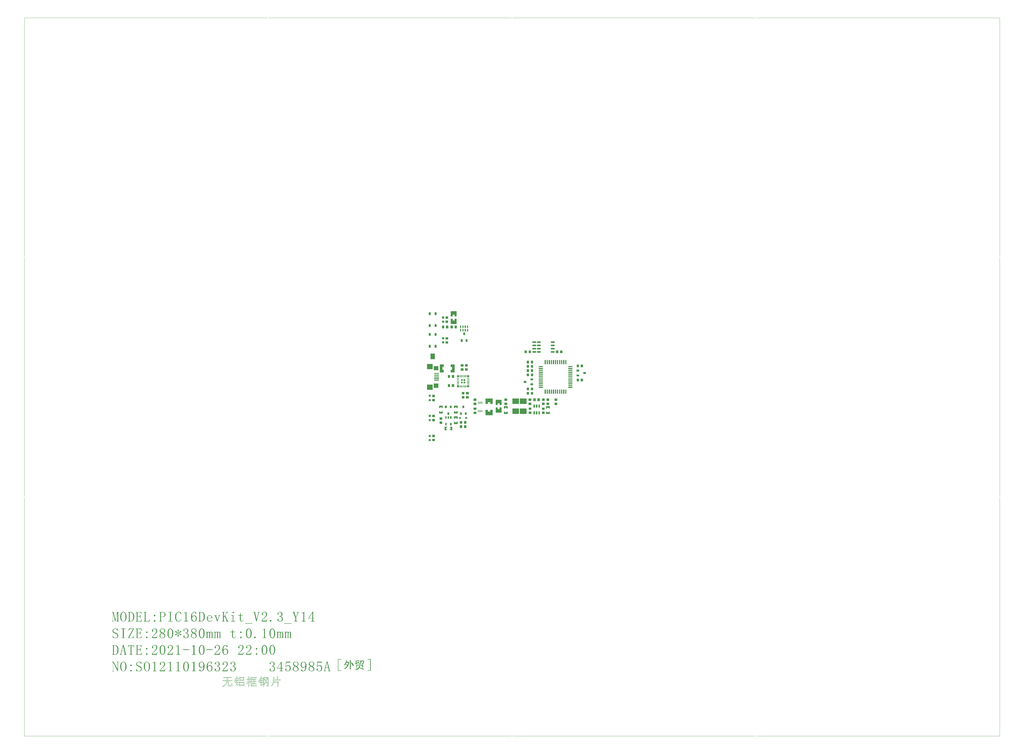
<source format=gbr>
G04 Generated by CircuitCAM Version 4.4*
%FSLAX33Y33*%
%MOMM*%
%ADD10C,0.000000*%
%LNTextBottom*%
%LPD*%
G36*
G01X-130760Y-94009D02*
X-130753Y-93763D01*
X-130760Y-93541D01*
X-130780Y-93330D01*
X-130814Y-93127D01*
X-130862Y-92935D01*
X-130923Y-92752D01*
X-130998Y-92579D01*
X-131086Y-92415D01*
X-131183Y-92272D01*
X-131289Y-92150D01*
X-131406Y-92051D01*
X-131533Y-91973D01*
X-131670Y-91918D01*
X-131818Y-91885D01*
X-131975Y-91874D01*
X-132126Y-91884D01*
X-132268Y-91916D01*
X-132401Y-91968D01*
X-132526Y-92042D01*
X-132643Y-92136D01*
X-132751Y-92251D01*
X-132850Y-92388D01*
X-132939Y-92545D01*
X-133014Y-92715D01*
X-133075Y-92899D01*
X-133122Y-93095D01*
X-133156Y-93305D01*
X-133177Y-93527D01*
X-133184Y-93763D01*
X-133177Y-94002D01*
X-133155Y-94228D01*
X-133120Y-94440D01*
X-133070Y-94638D01*
X-133007Y-94823D01*
X-132929Y-94994D01*
X-132836Y-95152D01*
X-132730Y-95292D01*
X-132619Y-95410D01*
X-132501Y-95507D01*
X-132378Y-95582D01*
X-132250Y-95636D01*
X-132115Y-95669D01*
X-131975Y-95679D01*
X-131828Y-95669D01*
X-131688Y-95637D01*
X-131556Y-95585D01*
X-131431Y-95512D01*
X-131313Y-95417D01*
X-131203Y-95302D01*
X-131100Y-95165D01*
X-131008Y-95011D01*
X-130930Y-94841D01*
X-130866Y-94656D01*
X-130817Y-94456D01*
X-130781Y-94240D01*
X-130760Y-94009D01*
G37*
%LPC*%
G36*
G01X-132767Y-93763D02*
X-132762Y-94018D01*
X-132749Y-94254D01*
X-132726Y-94468D01*
X-132694Y-94663D01*
X-132654Y-94837D01*
X-132604Y-94991D01*
X-132545Y-95124D01*
X-132479Y-95238D01*
X-132408Y-95335D01*
X-132331Y-95414D01*
X-132250Y-95475D01*
X-132164Y-95519D01*
X-132072Y-95546D01*
X-131975Y-95554D01*
X-131875Y-95546D01*
X-131780Y-95520D01*
X-131691Y-95478D01*
X-131608Y-95418D01*
X-131530Y-95342D01*
X-131458Y-95248D01*
X-131392Y-95138D01*
X-131333Y-95011D01*
X-131283Y-94861D01*
X-131242Y-94688D01*
X-131211Y-94491D01*
X-131188Y-94272D01*
X-131174Y-94029D01*
X-131170Y-93763D01*
X-131174Y-93543D01*
X-131186Y-93336D01*
X-131205Y-93143D01*
X-131233Y-92962D01*
X-131269Y-92795D01*
X-131313Y-92640D01*
X-131364Y-92499D01*
X-131421Y-92373D01*
X-131488Y-92267D01*
X-131565Y-92181D01*
X-131652Y-92113D01*
X-131750Y-92065D01*
X-131857Y-92036D01*
X-131975Y-92027D01*
X-132076Y-92035D01*
X-132170Y-92062D01*
X-132259Y-92106D01*
X-132343Y-92167D01*
X-132420Y-92246D01*
X-132492Y-92343D01*
X-132559Y-92457D01*
X-132614Y-92589D01*
X-132661Y-92739D01*
X-132699Y-92908D01*
X-132729Y-93094D01*
X-132750Y-93299D01*
X-132763Y-93522D01*
X-132767Y-93763D01*
G37*
%LPD*%
G36*
G01X-129865Y-92198D02*
X-129864Y-92221D01*
X-129864Y-95332D01*
X-129865Y-95355D01*
X-129869Y-95376D01*
X-129874Y-95396D01*
X-129882Y-95414D01*
X-129893Y-95430D01*
X-129905Y-95444D01*
X-129920Y-95457D01*
X-129933Y-95472D01*
X-129949Y-95484D01*
X-129968Y-95495D01*
X-129990Y-95502D01*
X-130015Y-95508D01*
X-130042Y-95512D01*
X-130073Y-95513D01*
X-130211Y-95513D01*
X-130211Y-95638D01*
X-129281Y-95638D01*
X-129074Y-95628D01*
X-128882Y-95599D01*
X-128704Y-95551D01*
X-128542Y-95483D01*
X-128394Y-95397D01*
X-128260Y-95291D01*
X-128142Y-95165D01*
X-128035Y-95020D01*
X-127945Y-94854D01*
X-127871Y-94666D01*
X-127813Y-94458D01*
X-127772Y-94229D01*
X-127747Y-93978D01*
X-127739Y-93707D01*
X-127747Y-93455D01*
X-127772Y-93223D01*
X-127813Y-93011D01*
X-127871Y-92818D01*
X-127945Y-92646D01*
X-128035Y-92493D01*
X-128142Y-92360D01*
X-128262Y-92246D01*
X-128394Y-92149D01*
X-128536Y-92070D01*
X-128688Y-92008D01*
X-128852Y-91964D01*
X-129026Y-91938D01*
X-129211Y-91929D01*
X-130184Y-91929D01*
X-130184Y-92054D01*
X-130059Y-92054D01*
X-130032Y-92055D01*
X-130008Y-92058D01*
X-129986Y-92062D01*
X-129966Y-92068D01*
X-129948Y-92076D01*
X-129933Y-92085D01*
X-129920Y-92096D01*
X-129905Y-92109D01*
X-129893Y-92123D01*
X-129882Y-92139D01*
X-129874Y-92157D01*
X-129869Y-92177D01*
X-129865Y-92198D01*
G37*
%LPC*%
G36*
G01X-128156Y-93749D02*
X-128162Y-93491D01*
X-128180Y-93256D01*
X-128209Y-93044D01*
X-128251Y-92855D01*
X-128305Y-92690D01*
X-128370Y-92548D01*
X-128448Y-92429D01*
X-128531Y-92330D01*
X-128624Y-92246D01*
X-128726Y-92177D01*
X-128838Y-92123D01*
X-128958Y-92085D01*
X-129087Y-92062D01*
X-129225Y-92054D01*
X-129267Y-92055D01*
X-129306Y-92058D01*
X-129341Y-92062D01*
X-129373Y-92068D01*
X-129401Y-92076D01*
X-129426Y-92085D01*
X-129448Y-92096D01*
X-129466Y-92109D01*
X-129482Y-92123D01*
X-129494Y-92139D01*
X-129504Y-92157D01*
X-129511Y-92177D01*
X-129516Y-92198D01*
X-129517Y-92221D01*
X-129517Y-95332D01*
X-129516Y-95355D01*
X-129512Y-95376D01*
X-129507Y-95396D01*
X-129499Y-95414D01*
X-129489Y-95430D01*
X-129476Y-95444D01*
X-129461Y-95457D01*
X-129441Y-95472D01*
X-129418Y-95484D01*
X-129394Y-95495D01*
X-129368Y-95502D01*
X-129341Y-95508D01*
X-129312Y-95512D01*
X-129281Y-95513D01*
X-129149Y-95505D01*
X-129024Y-95483D01*
X-128904Y-95446D01*
X-128791Y-95395D01*
X-128684Y-95328D01*
X-128584Y-95247D01*
X-128489Y-95152D01*
X-128401Y-95034D01*
X-128326Y-94890D01*
X-128265Y-94717D01*
X-128217Y-94517D01*
X-128183Y-94288D01*
X-128163Y-94033D01*
X-128156Y-93749D01*
G37*
%LPD*%
G36*
G01X-117281Y-95332D02*
X-117281Y-93902D01*
X-116614Y-93902D01*
X-116493Y-93896D01*
X-116377Y-93880D01*
X-116266Y-93853D01*
X-116158Y-93815D01*
X-116056Y-93767D01*
X-115958Y-93708D01*
X-115864Y-93638D01*
X-115779Y-93557D01*
X-115708Y-93468D01*
X-115649Y-93368D01*
X-115603Y-93259D01*
X-115571Y-93140D01*
X-115551Y-93012D01*
X-115545Y-92874D01*
X-115551Y-92761D01*
X-115570Y-92654D01*
X-115601Y-92551D01*
X-115645Y-92454D01*
X-115701Y-92362D01*
X-115769Y-92275D01*
X-115850Y-92193D01*
X-115939Y-92123D01*
X-116037Y-92064D01*
X-116146Y-92015D01*
X-116265Y-91978D01*
X-116395Y-91951D01*
X-116534Y-91935D01*
X-116684Y-91929D01*
X-117961Y-91929D01*
X-117961Y-92054D01*
X-117836Y-92054D01*
X-117806Y-92055D01*
X-117779Y-92058D01*
X-117754Y-92062D01*
X-117732Y-92068D01*
X-117713Y-92076D01*
X-117697Y-92085D01*
X-117684Y-92096D01*
X-117669Y-92109D01*
X-117656Y-92123D01*
X-117646Y-92139D01*
X-117638Y-92157D01*
X-117633Y-92177D01*
X-117629Y-92198D01*
X-117628Y-92221D01*
X-117628Y-95332D01*
X-117629Y-95355D01*
X-117633Y-95376D01*
X-117638Y-95396D01*
X-117646Y-95414D01*
X-117656Y-95430D01*
X-117669Y-95444D01*
X-117684Y-95457D01*
X-117697Y-95472D01*
X-117713Y-95484D01*
X-117732Y-95495D01*
X-117754Y-95502D01*
X-117779Y-95508D01*
X-117806Y-95512D01*
X-117836Y-95513D01*
X-117975Y-95513D01*
X-117975Y-95638D01*
X-116934Y-95638D01*
X-116934Y-95513D01*
X-117086Y-95513D01*
X-117113Y-95512D01*
X-117139Y-95508D01*
X-117162Y-95502D01*
X-117184Y-95495D01*
X-117204Y-95484D01*
X-117223Y-95472D01*
X-117239Y-95457D01*
X-117250Y-95444D01*
X-117260Y-95430D01*
X-117267Y-95414D01*
X-117273Y-95396D01*
X-117277Y-95376D01*
X-117280Y-95355D01*
X-117281Y-95332D01*
G37*
%LPC*%
G36*
G01X-116753Y-93777D02*
X-116660Y-93772D01*
X-116569Y-93760D01*
X-116483Y-93738D01*
X-116399Y-93709D01*
X-116319Y-93670D01*
X-116243Y-93623D01*
X-116170Y-93568D01*
X-116103Y-93507D01*
X-116047Y-93434D01*
X-116001Y-93351D01*
X-115966Y-93255D01*
X-115940Y-93149D01*
X-115925Y-93031D01*
X-115920Y-92902D01*
X-115924Y-92779D01*
X-115937Y-92667D01*
X-115958Y-92564D01*
X-115988Y-92471D01*
X-116026Y-92387D01*
X-116073Y-92313D01*
X-116128Y-92249D01*
X-116193Y-92197D01*
X-116268Y-92154D01*
X-116353Y-92118D01*
X-116448Y-92090D01*
X-116553Y-92070D01*
X-116669Y-92058D01*
X-116795Y-92054D01*
X-117086Y-92054D01*
X-117113Y-92055D01*
X-117139Y-92058D01*
X-117162Y-92062D01*
X-117184Y-92068D01*
X-117204Y-92076D01*
X-117223Y-92085D01*
X-117239Y-92096D01*
X-117250Y-92109D01*
X-117260Y-92123D01*
X-117267Y-92139D01*
X-117273Y-92157D01*
X-117277Y-92177D01*
X-117280Y-92198D01*
X-117281Y-92221D01*
X-117281Y-93777D01*
X-116753Y-93777D01*
G37*
%LPD*%
G36*
G01X-104220Y-93270D02*
X-104364Y-93263D01*
X-104435Y-93265D01*
X-104506Y-93274D01*
X-104576Y-93288D01*
X-104645Y-93308D01*
X-104714Y-93334D01*
X-104783Y-93365D01*
X-104850Y-93402D01*
X-104912Y-93444D01*
X-104969Y-93493D01*
X-105023Y-93549D01*
X-105073Y-93610D01*
X-105118Y-93678D01*
X-105160Y-93752D01*
X-105198Y-93832D01*
X-105192Y-93523D01*
X-105177Y-93247D01*
X-105152Y-93004D01*
X-105116Y-92794D01*
X-105070Y-92616D01*
X-105014Y-92472D01*
X-104948Y-92360D01*
X-104870Y-92271D01*
X-104789Y-92197D01*
X-104704Y-92135D01*
X-104614Y-92088D01*
X-104521Y-92054D01*
X-104424Y-92033D01*
X-104323Y-92027D01*
X-104274Y-92027D01*
X-104230Y-92030D01*
X-104191Y-92034D01*
X-104157Y-92040D01*
X-104128Y-92048D01*
X-104105Y-92057D01*
X-104086Y-92068D01*
X-104068Y-92085D01*
X-104052Y-92103D01*
X-104040Y-92123D01*
X-104030Y-92145D01*
X-104023Y-92169D01*
X-104018Y-92194D01*
X-104017Y-92221D01*
X-104017Y-92233D01*
X-104017Y-92245D01*
X-104017Y-92257D01*
X-104017Y-92269D01*
X-104017Y-92281D01*
X-104017Y-92292D01*
X-104017Y-92304D01*
X-104021Y-92316D01*
X-104024Y-92328D01*
X-104026Y-92340D01*
X-104028Y-92352D01*
X-104030Y-92364D01*
X-104031Y-92376D01*
X-104031Y-92388D01*
X-104030Y-92418D01*
X-104027Y-92447D01*
X-104023Y-92473D01*
X-104017Y-92497D01*
X-104010Y-92518D01*
X-104000Y-92537D01*
X-103989Y-92554D01*
X-103972Y-92569D01*
X-103953Y-92582D01*
X-103931Y-92592D01*
X-103908Y-92600D01*
X-103882Y-92605D01*
X-103853Y-92609D01*
X-103823Y-92610D01*
X-103785Y-92608D01*
X-103750Y-92604D01*
X-103719Y-92597D01*
X-103691Y-92587D01*
X-103667Y-92574D01*
X-103646Y-92559D01*
X-103628Y-92540D01*
X-103613Y-92519D01*
X-103601Y-92496D01*
X-103591Y-92471D01*
X-103583Y-92443D01*
X-103577Y-92413D01*
X-103574Y-92381D01*
X-103573Y-92346D01*
X-103577Y-92306D01*
X-103588Y-92264D01*
X-103608Y-92222D01*
X-103636Y-92178D01*
X-103672Y-92133D01*
X-103715Y-92087D01*
X-103767Y-92040D01*
X-103821Y-91996D01*
X-103880Y-91959D01*
X-103945Y-91928D01*
X-104014Y-91904D01*
X-104089Y-91887D01*
X-104168Y-91877D01*
X-104253Y-91874D01*
X-104427Y-91885D01*
X-104590Y-91917D01*
X-104743Y-91971D01*
X-104886Y-92046D01*
X-105018Y-92143D01*
X-105141Y-92262D01*
X-105253Y-92402D01*
X-105349Y-92562D01*
X-105430Y-92742D01*
X-105496Y-92941D01*
X-105548Y-93159D01*
X-105585Y-93396D01*
X-105607Y-93653D01*
X-105614Y-93929D01*
X-105608Y-94163D01*
X-105590Y-94381D01*
X-105561Y-94582D01*
X-105519Y-94766D01*
X-105465Y-94934D01*
X-105400Y-95086D01*
X-105323Y-95221D01*
X-105230Y-95343D01*
X-105125Y-95445D01*
X-105010Y-95530D01*
X-104883Y-95595D01*
X-104744Y-95642D01*
X-104595Y-95670D01*
X-104434Y-95679D01*
X-104317Y-95673D01*
X-104204Y-95653D01*
X-104094Y-95621D01*
X-103989Y-95575D01*
X-103888Y-95516D01*
X-103791Y-95445D01*
X-103698Y-95360D01*
X-103613Y-95262D01*
X-103541Y-95150D01*
X-103482Y-95025D01*
X-103437Y-94886D01*
X-103404Y-94733D01*
X-103385Y-94567D01*
X-103378Y-94388D01*
X-103383Y-94266D01*
X-103397Y-94148D01*
X-103421Y-94034D01*
X-103455Y-93923D01*
X-103499Y-93815D01*
X-103552Y-93711D01*
X-103614Y-93610D01*
X-103684Y-93518D01*
X-103766Y-93440D01*
X-103861Y-93376D01*
X-103968Y-93326D01*
X-104088Y-93291D01*
X-104220Y-93270D01*
G37*
%LPC*%
G36*
G01X-105198Y-94152D02*
X-105193Y-94332D01*
X-105179Y-94501D01*
X-105157Y-94658D01*
X-105125Y-94802D01*
X-105084Y-94935D01*
X-105034Y-95056D01*
X-104975Y-95165D01*
X-104910Y-95261D01*
X-104840Y-95342D01*
X-104767Y-95409D01*
X-104690Y-95460D01*
X-104608Y-95497D01*
X-104523Y-95519D01*
X-104434Y-95527D01*
X-104342Y-95521D01*
X-104257Y-95506D01*
X-104179Y-95481D01*
X-104107Y-95445D01*
X-104043Y-95399D01*
X-103985Y-95343D01*
X-103934Y-95277D01*
X-103886Y-95201D01*
X-103845Y-95108D01*
X-103812Y-94998D01*
X-103786Y-94871D01*
X-103768Y-94727D01*
X-103757Y-94566D01*
X-103753Y-94388D01*
X-103757Y-94269D01*
X-103769Y-94158D01*
X-103789Y-94054D01*
X-103817Y-93959D01*
X-103852Y-93872D01*
X-103896Y-93792D01*
X-103948Y-93721D01*
X-104001Y-93658D01*
X-104058Y-93605D01*
X-104118Y-93562D01*
X-104181Y-93528D01*
X-104248Y-93504D01*
X-104318Y-93490D01*
X-104392Y-93485D01*
X-104459Y-93488D01*
X-104524Y-93496D01*
X-104587Y-93510D01*
X-104648Y-93530D01*
X-104708Y-93556D01*
X-104766Y-93587D01*
X-104823Y-93624D01*
X-104881Y-93669D01*
X-104938Y-93724D01*
X-104993Y-93789D01*
X-105047Y-93864D01*
X-105099Y-93950D01*
X-105149Y-94046D01*
X-105198Y-94152D01*
G37*
%LPD*%
G36*
G01X-102365Y-92198D02*
X-102364Y-92221D01*
X-102364Y-95332D01*
X-102365Y-95355D01*
X-102369Y-95376D01*
X-102374Y-95396D01*
X-102382Y-95414D01*
X-102393Y-95430D01*
X-102405Y-95444D01*
X-102420Y-95457D01*
X-102433Y-95472D01*
X-102449Y-95484D01*
X-102468Y-95495D01*
X-102490Y-95502D01*
X-102515Y-95508D01*
X-102542Y-95512D01*
X-102573Y-95513D01*
X-102711Y-95513D01*
X-102711Y-95638D01*
X-101781Y-95638D01*
X-101574Y-95628D01*
X-101382Y-95599D01*
X-101204Y-95551D01*
X-101042Y-95483D01*
X-100894Y-95397D01*
X-100760Y-95291D01*
X-100642Y-95165D01*
X-100535Y-95020D01*
X-100445Y-94854D01*
X-100371Y-94666D01*
X-100313Y-94458D01*
X-100272Y-94229D01*
X-100247Y-93978D01*
X-100239Y-93707D01*
X-100247Y-93455D01*
X-100272Y-93223D01*
X-100313Y-93011D01*
X-100371Y-92818D01*
X-100445Y-92646D01*
X-100535Y-92493D01*
X-100642Y-92360D01*
X-100762Y-92246D01*
X-100894Y-92149D01*
X-101036Y-92070D01*
X-101188Y-92008D01*
X-101352Y-91964D01*
X-101526Y-91938D01*
X-101711Y-91929D01*
X-102684Y-91929D01*
X-102684Y-92054D01*
X-102559Y-92054D01*
X-102532Y-92055D01*
X-102508Y-92058D01*
X-102486Y-92062D01*
X-102466Y-92068D01*
X-102448Y-92076D01*
X-102433Y-92085D01*
X-102420Y-92096D01*
X-102405Y-92109D01*
X-102393Y-92123D01*
X-102382Y-92139D01*
X-102374Y-92157D01*
X-102369Y-92177D01*
X-102365Y-92198D01*
G37*
%LPC*%
G36*
G01X-100656Y-93749D02*
X-100662Y-93491D01*
X-100680Y-93256D01*
X-100709Y-93044D01*
X-100751Y-92855D01*
X-100805Y-92690D01*
X-100870Y-92548D01*
X-100948Y-92429D01*
X-101031Y-92330D01*
X-101124Y-92246D01*
X-101226Y-92177D01*
X-101338Y-92123D01*
X-101458Y-92085D01*
X-101587Y-92062D01*
X-101725Y-92054D01*
X-101767Y-92055D01*
X-101806Y-92058D01*
X-101841Y-92062D01*
X-101873Y-92068D01*
X-101901Y-92076D01*
X-101926Y-92085D01*
X-101948Y-92096D01*
X-101966Y-92109D01*
X-101982Y-92123D01*
X-101994Y-92139D01*
X-102004Y-92157D01*
X-102011Y-92177D01*
X-102016Y-92198D01*
X-102017Y-92221D01*
X-102017Y-95332D01*
X-102016Y-95355D01*
X-102012Y-95376D01*
X-102007Y-95396D01*
X-101999Y-95414D01*
X-101989Y-95430D01*
X-101976Y-95444D01*
X-101961Y-95457D01*
X-101941Y-95472D01*
X-101918Y-95484D01*
X-101894Y-95495D01*
X-101868Y-95502D01*
X-101841Y-95508D01*
X-101812Y-95512D01*
X-101781Y-95513D01*
X-101649Y-95505D01*
X-101524Y-95483D01*
X-101404Y-95446D01*
X-101291Y-95395D01*
X-101184Y-95328D01*
X-101084Y-95247D01*
X-100989Y-95152D01*
X-100901Y-95034D01*
X-100826Y-94890D01*
X-100765Y-94717D01*
X-100717Y-94517D01*
X-100683Y-94288D01*
X-100663Y-94033D01*
X-100656Y-93749D01*
G37*
%LPD*%
G36*
G01X-99068Y-94575D02*
X-99073Y-94415D01*
X-97309Y-94415D01*
X-97315Y-94226D01*
X-97334Y-94053D01*
X-97365Y-93897D01*
X-97408Y-93758D01*
X-97465Y-93636D01*
X-97533Y-93531D01*
X-97614Y-93443D01*
X-97704Y-93370D01*
X-97798Y-93307D01*
X-97897Y-93256D01*
X-98000Y-93216D01*
X-98107Y-93188D01*
X-98220Y-93171D01*
X-98336Y-93165D01*
X-98465Y-93173D01*
X-98587Y-93194D01*
X-98704Y-93229D01*
X-98815Y-93279D01*
X-98920Y-93343D01*
X-99020Y-93421D01*
X-99114Y-93513D01*
X-99195Y-93620D01*
X-99264Y-93734D01*
X-99320Y-93855D01*
X-99364Y-93984D01*
X-99395Y-94121D01*
X-99414Y-94264D01*
X-99420Y-94415D01*
X-99414Y-94584D01*
X-99395Y-94741D01*
X-99364Y-94886D01*
X-99320Y-95019D01*
X-99264Y-95140D01*
X-99195Y-95249D01*
X-99114Y-95346D01*
X-99019Y-95434D01*
X-98917Y-95509D01*
X-98807Y-95570D01*
X-98690Y-95618D01*
X-98566Y-95652D01*
X-98434Y-95673D01*
X-98295Y-95679D01*
X-98187Y-95675D01*
X-98086Y-95660D01*
X-97992Y-95636D01*
X-97905Y-95602D01*
X-97824Y-95559D01*
X-97751Y-95506D01*
X-97684Y-95443D01*
X-97620Y-95376D01*
X-97562Y-95308D01*
X-97512Y-95241D01*
X-97468Y-95173D01*
X-97431Y-95106D01*
X-97401Y-95038D01*
X-97378Y-94971D01*
X-97489Y-94929D01*
X-97519Y-94995D01*
X-97553Y-95059D01*
X-97590Y-95119D01*
X-97632Y-95176D01*
X-97678Y-95231D01*
X-97727Y-95283D01*
X-97781Y-95332D01*
X-97838Y-95376D01*
X-97899Y-95414D01*
X-97963Y-95444D01*
X-98030Y-95468D01*
X-98101Y-95485D01*
X-98175Y-95495D01*
X-98253Y-95499D01*
X-98357Y-95494D01*
X-98455Y-95478D01*
X-98546Y-95453D01*
X-98632Y-95417D01*
X-98711Y-95371D01*
X-98784Y-95315D01*
X-98850Y-95249D01*
X-98909Y-95171D01*
X-98959Y-95079D01*
X-99000Y-94973D01*
X-99032Y-94854D01*
X-99054Y-94722D01*
X-99068Y-94575D01*
G37*
%LPC*%
G36*
G01X-97684Y-94290D02*
X-97684Y-94156D01*
X-97692Y-94032D01*
X-97707Y-93917D01*
X-97731Y-93812D01*
X-97763Y-93716D01*
X-97803Y-93631D01*
X-97850Y-93554D01*
X-97904Y-93492D01*
X-97964Y-93439D01*
X-98028Y-93395D01*
X-98097Y-93362D01*
X-98172Y-93337D01*
X-98252Y-93323D01*
X-98336Y-93318D01*
X-98429Y-93323D01*
X-98517Y-93339D01*
X-98599Y-93364D01*
X-98677Y-93400D01*
X-98749Y-93446D01*
X-98816Y-93502D01*
X-98878Y-93568D01*
X-98930Y-93648D01*
X-98973Y-93735D01*
X-99009Y-93830D01*
X-99037Y-93933D01*
X-99057Y-94044D01*
X-99069Y-94163D01*
X-99073Y-94290D01*
X-97684Y-94290D01*
G37*
%LPD*%
G36*
G01X-58043Y-95263D02*
X-58045Y-95221D01*
X-58045Y-94499D01*
X-57461Y-94499D01*
X-57461Y-94374D01*
X-58045Y-94374D01*
X-58045Y-91874D01*
X-58267Y-91874D01*
X-59850Y-94388D01*
X-59850Y-94499D01*
X-58392Y-94499D01*
X-58392Y-95221D01*
X-58394Y-95263D01*
X-58399Y-95301D01*
X-58407Y-95337D01*
X-58419Y-95368D01*
X-58435Y-95397D01*
X-58453Y-95422D01*
X-58475Y-95443D01*
X-58497Y-95462D01*
X-58524Y-95477D01*
X-58555Y-95490D01*
X-58591Y-95500D01*
X-58631Y-95507D01*
X-58676Y-95511D01*
X-58725Y-95513D01*
X-58961Y-95513D01*
X-58961Y-95638D01*
X-57531Y-95638D01*
X-57531Y-95513D01*
X-57725Y-95513D01*
X-57768Y-95511D01*
X-57807Y-95507D01*
X-57844Y-95500D01*
X-57877Y-95490D01*
X-57908Y-95477D01*
X-57936Y-95462D01*
X-57961Y-95443D01*
X-57984Y-95422D01*
X-58002Y-95397D01*
X-58018Y-95368D01*
X-58029Y-95337D01*
X-58038Y-95301D01*
X-58043Y-95263D01*
G37*
%LPC*%
G36*
G01X-58420Y-92388D02*
X-59656Y-94374D01*
X-58392Y-94374D01*
X-58392Y-92388D01*
X-58420Y-92388D01*
G37*
%LPD*%
G36*
G01X-115648Y-101279D02*
X-115642Y-101163D01*
X-115646Y-101076D01*
X-115657Y-100991D01*
X-115675Y-100908D01*
X-115701Y-100827D01*
X-115734Y-100747D01*
X-115775Y-100669D01*
X-115823Y-100593D01*
X-115878Y-100522D01*
X-115940Y-100453D01*
X-116010Y-100384D01*
X-116088Y-100317D01*
X-116173Y-100250D01*
X-116265Y-100185D01*
X-116364Y-100121D01*
X-116269Y-100069D01*
X-116181Y-100014D01*
X-116100Y-99959D01*
X-116026Y-99901D01*
X-115960Y-99842D01*
X-115902Y-99781D01*
X-115850Y-99718D01*
X-115806Y-99650D01*
X-115769Y-99582D01*
X-115738Y-99513D01*
X-115714Y-99444D01*
X-115697Y-99374D01*
X-115687Y-99303D01*
X-115684Y-99232D01*
X-115690Y-99127D01*
X-115707Y-99027D01*
X-115737Y-98931D01*
X-115779Y-98840D01*
X-115832Y-98753D01*
X-115898Y-98671D01*
X-115975Y-98593D01*
X-116058Y-98527D01*
X-116149Y-98471D01*
X-116247Y-98425D01*
X-116352Y-98389D01*
X-116464Y-98364D01*
X-116584Y-98348D01*
X-116711Y-98343D01*
X-116853Y-98348D01*
X-116986Y-98364D01*
X-117109Y-98389D01*
X-117222Y-98425D01*
X-117325Y-98471D01*
X-117419Y-98527D01*
X-117503Y-98593D01*
X-117577Y-98671D01*
X-117639Y-98753D01*
X-117690Y-98840D01*
X-117730Y-98931D01*
X-117758Y-99027D01*
X-117775Y-99127D01*
X-117781Y-99232D01*
X-117778Y-99310D01*
X-117768Y-99386D01*
X-117753Y-99460D01*
X-117731Y-99531D01*
X-117703Y-99601D01*
X-117669Y-99667D01*
X-117628Y-99732D01*
X-117578Y-99798D01*
X-117522Y-99860D01*
X-117460Y-99919D01*
X-117392Y-99975D01*
X-117319Y-100027D01*
X-117240Y-100076D01*
X-117156Y-100121D01*
X-117252Y-100178D01*
X-117341Y-100238D01*
X-117423Y-100300D01*
X-117498Y-100366D01*
X-117567Y-100434D01*
X-117629Y-100505D01*
X-117684Y-100579D01*
X-117732Y-100657D01*
X-117772Y-100738D01*
X-117805Y-100823D01*
X-117831Y-100913D01*
X-117849Y-101006D01*
X-117861Y-101103D01*
X-117864Y-101204D01*
X-117858Y-101309D01*
X-117838Y-101411D01*
X-117806Y-101508D01*
X-117760Y-101601D01*
X-117701Y-101690D01*
X-117630Y-101776D01*
X-117545Y-101857D01*
X-117447Y-101934D01*
X-117344Y-102000D01*
X-117236Y-102054D01*
X-117123Y-102095D01*
X-117005Y-102125D01*
X-116882Y-102143D01*
X-116753Y-102149D01*
X-116614Y-102143D01*
X-116483Y-102125D01*
X-116360Y-102095D01*
X-116245Y-102054D01*
X-116138Y-102000D01*
X-116039Y-101934D01*
X-115948Y-101857D01*
X-115866Y-101775D01*
X-115798Y-101687D01*
X-115742Y-101594D01*
X-115698Y-101494D01*
X-115667Y-101389D01*
X-115648Y-101279D01*
G37*
%LPC*%
G36*
G01X-117559Y-101204D02*
X-117554Y-101301D01*
X-117541Y-101393D01*
X-117518Y-101479D01*
X-117486Y-101560D01*
X-117445Y-101637D01*
X-117395Y-101708D01*
X-117336Y-101774D01*
X-117267Y-101833D01*
X-117192Y-101883D01*
X-117114Y-101923D01*
X-117030Y-101955D01*
X-116942Y-101978D01*
X-116850Y-101991D01*
X-116753Y-101996D01*
X-116639Y-101991D01*
X-116534Y-101978D01*
X-116439Y-101955D01*
X-116354Y-101923D01*
X-116278Y-101883D01*
X-116212Y-101833D01*
X-116156Y-101774D01*
X-116104Y-101708D01*
X-116061Y-101639D01*
X-116025Y-101565D01*
X-115997Y-101488D01*
X-115977Y-101407D01*
X-115965Y-101321D01*
X-115961Y-101232D01*
X-115967Y-101150D01*
X-115983Y-101069D01*
X-116010Y-100990D01*
X-116048Y-100912D01*
X-116096Y-100837D01*
X-116155Y-100763D01*
X-116225Y-100690D01*
X-116306Y-100616D01*
X-116398Y-100543D01*
X-116500Y-100472D01*
X-116613Y-100402D01*
X-116737Y-100335D01*
X-116872Y-100269D01*
X-117017Y-100204D01*
X-117090Y-100257D01*
X-117158Y-100313D01*
X-117220Y-100372D01*
X-117278Y-100433D01*
X-117330Y-100498D01*
X-117378Y-100565D01*
X-117420Y-100635D01*
X-117457Y-100711D01*
X-117488Y-100789D01*
X-117513Y-100869D01*
X-117533Y-100950D01*
X-117547Y-101033D01*
X-117556Y-101118D01*
X-117559Y-101204D01*
G37*
G36*
G01X-115989Y-99246D02*
X-115993Y-99160D01*
X-116004Y-99078D01*
X-116022Y-98999D01*
X-116048Y-98924D01*
X-116081Y-98852D01*
X-116122Y-98783D01*
X-116170Y-98718D01*
X-116225Y-98659D01*
X-116288Y-98609D01*
X-116358Y-98569D01*
X-116435Y-98537D01*
X-116520Y-98514D01*
X-116612Y-98501D01*
X-116711Y-98496D01*
X-116826Y-98500D01*
X-116930Y-98513D01*
X-117025Y-98534D01*
X-117111Y-98564D01*
X-117186Y-98602D01*
X-117252Y-98649D01*
X-117309Y-98704D01*
X-117353Y-98768D01*
X-117390Y-98832D01*
X-117421Y-98897D01*
X-117445Y-98963D01*
X-117462Y-99029D01*
X-117472Y-99095D01*
X-117475Y-99163D01*
X-117470Y-99230D01*
X-117455Y-99298D01*
X-117429Y-99365D01*
X-117394Y-99433D01*
X-117348Y-99500D01*
X-117292Y-99567D01*
X-117225Y-99635D01*
X-117150Y-99698D01*
X-117065Y-99758D01*
X-116973Y-99818D01*
X-116872Y-99875D01*
X-116762Y-99931D01*
X-116644Y-99985D01*
X-116517Y-100038D01*
X-116444Y-99997D01*
X-116378Y-99954D01*
X-116316Y-99908D01*
X-116261Y-99861D01*
X-116211Y-99811D01*
X-116167Y-99759D01*
X-116128Y-99704D01*
X-116091Y-99647D01*
X-116060Y-99588D01*
X-116035Y-99525D01*
X-116015Y-99459D01*
X-116001Y-99391D01*
X-115992Y-99320D01*
X-115989Y-99246D01*
G37*
%LPD*%
G36*
G01X-113791Y-102138D02*
X-113656Y-102149D01*
X-113524Y-102138D01*
X-113399Y-102107D01*
X-113279Y-102054D01*
X-113166Y-101981D01*
X-113059Y-101887D01*
X-112959Y-101771D01*
X-112864Y-101635D01*
X-112779Y-101480D01*
X-112708Y-101311D01*
X-112649Y-101126D01*
X-112603Y-100925D01*
X-112571Y-100709D01*
X-112551Y-100478D01*
X-112545Y-100232D01*
X-112551Y-99986D01*
X-112571Y-99756D01*
X-112603Y-99542D01*
X-112649Y-99343D01*
X-112708Y-99161D01*
X-112779Y-98994D01*
X-112864Y-98843D01*
X-112959Y-98711D01*
X-113059Y-98598D01*
X-113166Y-98506D01*
X-113279Y-98435D01*
X-113399Y-98384D01*
X-113524Y-98353D01*
X-113656Y-98343D01*
X-113795Y-98354D01*
X-113927Y-98385D01*
X-114051Y-98438D01*
X-114168Y-98511D01*
X-114278Y-98605D01*
X-114380Y-98721D01*
X-114475Y-98857D01*
X-114556Y-99014D01*
X-114625Y-99185D01*
X-114681Y-99368D01*
X-114725Y-99565D01*
X-114756Y-99774D01*
X-114775Y-99997D01*
X-114781Y-100232D01*
X-114774Y-100482D01*
X-114755Y-100715D01*
X-114722Y-100932D01*
X-114677Y-101132D01*
X-114618Y-101316D01*
X-114546Y-101484D01*
X-114461Y-101635D01*
X-114367Y-101771D01*
X-114265Y-101887D01*
X-114157Y-101981D01*
X-114042Y-102054D01*
X-113920Y-102107D01*
X-113791Y-102138D01*
G37*
%LPC*%
G36*
G01X-113656Y-98524D02*
X-113741Y-98533D01*
X-113823Y-98561D01*
X-113900Y-98608D01*
X-113973Y-98673D01*
X-114043Y-98758D01*
X-114108Y-98861D01*
X-114170Y-98982D01*
X-114221Y-99123D01*
X-114265Y-99277D01*
X-114301Y-99443D01*
X-114329Y-99622D01*
X-114348Y-99813D01*
X-114360Y-100016D01*
X-114364Y-100232D01*
X-114360Y-100459D01*
X-114348Y-100671D01*
X-114329Y-100868D01*
X-114301Y-101051D01*
X-114265Y-101218D01*
X-114221Y-101372D01*
X-114170Y-101510D01*
X-114108Y-101631D01*
X-114043Y-101734D01*
X-113973Y-101819D01*
X-113900Y-101884D01*
X-113823Y-101931D01*
X-113741Y-101959D01*
X-113656Y-101968D01*
X-113567Y-101959D01*
X-113485Y-101931D01*
X-113408Y-101884D01*
X-113336Y-101819D01*
X-113270Y-101734D01*
X-113210Y-101631D01*
X-113156Y-101510D01*
X-113104Y-101372D01*
X-113061Y-101218D01*
X-113025Y-101051D01*
X-112997Y-100868D01*
X-112977Y-100671D01*
X-112965Y-100459D01*
X-112961Y-100232D01*
X-112965Y-100016D01*
X-112976Y-99813D01*
X-112995Y-99622D01*
X-113020Y-99443D01*
X-113054Y-99277D01*
X-113094Y-99123D01*
X-113142Y-98982D01*
X-113193Y-98861D01*
X-113252Y-98758D01*
X-113318Y-98673D01*
X-113391Y-98608D01*
X-113472Y-98561D01*
X-113560Y-98533D01*
X-113656Y-98524D01*
G37*
%LPD*%
G36*
G01X-103426Y-101279D02*
X-103420Y-101163D01*
X-103423Y-101076D01*
X-103435Y-100991D01*
X-103453Y-100908D01*
X-103479Y-100827D01*
X-103512Y-100747D01*
X-103552Y-100669D01*
X-103600Y-100593D01*
X-103656Y-100522D01*
X-103718Y-100453D01*
X-103788Y-100384D01*
X-103866Y-100317D01*
X-103950Y-100250D01*
X-104043Y-100185D01*
X-104142Y-100121D01*
X-104046Y-100069D01*
X-103958Y-100014D01*
X-103878Y-99959D01*
X-103804Y-99901D01*
X-103738Y-99842D01*
X-103679Y-99781D01*
X-103628Y-99718D01*
X-103584Y-99650D01*
X-103546Y-99582D01*
X-103516Y-99513D01*
X-103492Y-99444D01*
X-103475Y-99374D01*
X-103465Y-99303D01*
X-103461Y-99232D01*
X-103467Y-99127D01*
X-103485Y-99027D01*
X-103515Y-98931D01*
X-103557Y-98840D01*
X-103610Y-98753D01*
X-103676Y-98671D01*
X-103753Y-98593D01*
X-103836Y-98527D01*
X-103927Y-98471D01*
X-104024Y-98425D01*
X-104130Y-98389D01*
X-104242Y-98364D01*
X-104362Y-98348D01*
X-104489Y-98343D01*
X-104631Y-98348D01*
X-104764Y-98364D01*
X-104886Y-98389D01*
X-104999Y-98425D01*
X-105103Y-98471D01*
X-105197Y-98527D01*
X-105281Y-98593D01*
X-105355Y-98671D01*
X-105417Y-98753D01*
X-105468Y-98840D01*
X-105508Y-98931D01*
X-105536Y-99027D01*
X-105553Y-99127D01*
X-105559Y-99232D01*
X-105556Y-99310D01*
X-105546Y-99386D01*
X-105531Y-99460D01*
X-105509Y-99531D01*
X-105481Y-99601D01*
X-105446Y-99667D01*
X-105406Y-99732D01*
X-105355Y-99798D01*
X-105299Y-99860D01*
X-105238Y-99919D01*
X-105170Y-99975D01*
X-105097Y-100027D01*
X-105018Y-100076D01*
X-104934Y-100121D01*
X-105029Y-100178D01*
X-105118Y-100238D01*
X-105201Y-100300D01*
X-105276Y-100366D01*
X-105345Y-100434D01*
X-105406Y-100505D01*
X-105461Y-100579D01*
X-105509Y-100657D01*
X-105550Y-100738D01*
X-105583Y-100823D01*
X-105609Y-100913D01*
X-105627Y-101006D01*
X-105638Y-101103D01*
X-105642Y-101204D01*
X-105635Y-101309D01*
X-105616Y-101411D01*
X-105583Y-101508D01*
X-105538Y-101601D01*
X-105479Y-101690D01*
X-105407Y-101776D01*
X-105323Y-101857D01*
X-105225Y-101934D01*
X-105122Y-102000D01*
X-105014Y-102054D01*
X-104901Y-102095D01*
X-104783Y-102125D01*
X-104659Y-102143D01*
X-104531Y-102149D01*
X-104392Y-102143D01*
X-104261Y-102125D01*
X-104138Y-102095D01*
X-104023Y-102054D01*
X-103916Y-102000D01*
X-103817Y-101934D01*
X-103725Y-101857D01*
X-103644Y-101775D01*
X-103576Y-101687D01*
X-103520Y-101594D01*
X-103476Y-101494D01*
X-103445Y-101389D01*
X-103426Y-101279D01*
G37*
%LPC*%
G36*
G01X-105336Y-101204D02*
X-105332Y-101301D01*
X-105318Y-101393D01*
X-105296Y-101479D01*
X-105264Y-101560D01*
X-105223Y-101637D01*
X-105173Y-101708D01*
X-105114Y-101774D01*
X-105044Y-101833D01*
X-104970Y-101883D01*
X-104891Y-101923D01*
X-104808Y-101955D01*
X-104720Y-101978D01*
X-104628Y-101991D01*
X-104531Y-101996D01*
X-104417Y-101991D01*
X-104312Y-101978D01*
X-104217Y-101955D01*
X-104132Y-101923D01*
X-104056Y-101883D01*
X-103990Y-101833D01*
X-103934Y-101774D01*
X-103882Y-101708D01*
X-103838Y-101639D01*
X-103803Y-101565D01*
X-103775Y-101488D01*
X-103755Y-101407D01*
X-103743Y-101321D01*
X-103739Y-101232D01*
X-103745Y-101150D01*
X-103761Y-101069D01*
X-103788Y-100990D01*
X-103825Y-100912D01*
X-103874Y-100837D01*
X-103933Y-100763D01*
X-104003Y-100690D01*
X-104084Y-100616D01*
X-104175Y-100543D01*
X-104278Y-100472D01*
X-104391Y-100402D01*
X-104515Y-100335D01*
X-104649Y-100269D01*
X-104795Y-100204D01*
X-104868Y-100257D01*
X-104935Y-100313D01*
X-104998Y-100372D01*
X-105056Y-100433D01*
X-105108Y-100498D01*
X-105155Y-100565D01*
X-105198Y-100635D01*
X-105234Y-100711D01*
X-105266Y-100789D01*
X-105291Y-100869D01*
X-105311Y-100950D01*
X-105325Y-101033D01*
X-105334Y-101118D01*
X-105336Y-101204D01*
G37*
G36*
G01X-103767Y-99246D02*
X-103771Y-99160D01*
X-103782Y-99078D01*
X-103800Y-98999D01*
X-103826Y-98924D01*
X-103859Y-98852D01*
X-103900Y-98783D01*
X-103948Y-98718D01*
X-104003Y-98659D01*
X-104065Y-98609D01*
X-104135Y-98569D01*
X-104213Y-98537D01*
X-104298Y-98514D01*
X-104390Y-98501D01*
X-104489Y-98496D01*
X-104603Y-98500D01*
X-104708Y-98513D01*
X-104803Y-98534D01*
X-104888Y-98564D01*
X-104964Y-98602D01*
X-105030Y-98649D01*
X-105086Y-98704D01*
X-105131Y-98768D01*
X-105168Y-98832D01*
X-105199Y-98897D01*
X-105223Y-98963D01*
X-105240Y-99029D01*
X-105250Y-99095D01*
X-105253Y-99163D01*
X-105248Y-99230D01*
X-105233Y-99298D01*
X-105207Y-99365D01*
X-105171Y-99433D01*
X-105126Y-99500D01*
X-105069Y-99567D01*
X-105003Y-99635D01*
X-104927Y-99698D01*
X-104843Y-99758D01*
X-104751Y-99818D01*
X-104649Y-99875D01*
X-104540Y-99931D01*
X-104421Y-99985D01*
X-104295Y-100038D01*
X-104222Y-99997D01*
X-104155Y-99954D01*
X-104094Y-99908D01*
X-104039Y-99861D01*
X-103989Y-99811D01*
X-103944Y-99759D01*
X-103906Y-99704D01*
X-103869Y-99647D01*
X-103838Y-99588D01*
X-103812Y-99525D01*
X-103793Y-99459D01*
X-103778Y-99391D01*
X-103770Y-99320D01*
X-103767Y-99246D01*
G37*
%LPD*%
G36*
G01X-101569Y-102138D02*
X-101434Y-102149D01*
X-101302Y-102138D01*
X-101176Y-102107D01*
X-101057Y-102054D01*
X-100944Y-101981D01*
X-100837Y-101887D01*
X-100736Y-101771D01*
X-100642Y-101635D01*
X-100557Y-101480D01*
X-100486Y-101311D01*
X-100427Y-101126D01*
X-100381Y-100925D01*
X-100349Y-100709D01*
X-100329Y-100478D01*
X-100323Y-100232D01*
X-100329Y-99986D01*
X-100349Y-99756D01*
X-100381Y-99542D01*
X-100427Y-99343D01*
X-100486Y-99161D01*
X-100557Y-98994D01*
X-100642Y-98843D01*
X-100736Y-98711D01*
X-100837Y-98598D01*
X-100944Y-98506D01*
X-101057Y-98435D01*
X-101176Y-98384D01*
X-101302Y-98353D01*
X-101434Y-98343D01*
X-101573Y-98354D01*
X-101705Y-98385D01*
X-101829Y-98438D01*
X-101946Y-98511D01*
X-102056Y-98605D01*
X-102158Y-98721D01*
X-102253Y-98857D01*
X-102334Y-99014D01*
X-102403Y-99185D01*
X-102459Y-99368D01*
X-102503Y-99565D01*
X-102534Y-99774D01*
X-102552Y-99997D01*
X-102559Y-100232D01*
X-102552Y-100482D01*
X-102533Y-100715D01*
X-102500Y-100932D01*
X-102454Y-101132D01*
X-102396Y-101316D01*
X-102324Y-101484D01*
X-102239Y-101635D01*
X-102145Y-101771D01*
X-102043Y-101887D01*
X-101935Y-101981D01*
X-101820Y-102054D01*
X-101698Y-102107D01*
X-101569Y-102138D01*
G37*
%LPC*%
G36*
G01X-101434Y-98524D02*
X-101519Y-98533D01*
X-101600Y-98561D01*
X-101678Y-98608D01*
X-101751Y-98673D01*
X-101821Y-98758D01*
X-101886Y-98861D01*
X-101948Y-98982D01*
X-101999Y-99123D01*
X-102043Y-99277D01*
X-102079Y-99443D01*
X-102106Y-99622D01*
X-102126Y-99813D01*
X-102138Y-100016D01*
X-102142Y-100232D01*
X-102138Y-100459D01*
X-102126Y-100671D01*
X-102106Y-100868D01*
X-102079Y-101051D01*
X-102043Y-101218D01*
X-101999Y-101372D01*
X-101948Y-101510D01*
X-101886Y-101631D01*
X-101821Y-101734D01*
X-101751Y-101819D01*
X-101678Y-101884D01*
X-101600Y-101931D01*
X-101519Y-101959D01*
X-101434Y-101968D01*
X-101345Y-101959D01*
X-101262Y-101931D01*
X-101185Y-101884D01*
X-101114Y-101819D01*
X-101048Y-101734D01*
X-100988Y-101631D01*
X-100934Y-101510D01*
X-100882Y-101372D01*
X-100838Y-101218D01*
X-100803Y-101051D01*
X-100775Y-100868D01*
X-100755Y-100671D01*
X-100743Y-100459D01*
X-100739Y-100232D01*
X-100743Y-100016D01*
X-100754Y-99813D01*
X-100772Y-99622D01*
X-100798Y-99443D01*
X-100831Y-99277D01*
X-100872Y-99123D01*
X-100920Y-98982D01*
X-100971Y-98861D01*
X-101030Y-98758D01*
X-101096Y-98673D01*
X-101169Y-98608D01*
X-101250Y-98561D01*
X-101338Y-98533D01*
X-101434Y-98524D01*
G37*
%LPD*%
G36*
G01X-83236Y-102138D02*
X-83100Y-102149D01*
X-82969Y-102138D01*
X-82843Y-102107D01*
X-82724Y-102054D01*
X-82611Y-101981D01*
X-82504Y-101887D01*
X-82403Y-101771D01*
X-82309Y-101635D01*
X-82224Y-101480D01*
X-82152Y-101311D01*
X-82094Y-101126D01*
X-82048Y-100925D01*
X-82015Y-100709D01*
X-81996Y-100478D01*
X-81989Y-100232D01*
X-81996Y-99986D01*
X-82015Y-99756D01*
X-82048Y-99542D01*
X-82094Y-99343D01*
X-82152Y-99161D01*
X-82224Y-98994D01*
X-82309Y-98843D01*
X-82403Y-98711D01*
X-82504Y-98598D01*
X-82611Y-98506D01*
X-82724Y-98435D01*
X-82843Y-98384D01*
X-82969Y-98353D01*
X-83100Y-98343D01*
X-83240Y-98354D01*
X-83371Y-98385D01*
X-83496Y-98438D01*
X-83613Y-98511D01*
X-83723Y-98605D01*
X-83825Y-98721D01*
X-83920Y-98857D01*
X-84001Y-99014D01*
X-84069Y-99185D01*
X-84126Y-99368D01*
X-84169Y-99565D01*
X-84200Y-99774D01*
X-84219Y-99997D01*
X-84225Y-100232D01*
X-84219Y-100482D01*
X-84199Y-100715D01*
X-84167Y-100932D01*
X-84121Y-101132D01*
X-84062Y-101316D01*
X-83991Y-101484D01*
X-83906Y-101635D01*
X-83811Y-101771D01*
X-83710Y-101887D01*
X-83601Y-101981D01*
X-83486Y-102054D01*
X-83365Y-102107D01*
X-83236Y-102138D01*
G37*
%LPC*%
G36*
G01X-83100Y-98524D02*
X-83186Y-98533D01*
X-83267Y-98561D01*
X-83344Y-98608D01*
X-83418Y-98673D01*
X-83487Y-98758D01*
X-83553Y-98861D01*
X-83614Y-98982D01*
X-83666Y-99123D01*
X-83709Y-99277D01*
X-83745Y-99443D01*
X-83773Y-99622D01*
X-83793Y-99813D01*
X-83805Y-100016D01*
X-83809Y-100232D01*
X-83805Y-100459D01*
X-83793Y-100671D01*
X-83773Y-100868D01*
X-83745Y-101051D01*
X-83709Y-101218D01*
X-83666Y-101372D01*
X-83614Y-101510D01*
X-83553Y-101631D01*
X-83487Y-101734D01*
X-83418Y-101819D01*
X-83344Y-101884D01*
X-83267Y-101931D01*
X-83186Y-101959D01*
X-83100Y-101968D01*
X-83012Y-101959D01*
X-82929Y-101931D01*
X-82852Y-101884D01*
X-82781Y-101819D01*
X-82715Y-101734D01*
X-82655Y-101631D01*
X-82600Y-101510D01*
X-82549Y-101372D01*
X-82505Y-101218D01*
X-82469Y-101051D01*
X-82442Y-100868D01*
X-82422Y-100671D01*
X-82410Y-100459D01*
X-82406Y-100232D01*
X-82410Y-100016D01*
X-82421Y-99813D01*
X-82439Y-99622D01*
X-82465Y-99443D01*
X-82498Y-99277D01*
X-82539Y-99123D01*
X-82586Y-98982D01*
X-82638Y-98861D01*
X-82696Y-98758D01*
X-82762Y-98673D01*
X-82836Y-98608D01*
X-82917Y-98561D01*
X-83005Y-98533D01*
X-83100Y-98524D01*
G37*
%LPD*%
G36*
G01X-74069Y-102138D02*
X-73934Y-102149D01*
X-73802Y-102138D01*
X-73676Y-102107D01*
X-73557Y-102054D01*
X-73444Y-101981D01*
X-73337Y-101887D01*
X-73236Y-101771D01*
X-73142Y-101635D01*
X-73057Y-101480D01*
X-72986Y-101311D01*
X-72927Y-101126D01*
X-72881Y-100925D01*
X-72849Y-100709D01*
X-72829Y-100478D01*
X-72823Y-100232D01*
X-72829Y-99986D01*
X-72849Y-99756D01*
X-72881Y-99542D01*
X-72927Y-99343D01*
X-72986Y-99161D01*
X-73057Y-98994D01*
X-73142Y-98843D01*
X-73236Y-98711D01*
X-73337Y-98598D01*
X-73444Y-98506D01*
X-73557Y-98435D01*
X-73676Y-98384D01*
X-73802Y-98353D01*
X-73934Y-98343D01*
X-74073Y-98354D01*
X-74205Y-98385D01*
X-74329Y-98438D01*
X-74446Y-98511D01*
X-74556Y-98605D01*
X-74658Y-98721D01*
X-74753Y-98857D01*
X-74834Y-99014D01*
X-74903Y-99185D01*
X-74959Y-99368D01*
X-75003Y-99565D01*
X-75034Y-99774D01*
X-75052Y-99997D01*
X-75059Y-100232D01*
X-75052Y-100482D01*
X-75033Y-100715D01*
X-75000Y-100932D01*
X-74954Y-101132D01*
X-74896Y-101316D01*
X-74824Y-101484D01*
X-74739Y-101635D01*
X-74645Y-101771D01*
X-74543Y-101887D01*
X-74435Y-101981D01*
X-74320Y-102054D01*
X-74198Y-102107D01*
X-74069Y-102138D01*
G37*
%LPC*%
G36*
G01X-73934Y-98524D02*
X-74019Y-98533D01*
X-74100Y-98561D01*
X-74178Y-98608D01*
X-74251Y-98673D01*
X-74321Y-98758D01*
X-74386Y-98861D01*
X-74448Y-98982D01*
X-74499Y-99123D01*
X-74543Y-99277D01*
X-74579Y-99443D01*
X-74606Y-99622D01*
X-74626Y-99813D01*
X-74638Y-100016D01*
X-74642Y-100232D01*
X-74638Y-100459D01*
X-74626Y-100671D01*
X-74606Y-100868D01*
X-74579Y-101051D01*
X-74543Y-101218D01*
X-74499Y-101372D01*
X-74448Y-101510D01*
X-74386Y-101631D01*
X-74321Y-101734D01*
X-74251Y-101819D01*
X-74178Y-101884D01*
X-74100Y-101931D01*
X-74019Y-101959D01*
X-73934Y-101968D01*
X-73845Y-101959D01*
X-73762Y-101931D01*
X-73685Y-101884D01*
X-73614Y-101819D01*
X-73548Y-101734D01*
X-73488Y-101631D01*
X-73434Y-101510D01*
X-73382Y-101372D01*
X-73338Y-101218D01*
X-73303Y-101051D01*
X-73275Y-100868D01*
X-73255Y-100671D01*
X-73243Y-100459D01*
X-73239Y-100232D01*
X-73243Y-100016D01*
X-73254Y-99813D01*
X-73272Y-99622D01*
X-73298Y-99443D01*
X-73331Y-99277D01*
X-73372Y-99123D01*
X-73420Y-98982D01*
X-73471Y-98861D01*
X-73530Y-98758D01*
X-73596Y-98673D01*
X-73669Y-98608D01*
X-73750Y-98561D01*
X-73838Y-98533D01*
X-73934Y-98524D01*
G37*
%LPD*%
G36*
G01X-135976Y-105137D02*
X-135975Y-105160D01*
X-135975Y-108271D01*
X-135976Y-108294D01*
X-135980Y-108315D01*
X-135986Y-108335D01*
X-135993Y-108353D01*
X-136004Y-108369D01*
X-136016Y-108383D01*
X-136031Y-108396D01*
X-136044Y-108411D01*
X-136060Y-108423D01*
X-136079Y-108433D01*
X-136101Y-108441D01*
X-136126Y-108447D01*
X-136153Y-108450D01*
X-136184Y-108452D01*
X-136323Y-108452D01*
X-136323Y-108577D01*
X-135392Y-108577D01*
X-135185Y-108567D01*
X-134993Y-108538D01*
X-134815Y-108490D01*
X-134653Y-108422D01*
X-134505Y-108336D01*
X-134372Y-108230D01*
X-134253Y-108104D01*
X-134146Y-107959D01*
X-134056Y-107793D01*
X-133982Y-107605D01*
X-133924Y-107397D01*
X-133883Y-107168D01*
X-133859Y-106917D01*
X-133850Y-106646D01*
X-133859Y-106394D01*
X-133883Y-106162D01*
X-133924Y-105950D01*
X-133982Y-105757D01*
X-134056Y-105584D01*
X-134146Y-105432D01*
X-134253Y-105299D01*
X-134374Y-105185D01*
X-134505Y-105088D01*
X-134647Y-105009D01*
X-134800Y-104947D01*
X-134963Y-104903D01*
X-135137Y-104877D01*
X-135323Y-104868D01*
X-136295Y-104868D01*
X-136295Y-104993D01*
X-136170Y-104993D01*
X-136143Y-104994D01*
X-136119Y-104997D01*
X-136097Y-105001D01*
X-136077Y-105007D01*
X-136059Y-105014D01*
X-136044Y-105024D01*
X-136031Y-105035D01*
X-136016Y-105048D01*
X-136004Y-105062D01*
X-135993Y-105078D01*
X-135986Y-105096D01*
X-135980Y-105116D01*
X-135976Y-105137D01*
G37*
%LPC*%
G36*
G01X-134267Y-106688D02*
X-134273Y-106429D01*
X-134291Y-106194D01*
X-134321Y-105983D01*
X-134362Y-105794D01*
X-134416Y-105629D01*
X-134481Y-105487D01*
X-134559Y-105368D01*
X-134643Y-105269D01*
X-134736Y-105185D01*
X-134838Y-105116D01*
X-134949Y-105062D01*
X-135069Y-105024D01*
X-135198Y-105001D01*
X-135336Y-104993D01*
X-135378Y-104994D01*
X-135417Y-104997D01*
X-135452Y-105001D01*
X-135484Y-105007D01*
X-135512Y-105014D01*
X-135537Y-105024D01*
X-135559Y-105035D01*
X-135577Y-105048D01*
X-135593Y-105062D01*
X-135605Y-105078D01*
X-135615Y-105096D01*
X-135622Y-105116D01*
X-135627Y-105137D01*
X-135628Y-105160D01*
X-135628Y-108271D01*
X-135627Y-108294D01*
X-135624Y-108315D01*
X-135618Y-108335D01*
X-135610Y-108353D01*
X-135600Y-108369D01*
X-135587Y-108383D01*
X-135573Y-108396D01*
X-135552Y-108411D01*
X-135529Y-108423D01*
X-135505Y-108433D01*
X-135480Y-108441D01*
X-135452Y-108447D01*
X-135423Y-108450D01*
X-135392Y-108452D01*
X-135260Y-108444D01*
X-135135Y-108422D01*
X-135015Y-108385D01*
X-134902Y-108334D01*
X-134795Y-108267D01*
X-134695Y-108186D01*
X-134600Y-108090D01*
X-134512Y-107973D01*
X-134437Y-107829D01*
X-134376Y-107656D01*
X-134328Y-107456D01*
X-134294Y-107227D01*
X-134274Y-106971D01*
X-134267Y-106688D01*
G37*
%LPD*%
G36*
G01X-132600Y-107188D02*
X-131628Y-107188D01*
X-131406Y-108146D01*
X-131402Y-108163D01*
X-131399Y-108181D01*
X-131397Y-108201D01*
X-131395Y-108223D01*
X-131393Y-108247D01*
X-131392Y-108272D01*
X-131392Y-108299D01*
X-131392Y-108311D01*
X-131393Y-108324D01*
X-131395Y-108337D01*
X-131397Y-108351D01*
X-131399Y-108365D01*
X-131402Y-108380D01*
X-131406Y-108396D01*
X-131416Y-108411D01*
X-131430Y-108423D01*
X-131448Y-108433D01*
X-131469Y-108441D01*
X-131495Y-108447D01*
X-131525Y-108450D01*
X-131559Y-108452D01*
X-131656Y-108452D01*
X-131656Y-108577D01*
X-130711Y-108577D01*
X-130711Y-108452D01*
X-130781Y-108452D01*
X-130804Y-108450D01*
X-130827Y-108447D01*
X-130850Y-108441D01*
X-130872Y-108433D01*
X-130893Y-108423D01*
X-130914Y-108411D01*
X-130934Y-108396D01*
X-130953Y-108378D01*
X-130971Y-108357D01*
X-130988Y-108333D01*
X-131004Y-108305D01*
X-131019Y-108274D01*
X-131032Y-108240D01*
X-131045Y-108202D01*
X-131864Y-104771D01*
X-132198Y-104882D01*
X-133045Y-108202D01*
X-133050Y-108240D01*
X-133057Y-108274D01*
X-133067Y-108305D01*
X-133079Y-108333D01*
X-133093Y-108357D01*
X-133109Y-108378D01*
X-133128Y-108396D01*
X-133148Y-108411D01*
X-133169Y-108423D01*
X-133190Y-108433D01*
X-133212Y-108441D01*
X-133234Y-108447D01*
X-133257Y-108450D01*
X-133281Y-108452D01*
X-133336Y-108452D01*
X-133336Y-108577D01*
X-132545Y-108577D01*
X-132545Y-108452D01*
X-132600Y-108452D01*
X-132642Y-108450D01*
X-132679Y-108444D01*
X-132711Y-108434D01*
X-132739Y-108420D01*
X-132762Y-108402D01*
X-132781Y-108380D01*
X-132795Y-108354D01*
X-132802Y-108331D01*
X-132808Y-108307D01*
X-132813Y-108283D01*
X-132817Y-108259D01*
X-132820Y-108235D01*
X-132822Y-108211D01*
X-132823Y-108188D01*
X-132822Y-108167D01*
X-132820Y-108145D01*
X-132817Y-108120D01*
X-132813Y-108095D01*
X-132808Y-108067D01*
X-132802Y-108038D01*
X-132795Y-108007D01*
X-132600Y-107188D01*
G37*
%LPC*%
G36*
G01X-132086Y-105243D02*
X-132100Y-105243D01*
X-132559Y-107063D01*
X-131656Y-107063D01*
X-132086Y-105243D01*
G37*
%LPD*%
G36*
G01X-116847Y-108608D02*
X-116711Y-108618D01*
X-116580Y-108608D01*
X-116454Y-108576D01*
X-116335Y-108524D01*
X-116222Y-108450D01*
X-116115Y-108356D01*
X-116014Y-108241D01*
X-115920Y-108104D01*
X-115835Y-107950D01*
X-115763Y-107780D01*
X-115705Y-107595D01*
X-115659Y-107395D01*
X-115626Y-107179D01*
X-115607Y-106948D01*
X-115600Y-106702D01*
X-115607Y-106456D01*
X-115626Y-106225D01*
X-115659Y-106011D01*
X-115705Y-105813D01*
X-115763Y-105630D01*
X-115835Y-105463D01*
X-115920Y-105313D01*
X-116014Y-105180D01*
X-116115Y-105068D01*
X-116222Y-104976D01*
X-116335Y-104905D01*
X-116454Y-104853D01*
X-116580Y-104823D01*
X-116711Y-104813D01*
X-116851Y-104823D01*
X-116982Y-104855D01*
X-117107Y-104907D01*
X-117224Y-104980D01*
X-117334Y-105075D01*
X-117436Y-105190D01*
X-117531Y-105327D01*
X-117612Y-105484D01*
X-117681Y-105654D01*
X-117737Y-105838D01*
X-117780Y-106034D01*
X-117812Y-106243D01*
X-117830Y-106466D01*
X-117836Y-106702D01*
X-117830Y-106951D01*
X-117810Y-107185D01*
X-117778Y-107401D01*
X-117732Y-107602D01*
X-117673Y-107786D01*
X-117602Y-107953D01*
X-117517Y-108104D01*
X-117422Y-108241D01*
X-117321Y-108356D01*
X-117213Y-108450D01*
X-117097Y-108524D01*
X-116976Y-108576D01*
X-116847Y-108608D01*
G37*
%LPC*%
G36*
G01X-116711Y-104993D02*
X-116797Y-105003D01*
X-116878Y-105031D01*
X-116955Y-105077D01*
X-117029Y-105143D01*
X-117098Y-105227D01*
X-117164Y-105330D01*
X-117225Y-105452D01*
X-117277Y-105593D01*
X-117321Y-105746D01*
X-117356Y-105912D01*
X-117384Y-106091D01*
X-117404Y-106282D01*
X-117416Y-106486D01*
X-117420Y-106702D01*
X-117416Y-106928D01*
X-117404Y-107140D01*
X-117384Y-107338D01*
X-117356Y-107520D01*
X-117321Y-107688D01*
X-117277Y-107841D01*
X-117225Y-107979D01*
X-117164Y-108101D01*
X-117098Y-108204D01*
X-117029Y-108288D01*
X-116955Y-108353D01*
X-116878Y-108400D01*
X-116797Y-108428D01*
X-116711Y-108438D01*
X-116623Y-108428D01*
X-116540Y-108400D01*
X-116463Y-108353D01*
X-116392Y-108288D01*
X-116326Y-108204D01*
X-116266Y-108101D01*
X-116211Y-107979D01*
X-116160Y-107841D01*
X-116116Y-107688D01*
X-116080Y-107520D01*
X-116053Y-107338D01*
X-116033Y-107140D01*
X-116021Y-106928D01*
X-116017Y-106702D01*
X-116021Y-106486D01*
X-116032Y-106282D01*
X-116050Y-106091D01*
X-116076Y-105912D01*
X-116109Y-105746D01*
X-116150Y-105593D01*
X-116198Y-105452D01*
X-116249Y-105330D01*
X-116308Y-105227D01*
X-116374Y-105143D01*
X-116447Y-105077D01*
X-116528Y-105031D01*
X-116616Y-105003D01*
X-116711Y-104993D01*
G37*
%LPD*%
G36*
G01X-130760Y-113417D02*
X-130753Y-113171D01*
X-130760Y-112950D01*
X-130780Y-112738D01*
X-130814Y-112536D01*
X-130862Y-112343D01*
X-130923Y-112161D01*
X-130998Y-111987D01*
X-131086Y-111824D01*
X-131183Y-111680D01*
X-131289Y-111558D01*
X-131406Y-111459D01*
X-131533Y-111382D01*
X-131670Y-111326D01*
X-131818Y-111293D01*
X-131975Y-111282D01*
X-132126Y-111293D01*
X-132268Y-111324D01*
X-132401Y-111376D01*
X-132526Y-111450D01*
X-132643Y-111544D01*
X-132751Y-111660D01*
X-132850Y-111796D01*
X-132939Y-111953D01*
X-133014Y-112124D01*
X-133075Y-112307D01*
X-133122Y-112503D01*
X-133156Y-112713D01*
X-133177Y-112935D01*
X-133184Y-113171D01*
X-133177Y-113410D01*
X-133155Y-113636D01*
X-133120Y-113848D01*
X-133070Y-114046D01*
X-133007Y-114231D01*
X-132929Y-114402D01*
X-132836Y-114560D01*
X-132730Y-114700D01*
X-132619Y-114818D01*
X-132501Y-114915D01*
X-132378Y-114991D01*
X-132250Y-115045D01*
X-132115Y-115077D01*
X-131975Y-115088D01*
X-131828Y-115077D01*
X-131688Y-115046D01*
X-131556Y-114993D01*
X-131431Y-114920D01*
X-131313Y-114825D01*
X-131203Y-114710D01*
X-131100Y-114574D01*
X-131008Y-114419D01*
X-130930Y-114250D01*
X-130866Y-114064D01*
X-130817Y-113864D01*
X-130781Y-113648D01*
X-130760Y-113417D01*
G37*
%LPC*%
G36*
G01X-132767Y-113171D02*
X-132762Y-113427D01*
X-132749Y-113662D01*
X-132726Y-113877D01*
X-132694Y-114071D01*
X-132654Y-114245D01*
X-132604Y-114399D01*
X-132545Y-114532D01*
X-132479Y-114646D01*
X-132408Y-114743D01*
X-132331Y-114822D01*
X-132250Y-114884D01*
X-132164Y-114928D01*
X-132072Y-114954D01*
X-131975Y-114963D01*
X-131875Y-114954D01*
X-131780Y-114929D01*
X-131691Y-114886D01*
X-131608Y-114827D01*
X-131530Y-114750D01*
X-131458Y-114657D01*
X-131392Y-114546D01*
X-131333Y-114419D01*
X-131283Y-114269D01*
X-131242Y-114096D01*
X-131211Y-113900D01*
X-131188Y-113680D01*
X-131174Y-113437D01*
X-131170Y-113171D01*
X-131174Y-112951D01*
X-131186Y-112745D01*
X-131205Y-112551D01*
X-131233Y-112371D01*
X-131269Y-112203D01*
X-131313Y-112049D01*
X-131364Y-111907D01*
X-131421Y-111782D01*
X-131488Y-111676D01*
X-131565Y-111589D01*
X-131652Y-111522D01*
X-131750Y-111473D01*
X-131857Y-111445D01*
X-131975Y-111435D01*
X-132076Y-111444D01*
X-132170Y-111470D01*
X-132259Y-111514D01*
X-132343Y-111575D01*
X-132420Y-111655D01*
X-132492Y-111751D01*
X-132559Y-111865D01*
X-132614Y-111998D01*
X-132661Y-112148D01*
X-132699Y-112316D01*
X-132729Y-112503D01*
X-132750Y-112707D01*
X-132763Y-112930D01*
X-132767Y-113171D01*
G37*
%LPD*%
G36*
G01X-121594Y-113417D02*
X-121586Y-113171D01*
X-121593Y-112950D01*
X-121614Y-112738D01*
X-121648Y-112536D01*
X-121695Y-112343D01*
X-121757Y-112161D01*
X-121831Y-111987D01*
X-121920Y-111824D01*
X-122016Y-111680D01*
X-122123Y-111558D01*
X-122240Y-111459D01*
X-122366Y-111382D01*
X-122504Y-111326D01*
X-122651Y-111293D01*
X-122809Y-111282D01*
X-122959Y-111293D01*
X-123101Y-111324D01*
X-123235Y-111376D01*
X-123360Y-111450D01*
X-123476Y-111544D01*
X-123584Y-111660D01*
X-123684Y-111796D01*
X-123772Y-111953D01*
X-123847Y-112124D01*
X-123908Y-112307D01*
X-123956Y-112503D01*
X-123990Y-112713D01*
X-124010Y-112935D01*
X-124017Y-113171D01*
X-124010Y-113410D01*
X-123989Y-113636D01*
X-123953Y-113848D01*
X-123904Y-114046D01*
X-123840Y-114231D01*
X-123762Y-114402D01*
X-123670Y-114560D01*
X-123564Y-114700D01*
X-123452Y-114818D01*
X-123335Y-114915D01*
X-123212Y-114991D01*
X-123083Y-115045D01*
X-122949Y-115077D01*
X-122809Y-115088D01*
X-122662Y-115077D01*
X-122522Y-115046D01*
X-122389Y-114993D01*
X-122264Y-114920D01*
X-122147Y-114825D01*
X-122037Y-114710D01*
X-121934Y-114574D01*
X-121842Y-114419D01*
X-121764Y-114250D01*
X-121700Y-114064D01*
X-121650Y-113864D01*
X-121615Y-113648D01*
X-121594Y-113417D01*
G37*
%LPC*%
G36*
G01X-123600Y-113171D02*
X-123596Y-113427D01*
X-123582Y-113662D01*
X-123560Y-113877D01*
X-123528Y-114071D01*
X-123487Y-114245D01*
X-123437Y-114399D01*
X-123378Y-114532D01*
X-123312Y-114646D01*
X-123241Y-114743D01*
X-123165Y-114822D01*
X-123083Y-114884D01*
X-122997Y-114928D01*
X-122905Y-114954D01*
X-122809Y-114963D01*
X-122708Y-114954D01*
X-122614Y-114929D01*
X-122525Y-114886D01*
X-122441Y-114827D01*
X-122364Y-114750D01*
X-122292Y-114657D01*
X-122225Y-114546D01*
X-122166Y-114419D01*
X-122116Y-114269D01*
X-122076Y-114096D01*
X-122044Y-113900D01*
X-122021Y-113680D01*
X-122008Y-113437D01*
X-122003Y-113171D01*
X-122007Y-112951D01*
X-122019Y-112745D01*
X-122039Y-112551D01*
X-122067Y-112371D01*
X-122102Y-112203D01*
X-122146Y-112049D01*
X-122198Y-111907D01*
X-122254Y-111782D01*
X-122321Y-111676D01*
X-122398Y-111589D01*
X-122486Y-111522D01*
X-122583Y-111473D01*
X-122691Y-111445D01*
X-122809Y-111435D01*
X-122909Y-111444D01*
X-123004Y-111470D01*
X-123093Y-111514D01*
X-123176Y-111575D01*
X-123254Y-111655D01*
X-123326Y-111751D01*
X-123392Y-111865D01*
X-123447Y-111998D01*
X-123494Y-112148D01*
X-123532Y-112316D01*
X-123562Y-112503D01*
X-123583Y-112707D01*
X-123596Y-112930D01*
X-123600Y-113171D01*
G37*
%LPD*%
G36*
G01X-101569Y-108608D02*
X-101434Y-108618D01*
X-101302Y-108608D01*
X-101176Y-108576D01*
X-101057Y-108524D01*
X-100944Y-108450D01*
X-100837Y-108356D01*
X-100736Y-108241D01*
X-100642Y-108104D01*
X-100557Y-107950D01*
X-100486Y-107780D01*
X-100427Y-107595D01*
X-100381Y-107395D01*
X-100349Y-107179D01*
X-100329Y-106948D01*
X-100323Y-106702D01*
X-100329Y-106456D01*
X-100349Y-106225D01*
X-100381Y-106011D01*
X-100427Y-105813D01*
X-100486Y-105630D01*
X-100557Y-105463D01*
X-100642Y-105313D01*
X-100736Y-105180D01*
X-100837Y-105068D01*
X-100944Y-104976D01*
X-101057Y-104905D01*
X-101176Y-104853D01*
X-101302Y-104823D01*
X-101434Y-104813D01*
X-101573Y-104823D01*
X-101705Y-104855D01*
X-101829Y-104907D01*
X-101946Y-104980D01*
X-102056Y-105075D01*
X-102158Y-105190D01*
X-102253Y-105327D01*
X-102334Y-105484D01*
X-102403Y-105654D01*
X-102459Y-105838D01*
X-102503Y-106034D01*
X-102534Y-106243D01*
X-102552Y-106466D01*
X-102559Y-106702D01*
X-102552Y-106951D01*
X-102533Y-107185D01*
X-102500Y-107401D01*
X-102454Y-107602D01*
X-102396Y-107786D01*
X-102324Y-107953D01*
X-102239Y-108104D01*
X-102145Y-108241D01*
X-102043Y-108356D01*
X-101935Y-108450D01*
X-101820Y-108524D01*
X-101698Y-108576D01*
X-101569Y-108608D01*
G37*
%LPC*%
G36*
G01X-101434Y-104993D02*
X-101519Y-105003D01*
X-101600Y-105031D01*
X-101678Y-105077D01*
X-101751Y-105143D01*
X-101821Y-105227D01*
X-101886Y-105330D01*
X-101948Y-105452D01*
X-101999Y-105593D01*
X-102043Y-105746D01*
X-102079Y-105912D01*
X-102106Y-106091D01*
X-102126Y-106282D01*
X-102138Y-106486D01*
X-102142Y-106702D01*
X-102138Y-106928D01*
X-102126Y-107140D01*
X-102106Y-107338D01*
X-102079Y-107520D01*
X-102043Y-107688D01*
X-101999Y-107841D01*
X-101948Y-107979D01*
X-101886Y-108101D01*
X-101821Y-108204D01*
X-101751Y-108288D01*
X-101678Y-108353D01*
X-101600Y-108400D01*
X-101519Y-108428D01*
X-101434Y-108438D01*
X-101345Y-108428D01*
X-101262Y-108400D01*
X-101185Y-108353D01*
X-101114Y-108288D01*
X-101048Y-108204D01*
X-100988Y-108101D01*
X-100934Y-107979D01*
X-100882Y-107841D01*
X-100838Y-107688D01*
X-100803Y-107520D01*
X-100775Y-107338D01*
X-100755Y-107140D01*
X-100743Y-106928D01*
X-100739Y-106702D01*
X-100743Y-106486D01*
X-100754Y-106282D01*
X-100772Y-106091D01*
X-100798Y-105912D01*
X-100831Y-105746D01*
X-100872Y-105593D01*
X-100920Y-105452D01*
X-100971Y-105330D01*
X-101030Y-105227D01*
X-101096Y-105143D01*
X-101169Y-105077D01*
X-101250Y-105031D01*
X-101338Y-105003D01*
X-101434Y-104993D01*
G37*
%LPD*%
G36*
G01X-91997Y-106209D02*
X-92142Y-106202D01*
X-92213Y-106204D01*
X-92284Y-106213D01*
X-92354Y-106227D01*
X-92423Y-106247D01*
X-92492Y-106272D01*
X-92560Y-106304D01*
X-92628Y-106340D01*
X-92690Y-106383D01*
X-92747Y-106432D01*
X-92801Y-106488D01*
X-92850Y-106549D01*
X-92896Y-106617D01*
X-92938Y-106691D01*
X-92975Y-106771D01*
X-92970Y-106462D01*
X-92955Y-106186D01*
X-92929Y-105943D01*
X-92894Y-105732D01*
X-92848Y-105555D01*
X-92792Y-105410D01*
X-92725Y-105299D01*
X-92648Y-105210D01*
X-92567Y-105136D01*
X-92481Y-105074D01*
X-92392Y-105027D01*
X-92299Y-104993D01*
X-92202Y-104972D01*
X-92100Y-104965D01*
X-92051Y-104966D01*
X-92007Y-104969D01*
X-91969Y-104973D01*
X-91935Y-104979D01*
X-91906Y-104987D01*
X-91883Y-104996D01*
X-91864Y-105007D01*
X-91846Y-105024D01*
X-91830Y-105042D01*
X-91817Y-105062D01*
X-91808Y-105084D01*
X-91800Y-105108D01*
X-91796Y-105133D01*
X-91795Y-105160D01*
X-91795Y-105172D01*
X-91795Y-105184D01*
X-91795Y-105196D01*
X-91795Y-105208D01*
X-91795Y-105219D01*
X-91795Y-105231D01*
X-91795Y-105243D01*
X-91798Y-105255D01*
X-91802Y-105267D01*
X-91804Y-105279D01*
X-91806Y-105291D01*
X-91808Y-105303D01*
X-91808Y-105315D01*
X-91809Y-105327D01*
X-91808Y-105357D01*
X-91805Y-105386D01*
X-91801Y-105412D01*
X-91795Y-105435D01*
X-91787Y-105457D01*
X-91778Y-105476D01*
X-91767Y-105493D01*
X-91750Y-105508D01*
X-91731Y-105520D01*
X-91709Y-105531D01*
X-91685Y-105539D01*
X-91659Y-105544D01*
X-91631Y-105548D01*
X-91600Y-105549D01*
X-91562Y-105547D01*
X-91528Y-105543D01*
X-91497Y-105536D01*
X-91469Y-105526D01*
X-91444Y-105513D01*
X-91423Y-105498D01*
X-91406Y-105479D01*
X-91391Y-105458D01*
X-91379Y-105435D01*
X-91368Y-105410D01*
X-91361Y-105382D01*
X-91355Y-105352D01*
X-91351Y-105319D01*
X-91350Y-105285D01*
X-91354Y-105245D01*
X-91366Y-105203D01*
X-91386Y-105161D01*
X-91414Y-105117D01*
X-91450Y-105072D01*
X-91493Y-105026D01*
X-91545Y-104979D01*
X-91599Y-104935D01*
X-91658Y-104898D01*
X-91722Y-104867D01*
X-91792Y-104843D01*
X-91866Y-104826D01*
X-91946Y-104816D01*
X-92031Y-104813D01*
X-92204Y-104823D01*
X-92368Y-104856D01*
X-92521Y-104910D01*
X-92664Y-104985D01*
X-92796Y-105082D01*
X-92919Y-105200D01*
X-93031Y-105340D01*
X-93127Y-105501D01*
X-93208Y-105681D01*
X-93274Y-105880D01*
X-93326Y-106098D01*
X-93363Y-106335D01*
X-93385Y-106592D01*
X-93392Y-106868D01*
X-93386Y-107102D01*
X-93368Y-107319D01*
X-93338Y-107520D01*
X-93297Y-107705D01*
X-93243Y-107873D01*
X-93178Y-108025D01*
X-93100Y-108160D01*
X-93007Y-108281D01*
X-92903Y-108384D01*
X-92787Y-108469D01*
X-92660Y-108534D01*
X-92522Y-108581D01*
X-92372Y-108609D01*
X-92211Y-108618D01*
X-92094Y-108612D01*
X-91981Y-108592D01*
X-91872Y-108560D01*
X-91767Y-108514D01*
X-91666Y-108455D01*
X-91569Y-108384D01*
X-91475Y-108299D01*
X-91391Y-108201D01*
X-91319Y-108089D01*
X-91260Y-107964D01*
X-91215Y-107825D01*
X-91182Y-107672D01*
X-91162Y-107506D01*
X-91156Y-107327D01*
X-91161Y-107205D01*
X-91175Y-107087D01*
X-91199Y-106973D01*
X-91233Y-106862D01*
X-91276Y-106754D01*
X-91329Y-106650D01*
X-91392Y-106549D01*
X-91462Y-106457D01*
X-91544Y-106379D01*
X-91639Y-106315D01*
X-91746Y-106265D01*
X-91865Y-106230D01*
X-91997Y-106209D01*
G37*
%LPC*%
G36*
G01X-92975Y-107090D02*
X-92971Y-107271D01*
X-92957Y-107440D01*
X-92935Y-107596D01*
X-92903Y-107741D01*
X-92862Y-107874D01*
X-92812Y-107995D01*
X-92753Y-108104D01*
X-92688Y-108200D01*
X-92618Y-108281D01*
X-92545Y-108348D01*
X-92467Y-108399D01*
X-92386Y-108436D01*
X-92301Y-108458D01*
X-92211Y-108465D01*
X-92120Y-108460D01*
X-92035Y-108445D01*
X-91956Y-108420D01*
X-91885Y-108384D01*
X-91820Y-108338D01*
X-91762Y-108282D01*
X-91711Y-108215D01*
X-91664Y-108139D01*
X-91623Y-108047D01*
X-91590Y-107937D01*
X-91564Y-107810D01*
X-91546Y-107666D01*
X-91535Y-107505D01*
X-91531Y-107327D01*
X-91535Y-107208D01*
X-91547Y-107096D01*
X-91567Y-106993D01*
X-91594Y-106898D01*
X-91630Y-106811D01*
X-91674Y-106731D01*
X-91725Y-106660D01*
X-91779Y-106597D01*
X-91835Y-106544D01*
X-91895Y-106501D01*
X-91959Y-106467D01*
X-92026Y-106443D01*
X-92096Y-106429D01*
X-92170Y-106424D01*
X-92236Y-106427D01*
X-92301Y-106435D01*
X-92365Y-106449D01*
X-92426Y-106469D01*
X-92486Y-106495D01*
X-92544Y-106526D01*
X-92600Y-106563D01*
X-92659Y-106607D01*
X-92716Y-106662D01*
X-92771Y-106728D01*
X-92825Y-106803D01*
X-92877Y-106889D01*
X-92927Y-106984D01*
X-92975Y-107090D01*
G37*
%LPD*%
G36*
G01X-77125Y-108608D02*
X-76989Y-108618D01*
X-76857Y-108608D01*
X-76732Y-108576D01*
X-76613Y-108524D01*
X-76499Y-108450D01*
X-76393Y-108356D01*
X-76292Y-108241D01*
X-76198Y-108104D01*
X-76113Y-107950D01*
X-76041Y-107780D01*
X-75982Y-107595D01*
X-75937Y-107395D01*
X-75904Y-107179D01*
X-75885Y-106948D01*
X-75878Y-106702D01*
X-75885Y-106456D01*
X-75904Y-106225D01*
X-75937Y-106011D01*
X-75982Y-105813D01*
X-76041Y-105630D01*
X-76113Y-105463D01*
X-76198Y-105313D01*
X-76292Y-105180D01*
X-76393Y-105068D01*
X-76499Y-104976D01*
X-76613Y-104905D01*
X-76732Y-104853D01*
X-76857Y-104823D01*
X-76989Y-104813D01*
X-77128Y-104823D01*
X-77260Y-104855D01*
X-77385Y-104907D01*
X-77502Y-104980D01*
X-77611Y-105075D01*
X-77714Y-105190D01*
X-77809Y-105327D01*
X-77890Y-105484D01*
X-77958Y-105654D01*
X-78014Y-105838D01*
X-78058Y-106034D01*
X-78089Y-106243D01*
X-78108Y-106466D01*
X-78114Y-106702D01*
X-78108Y-106951D01*
X-78088Y-107185D01*
X-78056Y-107401D01*
X-78010Y-107602D01*
X-77951Y-107786D01*
X-77880Y-107953D01*
X-77795Y-108104D01*
X-77700Y-108241D01*
X-77599Y-108356D01*
X-77490Y-108450D01*
X-77375Y-108524D01*
X-77253Y-108576D01*
X-77125Y-108608D01*
G37*
%LPC*%
G36*
G01X-76989Y-104993D02*
X-77075Y-105003D01*
X-77156Y-105031D01*
X-77233Y-105077D01*
X-77307Y-105143D01*
X-77376Y-105227D01*
X-77442Y-105330D01*
X-77503Y-105452D01*
X-77555Y-105593D01*
X-77598Y-105746D01*
X-77634Y-105912D01*
X-77662Y-106091D01*
X-77682Y-106282D01*
X-77694Y-106486D01*
X-77698Y-106702D01*
X-77694Y-106928D01*
X-77682Y-107140D01*
X-77662Y-107338D01*
X-77634Y-107520D01*
X-77598Y-107688D01*
X-77555Y-107841D01*
X-77503Y-107979D01*
X-77442Y-108101D01*
X-77376Y-108204D01*
X-77307Y-108288D01*
X-77233Y-108353D01*
X-77156Y-108400D01*
X-77075Y-108428D01*
X-76989Y-108438D01*
X-76901Y-108428D01*
X-76818Y-108400D01*
X-76741Y-108353D01*
X-76669Y-108288D01*
X-76604Y-108204D01*
X-76544Y-108101D01*
X-76489Y-107979D01*
X-76438Y-107841D01*
X-76394Y-107688D01*
X-76358Y-107520D01*
X-76330Y-107338D01*
X-76311Y-107140D01*
X-76299Y-106928D01*
X-76295Y-106702D01*
X-76298Y-106486D01*
X-76310Y-106282D01*
X-76328Y-106091D01*
X-76354Y-105912D01*
X-76387Y-105746D01*
X-76427Y-105593D01*
X-76475Y-105452D01*
X-76527Y-105330D01*
X-76585Y-105227D01*
X-76651Y-105143D01*
X-76725Y-105077D01*
X-76806Y-105031D01*
X-76894Y-105003D01*
X-76989Y-104993D01*
G37*
%LPD*%
G36*
G01X-74069Y-108608D02*
X-73934Y-108618D01*
X-73802Y-108608D01*
X-73676Y-108576D01*
X-73557Y-108524D01*
X-73444Y-108450D01*
X-73337Y-108356D01*
X-73236Y-108241D01*
X-73142Y-108104D01*
X-73057Y-107950D01*
X-72986Y-107780D01*
X-72927Y-107595D01*
X-72881Y-107395D01*
X-72849Y-107179D01*
X-72829Y-106948D01*
X-72823Y-106702D01*
X-72829Y-106456D01*
X-72849Y-106225D01*
X-72881Y-106011D01*
X-72927Y-105813D01*
X-72986Y-105630D01*
X-73057Y-105463D01*
X-73142Y-105313D01*
X-73236Y-105180D01*
X-73337Y-105068D01*
X-73444Y-104976D01*
X-73557Y-104905D01*
X-73676Y-104853D01*
X-73802Y-104823D01*
X-73934Y-104813D01*
X-74073Y-104823D01*
X-74205Y-104855D01*
X-74329Y-104907D01*
X-74446Y-104980D01*
X-74556Y-105075D01*
X-74658Y-105190D01*
X-74753Y-105327D01*
X-74834Y-105484D01*
X-74903Y-105654D01*
X-74959Y-105838D01*
X-75003Y-106034D01*
X-75034Y-106243D01*
X-75052Y-106466D01*
X-75059Y-106702D01*
X-75052Y-106951D01*
X-75033Y-107185D01*
X-75000Y-107401D01*
X-74954Y-107602D01*
X-74896Y-107786D01*
X-74824Y-107953D01*
X-74739Y-108104D01*
X-74645Y-108241D01*
X-74543Y-108356D01*
X-74435Y-108450D01*
X-74320Y-108524D01*
X-74198Y-108576D01*
X-74069Y-108608D01*
G37*
%LPC*%
G36*
G01X-73934Y-104993D02*
X-74019Y-105003D01*
X-74100Y-105031D01*
X-74178Y-105077D01*
X-74251Y-105143D01*
X-74321Y-105227D01*
X-74386Y-105330D01*
X-74448Y-105452D01*
X-74499Y-105593D01*
X-74543Y-105746D01*
X-74579Y-105912D01*
X-74606Y-106091D01*
X-74626Y-106282D01*
X-74638Y-106486D01*
X-74642Y-106702D01*
X-74638Y-106928D01*
X-74626Y-107140D01*
X-74606Y-107338D01*
X-74579Y-107520D01*
X-74543Y-107688D01*
X-74499Y-107841D01*
X-74448Y-107979D01*
X-74386Y-108101D01*
X-74321Y-108204D01*
X-74251Y-108288D01*
X-74178Y-108353D01*
X-74100Y-108400D01*
X-74019Y-108428D01*
X-73934Y-108438D01*
X-73845Y-108428D01*
X-73762Y-108400D01*
X-73685Y-108353D01*
X-73614Y-108288D01*
X-73548Y-108204D01*
X-73488Y-108101D01*
X-73434Y-107979D01*
X-73382Y-107841D01*
X-73338Y-107688D01*
X-73303Y-107520D01*
X-73275Y-107338D01*
X-73255Y-107140D01*
X-73243Y-106928D01*
X-73239Y-106702D01*
X-73243Y-106486D01*
X-73254Y-106282D01*
X-73272Y-106091D01*
X-73298Y-105912D01*
X-73331Y-105746D01*
X-73372Y-105593D01*
X-73420Y-105452D01*
X-73471Y-105330D01*
X-73530Y-105227D01*
X-73596Y-105143D01*
X-73669Y-105077D01*
X-73750Y-105031D01*
X-73838Y-105003D01*
X-73934Y-104993D01*
G37*
%LPD*%
G36*
G01X-107680Y-115077D02*
X-107545Y-115088D01*
X-107413Y-115077D01*
X-107287Y-115046D01*
X-107168Y-114993D01*
X-107055Y-114920D01*
X-106948Y-114825D01*
X-106848Y-114710D01*
X-106753Y-114574D01*
X-106668Y-114419D01*
X-106597Y-114250D01*
X-106538Y-114064D01*
X-106492Y-113864D01*
X-106460Y-113648D01*
X-106440Y-113417D01*
X-106434Y-113171D01*
X-106440Y-112925D01*
X-106460Y-112695D01*
X-106492Y-112481D01*
X-106538Y-112282D01*
X-106597Y-112100D01*
X-106668Y-111933D01*
X-106753Y-111782D01*
X-106848Y-111649D01*
X-106948Y-111537D01*
X-107055Y-111445D01*
X-107168Y-111374D01*
X-107287Y-111323D01*
X-107413Y-111292D01*
X-107545Y-111282D01*
X-107684Y-111293D01*
X-107816Y-111324D01*
X-107940Y-111376D01*
X-108057Y-111450D01*
X-108167Y-111544D01*
X-108269Y-111660D01*
X-108364Y-111796D01*
X-108445Y-111953D01*
X-108514Y-112124D01*
X-108570Y-112307D01*
X-108614Y-112503D01*
X-108645Y-112713D01*
X-108664Y-112935D01*
X-108670Y-113171D01*
X-108663Y-113421D01*
X-108644Y-113654D01*
X-108611Y-113871D01*
X-108565Y-114071D01*
X-108507Y-114255D01*
X-108435Y-114423D01*
X-108350Y-114574D01*
X-108256Y-114710D01*
X-108154Y-114825D01*
X-108046Y-114920D01*
X-107931Y-114993D01*
X-107809Y-115046D01*
X-107680Y-115077D01*
G37*
%LPC*%
G36*
G01X-107545Y-111463D02*
X-107630Y-111472D01*
X-107711Y-111500D01*
X-107789Y-111547D01*
X-107862Y-111612D01*
X-107932Y-111697D01*
X-107997Y-111799D01*
X-108059Y-111921D01*
X-108110Y-112062D01*
X-108154Y-112216D01*
X-108190Y-112382D01*
X-108217Y-112560D01*
X-108237Y-112751D01*
X-108249Y-112955D01*
X-108253Y-113171D01*
X-108249Y-113398D01*
X-108237Y-113610D01*
X-108217Y-113807D01*
X-108190Y-113990D01*
X-108154Y-114157D01*
X-108110Y-114310D01*
X-108059Y-114449D01*
X-107997Y-114570D01*
X-107932Y-114673D01*
X-107862Y-114757D01*
X-107789Y-114823D01*
X-107711Y-114870D01*
X-107630Y-114898D01*
X-107545Y-114907D01*
X-107456Y-114898D01*
X-107374Y-114870D01*
X-107296Y-114823D01*
X-107225Y-114757D01*
X-107159Y-114673D01*
X-107099Y-114570D01*
X-107045Y-114449D01*
X-106993Y-114310D01*
X-106950Y-114157D01*
X-106914Y-113990D01*
X-106886Y-113807D01*
X-106866Y-113610D01*
X-106854Y-113398D01*
X-106850Y-113171D01*
X-106854Y-112955D01*
X-106865Y-112751D01*
X-106883Y-112560D01*
X-106909Y-112382D01*
X-106942Y-112216D01*
X-106983Y-112062D01*
X-107031Y-111921D01*
X-107082Y-111799D01*
X-107141Y-111697D01*
X-107207Y-111612D01*
X-107280Y-111547D01*
X-107361Y-111500D01*
X-107449Y-111472D01*
X-107545Y-111463D01*
G37*
%LPD*%
G36*
G01X-101762Y-113651D02*
X-101642Y-113657D01*
X-101549Y-113653D01*
X-101462Y-113642D01*
X-101379Y-113624D01*
X-101302Y-113598D01*
X-101230Y-113565D01*
X-101162Y-113524D01*
X-101100Y-113477D01*
X-101039Y-113424D01*
X-100982Y-113368D01*
X-100930Y-113309D01*
X-100883Y-113248D01*
X-100840Y-113183D01*
X-100801Y-113116D01*
X-100767Y-113046D01*
X-100787Y-113324D01*
X-100813Y-113578D01*
X-100848Y-113808D01*
X-100889Y-114014D01*
X-100938Y-114197D01*
X-100995Y-114356D01*
X-101059Y-114490D01*
X-101129Y-114608D01*
X-101206Y-114708D01*
X-101289Y-114790D01*
X-101378Y-114853D01*
X-101474Y-114899D01*
X-101576Y-114926D01*
X-101684Y-114935D01*
X-101700Y-114935D01*
X-101715Y-114934D01*
X-101731Y-114932D01*
X-101747Y-114930D01*
X-101763Y-114928D01*
X-101779Y-114925D01*
X-101795Y-114921D01*
X-101810Y-114917D01*
X-101824Y-114912D01*
X-101837Y-114907D01*
X-101849Y-114901D01*
X-101860Y-114894D01*
X-101870Y-114887D01*
X-101878Y-114879D01*
X-101882Y-114875D01*
X-101887Y-114868D01*
X-101893Y-114860D01*
X-101899Y-114850D01*
X-101905Y-114838D01*
X-101912Y-114825D01*
X-101920Y-114810D01*
X-101923Y-114793D01*
X-101927Y-114776D01*
X-101929Y-114757D01*
X-101931Y-114737D01*
X-101933Y-114716D01*
X-101933Y-114694D01*
X-101934Y-114671D01*
X-101935Y-114636D01*
X-101938Y-114602D01*
X-101944Y-114569D01*
X-101952Y-114537D01*
X-101962Y-114507D01*
X-101974Y-114477D01*
X-101989Y-114449D01*
X-102003Y-114423D01*
X-102020Y-114401D01*
X-102040Y-114383D01*
X-102064Y-114369D01*
X-102091Y-114359D01*
X-102122Y-114354D01*
X-102156Y-114352D01*
X-102194Y-114353D01*
X-102228Y-114358D01*
X-102260Y-114367D01*
X-102287Y-114379D01*
X-102312Y-114394D01*
X-102333Y-114413D01*
X-102350Y-114435D01*
X-102361Y-114459D01*
X-102371Y-114483D01*
X-102378Y-114506D01*
X-102384Y-114530D01*
X-102389Y-114554D01*
X-102391Y-114578D01*
X-102392Y-114602D01*
X-102388Y-114663D01*
X-102376Y-114721D01*
X-102356Y-114774D01*
X-102329Y-114824D01*
X-102293Y-114869D01*
X-102249Y-114911D01*
X-102198Y-114949D01*
X-102136Y-114986D01*
X-102072Y-115017D01*
X-102004Y-115042D01*
X-101932Y-115062D01*
X-101857Y-115076D01*
X-101779Y-115085D01*
X-101698Y-115088D01*
X-101524Y-115075D01*
X-101362Y-115038D01*
X-101210Y-114975D01*
X-101069Y-114888D01*
X-100939Y-114776D01*
X-100820Y-114639D01*
X-100711Y-114477D01*
X-100616Y-114300D01*
X-100535Y-114110D01*
X-100468Y-113909D01*
X-100417Y-113694D01*
X-100380Y-113467D01*
X-100358Y-113228D01*
X-100350Y-112977D01*
X-100357Y-112747D01*
X-100375Y-112533D01*
X-100406Y-112336D01*
X-100450Y-112156D01*
X-100506Y-111992D01*
X-100575Y-111844D01*
X-100656Y-111713D01*
X-100748Y-111598D01*
X-100850Y-111502D01*
X-100961Y-111423D01*
X-101082Y-111361D01*
X-101213Y-111317D01*
X-101353Y-111291D01*
X-101503Y-111282D01*
X-101649Y-111289D01*
X-101784Y-111310D01*
X-101910Y-111346D01*
X-102025Y-111395D01*
X-102130Y-111459D01*
X-102224Y-111537D01*
X-102309Y-111629D01*
X-102382Y-111732D01*
X-102445Y-111841D01*
X-102496Y-111958D01*
X-102535Y-112081D01*
X-102564Y-112210D01*
X-102581Y-112347D01*
X-102586Y-112490D01*
X-102581Y-112658D01*
X-102566Y-112812D01*
X-102541Y-112953D01*
X-102505Y-113080D01*
X-102459Y-113193D01*
X-102403Y-113293D01*
X-102336Y-113379D01*
X-102258Y-113453D01*
X-102172Y-113515D01*
X-102080Y-113566D01*
X-101980Y-113606D01*
X-101874Y-113634D01*
X-101762Y-113651D01*
G37*
%LPC*%
G36*
G01X-102211Y-112477D02*
X-102208Y-112607D01*
X-102197Y-112728D01*
X-102178Y-112840D01*
X-102152Y-112944D01*
X-102119Y-113038D01*
X-102079Y-113123D01*
X-102031Y-113199D01*
X-101977Y-113269D01*
X-101920Y-113328D01*
X-101858Y-113376D01*
X-101793Y-113414D01*
X-101723Y-113441D01*
X-101650Y-113457D01*
X-101573Y-113463D01*
X-101483Y-113456D01*
X-101397Y-113438D01*
X-101314Y-113407D01*
X-101235Y-113363D01*
X-101159Y-113307D01*
X-101086Y-113238D01*
X-101017Y-113157D01*
X-100951Y-113071D01*
X-100895Y-112986D01*
X-100849Y-112903D01*
X-100813Y-112822D01*
X-100787Y-112742D01*
X-100772Y-112664D01*
X-100767Y-112588D01*
X-100771Y-112441D01*
X-100782Y-112303D01*
X-100800Y-112174D01*
X-100826Y-112053D01*
X-100859Y-111940D01*
X-100900Y-111836D01*
X-100948Y-111740D01*
X-101000Y-111659D01*
X-101061Y-111591D01*
X-101131Y-111535D01*
X-101211Y-111491D01*
X-101299Y-111460D01*
X-101397Y-111441D01*
X-101503Y-111435D01*
X-101606Y-111441D01*
X-101700Y-111459D01*
X-101786Y-111488D01*
X-101864Y-111530D01*
X-101933Y-111584D01*
X-101993Y-111649D01*
X-102045Y-111727D01*
X-102089Y-111813D01*
X-102126Y-111907D01*
X-102157Y-112007D01*
X-102181Y-112114D01*
X-102198Y-112228D01*
X-102208Y-112349D01*
X-102211Y-112477D01*
G37*
%LPD*%
G36*
G01X-98109Y-112678D02*
X-98253Y-112671D01*
X-98324Y-112674D01*
X-98395Y-112682D01*
X-98465Y-112697D01*
X-98534Y-112716D01*
X-98603Y-112742D01*
X-98671Y-112773D01*
X-98739Y-112810D01*
X-98801Y-112853D01*
X-98858Y-112902D01*
X-98912Y-112957D01*
X-98961Y-113019D01*
X-99007Y-113086D01*
X-99049Y-113160D01*
X-99086Y-113240D01*
X-99081Y-112931D01*
X-99066Y-112655D01*
X-99041Y-112412D01*
X-99005Y-112202D01*
X-98959Y-112024D01*
X-98903Y-111880D01*
X-98836Y-111768D01*
X-98759Y-111680D01*
X-98678Y-111605D01*
X-98592Y-111544D01*
X-98503Y-111496D01*
X-98410Y-111462D01*
X-98313Y-111442D01*
X-98211Y-111435D01*
X-98162Y-111436D01*
X-98118Y-111438D01*
X-98080Y-111443D01*
X-98046Y-111448D01*
X-98017Y-111456D01*
X-97994Y-111465D01*
X-97975Y-111477D01*
X-97957Y-111493D01*
X-97941Y-111512D01*
X-97929Y-111532D01*
X-97919Y-111554D01*
X-97912Y-111577D01*
X-97907Y-111602D01*
X-97906Y-111629D01*
X-97906Y-111641D01*
X-97906Y-111653D01*
X-97906Y-111665D01*
X-97906Y-111677D01*
X-97906Y-111689D01*
X-97906Y-111701D01*
X-97906Y-111713D01*
X-97910Y-111725D01*
X-97913Y-111736D01*
X-97915Y-111748D01*
X-97917Y-111760D01*
X-97919Y-111772D01*
X-97919Y-111784D01*
X-97920Y-111796D01*
X-97919Y-111827D01*
X-97916Y-111855D01*
X-97912Y-111881D01*
X-97906Y-111905D01*
X-97899Y-111926D01*
X-97889Y-111946D01*
X-97878Y-111963D01*
X-97861Y-111977D01*
X-97842Y-111990D01*
X-97820Y-112000D01*
X-97796Y-112008D01*
X-97770Y-112014D01*
X-97742Y-112017D01*
X-97711Y-112018D01*
X-97673Y-112017D01*
X-97639Y-112013D01*
X-97608Y-112005D01*
X-97580Y-111996D01*
X-97556Y-111983D01*
X-97535Y-111967D01*
X-97517Y-111949D01*
X-97502Y-111928D01*
X-97490Y-111905D01*
X-97480Y-111879D01*
X-97472Y-111851D01*
X-97466Y-111821D01*
X-97463Y-111789D01*
X-97461Y-111754D01*
X-97465Y-111714D01*
X-97477Y-111673D01*
X-97497Y-111630D01*
X-97525Y-111587D01*
X-97561Y-111542D01*
X-97604Y-111496D01*
X-97656Y-111449D01*
X-97710Y-111405D01*
X-97769Y-111367D01*
X-97834Y-111337D01*
X-97903Y-111313D01*
X-97978Y-111296D01*
X-98057Y-111286D01*
X-98142Y-111282D01*
X-98315Y-111293D01*
X-98479Y-111325D01*
X-98632Y-111379D01*
X-98775Y-111454D01*
X-98907Y-111551D01*
X-99030Y-111670D01*
X-99142Y-111810D01*
X-99238Y-111970D01*
X-99319Y-112150D01*
X-99385Y-112349D01*
X-99437Y-112567D01*
X-99474Y-112805D01*
X-99496Y-113062D01*
X-99503Y-113338D01*
X-99497Y-113572D01*
X-99479Y-113789D01*
X-99450Y-113990D01*
X-99408Y-114174D01*
X-99354Y-114342D01*
X-99289Y-114494D01*
X-99211Y-114629D01*
X-99118Y-114751D01*
X-99014Y-114854D01*
X-98899Y-114938D01*
X-98772Y-115003D01*
X-98633Y-115050D01*
X-98484Y-115078D01*
X-98323Y-115088D01*
X-98205Y-115081D01*
X-98092Y-115062D01*
X-97983Y-115029D01*
X-97878Y-114983D01*
X-97777Y-114925D01*
X-97680Y-114853D01*
X-97586Y-114768D01*
X-97502Y-114670D01*
X-97430Y-114558D01*
X-97371Y-114433D01*
X-97326Y-114294D01*
X-97293Y-114142D01*
X-97274Y-113976D01*
X-97267Y-113796D01*
X-97272Y-113675D01*
X-97286Y-113557D01*
X-97310Y-113442D01*
X-97344Y-113331D01*
X-97387Y-113223D01*
X-97440Y-113119D01*
X-97503Y-113018D01*
X-97573Y-112926D01*
X-97655Y-112848D01*
X-97750Y-112784D01*
X-97857Y-112735D01*
X-97976Y-112699D01*
X-98109Y-112678D01*
G37*
%LPC*%
G36*
G01X-99086Y-113560D02*
X-99082Y-113740D01*
X-99068Y-113909D01*
X-99046Y-114066D01*
X-99014Y-114211D01*
X-98973Y-114344D01*
X-98923Y-114465D01*
X-98864Y-114574D01*
X-98799Y-114670D01*
X-98729Y-114751D01*
X-98656Y-114817D01*
X-98579Y-114869D01*
X-98497Y-114905D01*
X-98412Y-114928D01*
X-98323Y-114935D01*
X-98231Y-114930D01*
X-98146Y-114914D01*
X-98067Y-114889D01*
X-97996Y-114853D01*
X-97931Y-114807D01*
X-97874Y-114751D01*
X-97823Y-114685D01*
X-97775Y-114609D01*
X-97734Y-114516D01*
X-97701Y-114406D01*
X-97675Y-114279D01*
X-97657Y-114135D01*
X-97646Y-113974D01*
X-97642Y-113796D01*
X-97646Y-113677D01*
X-97658Y-113566D01*
X-97678Y-113463D01*
X-97705Y-113367D01*
X-97741Y-113280D01*
X-97785Y-113201D01*
X-97836Y-113129D01*
X-97890Y-113067D01*
X-97946Y-113014D01*
X-98007Y-112970D01*
X-98070Y-112937D01*
X-98137Y-112912D01*
X-98207Y-112898D01*
X-98281Y-112893D01*
X-98348Y-112896D01*
X-98412Y-112905D01*
X-98476Y-112919D01*
X-98537Y-112939D01*
X-98597Y-112964D01*
X-98655Y-112995D01*
X-98711Y-113032D01*
X-98770Y-113077D01*
X-98827Y-113132D01*
X-98882Y-113197D01*
X-98936Y-113272D01*
X-98988Y-113358D01*
X-99038Y-113454D01*
X-99086Y-113560D01*
G37*
%LPD*%
G36*
G01X-70265Y-114671D02*
X-70267Y-114629D01*
X-70267Y-113907D01*
X-69684Y-113907D01*
X-69684Y-113782D01*
X-70267Y-113782D01*
X-70267Y-111282D01*
X-70489Y-111282D01*
X-72073Y-113796D01*
X-72073Y-113907D01*
X-70614Y-113907D01*
X-70614Y-114629D01*
X-70616Y-114671D01*
X-70621Y-114710D01*
X-70630Y-114745D01*
X-70641Y-114777D01*
X-70657Y-114805D01*
X-70675Y-114830D01*
X-70698Y-114852D01*
X-70720Y-114870D01*
X-70746Y-114886D01*
X-70777Y-114898D01*
X-70813Y-114908D01*
X-70853Y-114915D01*
X-70898Y-114920D01*
X-70948Y-114921D01*
X-71184Y-114921D01*
X-71184Y-115046D01*
X-69753Y-115046D01*
X-69753Y-114921D01*
X-69948Y-114921D01*
X-69990Y-114920D01*
X-70029Y-114915D01*
X-70066Y-114908D01*
X-70099Y-114898D01*
X-70130Y-114886D01*
X-70158Y-114870D01*
X-70184Y-114852D01*
X-70206Y-114830D01*
X-70224Y-114805D01*
X-70240Y-114777D01*
X-70252Y-114745D01*
X-70260Y-114710D01*
X-70265Y-114671D01*
G37*
%LPC*%
G36*
G01X-70642Y-111796D02*
X-71878Y-113782D01*
X-70614Y-113782D01*
X-70614Y-111796D01*
X-70642Y-111796D01*
G37*
%LPD*%
G36*
G01X-63704Y-114218D02*
X-63698Y-114102D01*
X-63701Y-114015D01*
X-63712Y-113930D01*
X-63731Y-113847D01*
X-63757Y-113766D01*
X-63790Y-113686D01*
X-63830Y-113608D01*
X-63878Y-113532D01*
X-63933Y-113461D01*
X-63996Y-113392D01*
X-64066Y-113323D01*
X-64143Y-113255D01*
X-64228Y-113189D01*
X-64320Y-113124D01*
X-64420Y-113060D01*
X-64324Y-113007D01*
X-64236Y-112953D01*
X-64155Y-112897D01*
X-64082Y-112840D01*
X-64016Y-112781D01*
X-63957Y-112720D01*
X-63906Y-112657D01*
X-63862Y-112589D01*
X-63824Y-112521D01*
X-63794Y-112452D01*
X-63770Y-112383D01*
X-63753Y-112313D01*
X-63743Y-112242D01*
X-63739Y-112171D01*
X-63745Y-112066D01*
X-63763Y-111966D01*
X-63793Y-111870D01*
X-63834Y-111779D01*
X-63888Y-111692D01*
X-63954Y-111610D01*
X-64031Y-111532D01*
X-64114Y-111466D01*
X-64204Y-111410D01*
X-64302Y-111364D01*
X-64407Y-111328D01*
X-64520Y-111303D01*
X-64640Y-111287D01*
X-64767Y-111282D01*
X-64909Y-111287D01*
X-65041Y-111303D01*
X-65164Y-111328D01*
X-65277Y-111364D01*
X-65381Y-111410D01*
X-65474Y-111466D01*
X-65559Y-111532D01*
X-65632Y-111610D01*
X-65695Y-111692D01*
X-65746Y-111779D01*
X-65785Y-111870D01*
X-65814Y-111966D01*
X-65831Y-112066D01*
X-65836Y-112171D01*
X-65833Y-112249D01*
X-65824Y-112325D01*
X-65808Y-112399D01*
X-65787Y-112470D01*
X-65758Y-112539D01*
X-65724Y-112606D01*
X-65684Y-112671D01*
X-65633Y-112737D01*
X-65577Y-112799D01*
X-65515Y-112858D01*
X-65448Y-112914D01*
X-65375Y-112966D01*
X-65296Y-113015D01*
X-65211Y-113060D01*
X-65307Y-113117D01*
X-65396Y-113177D01*
X-65478Y-113239D01*
X-65554Y-113305D01*
X-65622Y-113373D01*
X-65684Y-113444D01*
X-65739Y-113518D01*
X-65787Y-113596D01*
X-65828Y-113677D01*
X-65861Y-113762D01*
X-65887Y-113852D01*
X-65905Y-113945D01*
X-65916Y-114042D01*
X-65920Y-114143D01*
X-65913Y-114248D01*
X-65894Y-114350D01*
X-65861Y-114447D01*
X-65815Y-114540D01*
X-65757Y-114629D01*
X-65685Y-114715D01*
X-65600Y-114796D01*
X-65503Y-114873D01*
X-65400Y-114939D01*
X-65292Y-114992D01*
X-65179Y-115034D01*
X-65060Y-115064D01*
X-64937Y-115082D01*
X-64809Y-115088D01*
X-64670Y-115082D01*
X-64539Y-115064D01*
X-64416Y-115034D01*
X-64301Y-114992D01*
X-64194Y-114939D01*
X-64094Y-114873D01*
X-64003Y-114796D01*
X-63922Y-114714D01*
X-63853Y-114626D01*
X-63797Y-114532D01*
X-63754Y-114433D01*
X-63722Y-114328D01*
X-63704Y-114218D01*
G37*
%LPC*%
G36*
G01X-65614Y-114143D02*
X-65610Y-114240D01*
X-65596Y-114331D01*
X-65573Y-114418D01*
X-65542Y-114499D01*
X-65501Y-114575D01*
X-65451Y-114647D01*
X-65392Y-114713D01*
X-65322Y-114772D01*
X-65248Y-114822D01*
X-65169Y-114862D01*
X-65086Y-114894D01*
X-64998Y-114917D01*
X-64906Y-114930D01*
X-64809Y-114935D01*
X-64694Y-114930D01*
X-64590Y-114917D01*
X-64495Y-114894D01*
X-64410Y-114862D01*
X-64334Y-114822D01*
X-64268Y-114772D01*
X-64211Y-114713D01*
X-64160Y-114647D01*
X-64116Y-114578D01*
X-64080Y-114504D01*
X-64053Y-114427D01*
X-64033Y-114346D01*
X-64021Y-114260D01*
X-64017Y-114171D01*
X-64022Y-114089D01*
X-64039Y-114008D01*
X-64065Y-113929D01*
X-64103Y-113851D01*
X-64152Y-113776D01*
X-64211Y-113702D01*
X-64281Y-113629D01*
X-64362Y-113555D01*
X-64453Y-113482D01*
X-64556Y-113411D01*
X-64669Y-113341D01*
X-64793Y-113274D01*
X-64927Y-113208D01*
X-65073Y-113143D01*
X-65145Y-113196D01*
X-65213Y-113252D01*
X-65276Y-113311D01*
X-65333Y-113372D01*
X-65386Y-113437D01*
X-65433Y-113504D01*
X-65475Y-113574D01*
X-65512Y-113650D01*
X-65543Y-113728D01*
X-65569Y-113808D01*
X-65589Y-113889D01*
X-65603Y-113972D01*
X-65611Y-114057D01*
X-65614Y-114143D01*
G37*
G36*
G01X-64045Y-112185D02*
X-64048Y-112099D01*
X-64060Y-112017D01*
X-64078Y-111938D01*
X-64104Y-111863D01*
X-64137Y-111791D01*
X-64177Y-111722D01*
X-64225Y-111657D01*
X-64281Y-111598D01*
X-64343Y-111548D01*
X-64413Y-111507D01*
X-64491Y-111476D01*
X-64575Y-111453D01*
X-64668Y-111439D01*
X-64767Y-111435D01*
X-64881Y-111439D01*
X-64986Y-111452D01*
X-65081Y-111473D01*
X-65166Y-111503D01*
X-65242Y-111541D01*
X-65308Y-111588D01*
X-65364Y-111643D01*
X-65408Y-111707D01*
X-65446Y-111771D01*
X-65476Y-111836D01*
X-65500Y-111902D01*
X-65517Y-111968D01*
X-65527Y-112034D01*
X-65531Y-112102D01*
X-65526Y-112169D01*
X-65510Y-112236D01*
X-65485Y-112304D01*
X-65449Y-112371D01*
X-65403Y-112439D01*
X-65347Y-112506D01*
X-65281Y-112574D01*
X-65205Y-112636D01*
X-65121Y-112697D01*
X-65028Y-112757D01*
X-64927Y-112814D01*
X-64817Y-112870D01*
X-64699Y-112924D01*
X-64573Y-112977D01*
X-64500Y-112936D01*
X-64433Y-112893D01*
X-64372Y-112847D01*
X-64316Y-112800D01*
X-64266Y-112750D01*
X-64222Y-112698D01*
X-64184Y-112643D01*
X-64147Y-112586D01*
X-64116Y-112526D01*
X-64090Y-112464D01*
X-64070Y-112398D01*
X-64056Y-112330D01*
X-64048Y-112259D01*
X-64045Y-112185D01*
G37*
%LPD*%
G36*
G01X-62039Y-113651D02*
X-61920Y-113657D01*
X-61827Y-113653D01*
X-61740Y-113642D01*
X-61657Y-113624D01*
X-61580Y-113598D01*
X-61507Y-113565D01*
X-61440Y-113524D01*
X-61378Y-113477D01*
X-61317Y-113424D01*
X-61260Y-113368D01*
X-61208Y-113309D01*
X-61160Y-113248D01*
X-61117Y-113183D01*
X-61079Y-113116D01*
X-61045Y-113046D01*
X-61064Y-113324D01*
X-61091Y-113578D01*
X-61126Y-113808D01*
X-61167Y-114014D01*
X-61216Y-114197D01*
X-61273Y-114356D01*
X-61336Y-114490D01*
X-61407Y-114608D01*
X-61484Y-114708D01*
X-61567Y-114790D01*
X-61656Y-114853D01*
X-61752Y-114899D01*
X-61853Y-114926D01*
X-61961Y-114935D01*
X-61977Y-114935D01*
X-61993Y-114934D01*
X-62009Y-114932D01*
X-62025Y-114930D01*
X-62041Y-114928D01*
X-62057Y-114925D01*
X-62073Y-114921D01*
X-62088Y-114917D01*
X-62102Y-114912D01*
X-62115Y-114907D01*
X-62127Y-114901D01*
X-62138Y-114894D01*
X-62147Y-114887D01*
X-62156Y-114879D01*
X-62160Y-114875D01*
X-62165Y-114868D01*
X-62170Y-114860D01*
X-62176Y-114850D01*
X-62183Y-114838D01*
X-62190Y-114825D01*
X-62198Y-114810D01*
X-62201Y-114793D01*
X-62204Y-114776D01*
X-62207Y-114757D01*
X-62209Y-114737D01*
X-62210Y-114716D01*
X-62211Y-114694D01*
X-62211Y-114671D01*
X-62213Y-114636D01*
X-62216Y-114602D01*
X-62222Y-114569D01*
X-62230Y-114537D01*
X-62240Y-114507D01*
X-62252Y-114477D01*
X-62267Y-114449D01*
X-62281Y-114423D01*
X-62298Y-114401D01*
X-62318Y-114383D01*
X-62342Y-114369D01*
X-62369Y-114359D01*
X-62400Y-114354D01*
X-62434Y-114352D01*
X-62472Y-114353D01*
X-62506Y-114358D01*
X-62537Y-114367D01*
X-62565Y-114379D01*
X-62590Y-114394D01*
X-62611Y-114413D01*
X-62628Y-114435D01*
X-62639Y-114459D01*
X-62649Y-114483D01*
X-62656Y-114506D01*
X-62662Y-114530D01*
X-62666Y-114554D01*
X-62669Y-114578D01*
X-62670Y-114602D01*
X-62666Y-114663D01*
X-62654Y-114721D01*
X-62634Y-114774D01*
X-62606Y-114824D01*
X-62571Y-114869D01*
X-62527Y-114911D01*
X-62475Y-114949D01*
X-62414Y-114986D01*
X-62349Y-115017D01*
X-62281Y-115042D01*
X-62210Y-115062D01*
X-62135Y-115076D01*
X-62057Y-115085D01*
X-61975Y-115088D01*
X-61802Y-115075D01*
X-61640Y-115038D01*
X-61488Y-114975D01*
X-61347Y-114888D01*
X-61217Y-114776D01*
X-61098Y-114639D01*
X-60989Y-114477D01*
X-60893Y-114300D01*
X-60812Y-114110D01*
X-60746Y-113909D01*
X-60694Y-113694D01*
X-60658Y-113467D01*
X-60635Y-113228D01*
X-60628Y-112977D01*
X-60634Y-112747D01*
X-60653Y-112533D01*
X-60684Y-112336D01*
X-60728Y-112156D01*
X-60784Y-111992D01*
X-60853Y-111844D01*
X-60934Y-111713D01*
X-61026Y-111598D01*
X-61128Y-111502D01*
X-61239Y-111423D01*
X-61360Y-111361D01*
X-61491Y-111317D01*
X-61631Y-111291D01*
X-61781Y-111282D01*
X-61927Y-111289D01*
X-62062Y-111310D01*
X-62187Y-111346D01*
X-62302Y-111395D01*
X-62407Y-111459D01*
X-62502Y-111537D01*
X-62586Y-111629D01*
X-62660Y-111732D01*
X-62723Y-111841D01*
X-62774Y-111958D01*
X-62813Y-112081D01*
X-62842Y-112210D01*
X-62859Y-112347D01*
X-62864Y-112490D01*
X-62859Y-112658D01*
X-62844Y-112812D01*
X-62818Y-112953D01*
X-62783Y-113080D01*
X-62737Y-113193D01*
X-62681Y-113293D01*
X-62614Y-113379D01*
X-62535Y-113453D01*
X-62450Y-113515D01*
X-62357Y-113566D01*
X-62258Y-113606D01*
X-62152Y-113634D01*
X-62039Y-113651D01*
G37*
%LPC*%
G36*
G01X-62489Y-112477D02*
X-62486Y-112607D01*
X-62474Y-112728D01*
X-62456Y-112840D01*
X-62430Y-112944D01*
X-62397Y-113038D01*
X-62357Y-113123D01*
X-62309Y-113199D01*
X-62255Y-113269D01*
X-62198Y-113328D01*
X-62136Y-113376D01*
X-62071Y-113414D01*
X-62001Y-113441D01*
X-61928Y-113457D01*
X-61850Y-113463D01*
X-61761Y-113456D01*
X-61675Y-113438D01*
X-61592Y-113407D01*
X-61512Y-113363D01*
X-61437Y-113307D01*
X-61364Y-113238D01*
X-61295Y-113157D01*
X-61228Y-113071D01*
X-61172Y-112986D01*
X-61126Y-112903D01*
X-61091Y-112822D01*
X-61065Y-112742D01*
X-61050Y-112664D01*
X-61045Y-112588D01*
X-61048Y-112441D01*
X-61060Y-112303D01*
X-61078Y-112174D01*
X-61104Y-112053D01*
X-61137Y-111940D01*
X-61177Y-111836D01*
X-61225Y-111740D01*
X-61277Y-111659D01*
X-61339Y-111591D01*
X-61409Y-111535D01*
X-61488Y-111491D01*
X-61577Y-111460D01*
X-61674Y-111441D01*
X-61781Y-111435D01*
X-61884Y-111441D01*
X-61978Y-111459D01*
X-62064Y-111488D01*
X-62141Y-111530D01*
X-62210Y-111584D01*
X-62271Y-111649D01*
X-62323Y-111727D01*
X-62367Y-111813D01*
X-62404Y-111907D01*
X-62435Y-112007D01*
X-62459Y-112114D01*
X-62476Y-112228D01*
X-62486Y-112349D01*
X-62489Y-112477D01*
G37*
%LPD*%
G36*
G01X-57593Y-114218D02*
X-57586Y-114102D01*
X-57590Y-114015D01*
X-57601Y-113930D01*
X-57620Y-113847D01*
X-57645Y-113766D01*
X-57679Y-113686D01*
X-57719Y-113608D01*
X-57767Y-113532D01*
X-57822Y-113461D01*
X-57885Y-113392D01*
X-57955Y-113323D01*
X-58032Y-113255D01*
X-58117Y-113189D01*
X-58209Y-113124D01*
X-58309Y-113060D01*
X-58213Y-113007D01*
X-58125Y-112953D01*
X-58044Y-112897D01*
X-57971Y-112840D01*
X-57905Y-112781D01*
X-57846Y-112720D01*
X-57795Y-112657D01*
X-57751Y-112589D01*
X-57713Y-112521D01*
X-57683Y-112452D01*
X-57659Y-112383D01*
X-57642Y-112313D01*
X-57632Y-112242D01*
X-57628Y-112171D01*
X-57634Y-112066D01*
X-57652Y-111966D01*
X-57682Y-111870D01*
X-57723Y-111779D01*
X-57777Y-111692D01*
X-57842Y-111610D01*
X-57920Y-111532D01*
X-58003Y-111466D01*
X-58093Y-111410D01*
X-58191Y-111364D01*
X-58296Y-111328D01*
X-58409Y-111303D01*
X-58529Y-111287D01*
X-58656Y-111282D01*
X-58798Y-111287D01*
X-58930Y-111303D01*
X-59053Y-111328D01*
X-59166Y-111364D01*
X-59270Y-111410D01*
X-59363Y-111466D01*
X-59448Y-111532D01*
X-59521Y-111610D01*
X-59584Y-111692D01*
X-59635Y-111779D01*
X-59674Y-111870D01*
X-59703Y-111966D01*
X-59720Y-112066D01*
X-59725Y-112171D01*
X-59722Y-112249D01*
X-59713Y-112325D01*
X-59697Y-112399D01*
X-59675Y-112470D01*
X-59647Y-112539D01*
X-59613Y-112606D01*
X-59573Y-112671D01*
X-59522Y-112737D01*
X-59466Y-112799D01*
X-59404Y-112858D01*
X-59337Y-112914D01*
X-59264Y-112966D01*
X-59185Y-113015D01*
X-59100Y-113060D01*
X-59196Y-113117D01*
X-59285Y-113177D01*
X-59367Y-113239D01*
X-59443Y-113305D01*
X-59511Y-113373D01*
X-59573Y-113444D01*
X-59628Y-113518D01*
X-59676Y-113596D01*
X-59717Y-113677D01*
X-59750Y-113762D01*
X-59776Y-113852D01*
X-59794Y-113945D01*
X-59805Y-114042D01*
X-59809Y-114143D01*
X-59802Y-114248D01*
X-59783Y-114350D01*
X-59750Y-114447D01*
X-59704Y-114540D01*
X-59646Y-114629D01*
X-59574Y-114715D01*
X-59489Y-114796D01*
X-59391Y-114873D01*
X-59289Y-114939D01*
X-59181Y-114992D01*
X-59067Y-115034D01*
X-58949Y-115064D01*
X-58826Y-115082D01*
X-58698Y-115088D01*
X-58559Y-115082D01*
X-58428Y-115064D01*
X-58305Y-115034D01*
X-58190Y-114992D01*
X-58082Y-114939D01*
X-57983Y-114873D01*
X-57892Y-114796D01*
X-57811Y-114714D01*
X-57742Y-114626D01*
X-57686Y-114532D01*
X-57643Y-114433D01*
X-57611Y-114328D01*
X-57593Y-114218D01*
G37*
%LPC*%
G36*
G01X-59503Y-114143D02*
X-59499Y-114240D01*
X-59485Y-114331D01*
X-59462Y-114418D01*
X-59431Y-114499D01*
X-59390Y-114575D01*
X-59340Y-114647D01*
X-59281Y-114713D01*
X-59211Y-114772D01*
X-59137Y-114822D01*
X-59058Y-114862D01*
X-58975Y-114894D01*
X-58887Y-114917D01*
X-58794Y-114930D01*
X-58698Y-114935D01*
X-58583Y-114930D01*
X-58479Y-114917D01*
X-58384Y-114894D01*
X-58298Y-114862D01*
X-58223Y-114822D01*
X-58157Y-114772D01*
X-58100Y-114713D01*
X-58049Y-114647D01*
X-58005Y-114578D01*
X-57969Y-114504D01*
X-57942Y-114427D01*
X-57922Y-114346D01*
X-57910Y-114260D01*
X-57906Y-114171D01*
X-57911Y-114089D01*
X-57927Y-114008D01*
X-57954Y-113929D01*
X-57992Y-113851D01*
X-58041Y-113776D01*
X-58100Y-113702D01*
X-58170Y-113629D01*
X-58251Y-113555D01*
X-58342Y-113482D01*
X-58444Y-113411D01*
X-58558Y-113341D01*
X-58681Y-113274D01*
X-58816Y-113208D01*
X-58961Y-113143D01*
X-59034Y-113196D01*
X-59102Y-113252D01*
X-59165Y-113311D01*
X-59222Y-113372D01*
X-59275Y-113437D01*
X-59322Y-113504D01*
X-59364Y-113574D01*
X-59401Y-113650D01*
X-59432Y-113728D01*
X-59458Y-113808D01*
X-59478Y-113889D01*
X-59492Y-113972D01*
X-59500Y-114057D01*
X-59503Y-114143D01*
G37*
G36*
G01X-57934Y-112185D02*
X-57937Y-112099D01*
X-57948Y-112017D01*
X-57967Y-111938D01*
X-57993Y-111863D01*
X-58026Y-111791D01*
X-58066Y-111722D01*
X-58114Y-111657D01*
X-58169Y-111598D01*
X-58232Y-111548D01*
X-58302Y-111507D01*
X-58380Y-111476D01*
X-58464Y-111453D01*
X-58556Y-111439D01*
X-58656Y-111435D01*
X-58770Y-111439D01*
X-58875Y-111452D01*
X-58970Y-111473D01*
X-59055Y-111503D01*
X-59131Y-111541D01*
X-59197Y-111588D01*
X-59253Y-111643D01*
X-59297Y-111707D01*
X-59335Y-111771D01*
X-59365Y-111836D01*
X-59389Y-111902D01*
X-59406Y-111968D01*
X-59416Y-112034D01*
X-59420Y-112102D01*
X-59415Y-112169D01*
X-59399Y-112236D01*
X-59374Y-112304D01*
X-59338Y-112371D01*
X-59292Y-112439D01*
X-59236Y-112506D01*
X-59170Y-112574D01*
X-59094Y-112636D01*
X-59010Y-112697D01*
X-58917Y-112757D01*
X-58816Y-112814D01*
X-58706Y-112870D01*
X-58588Y-112924D01*
X-58461Y-112977D01*
X-58389Y-112936D01*
X-58322Y-112893D01*
X-58261Y-112847D01*
X-58205Y-112800D01*
X-58155Y-112750D01*
X-58111Y-112698D01*
X-58073Y-112643D01*
X-58036Y-112586D01*
X-58005Y-112526D01*
X-57979Y-112464D01*
X-57959Y-112398D01*
X-57945Y-112330D01*
X-57937Y-112259D01*
X-57934Y-112185D01*
G37*
%LPD*%
G36*
G01X-53156Y-113657D02*
X-52184Y-113657D01*
X-51961Y-114615D01*
X-51958Y-114632D01*
X-51955Y-114651D01*
X-51952Y-114671D01*
X-51950Y-114693D01*
X-51949Y-114716D01*
X-51948Y-114741D01*
X-51948Y-114768D01*
X-51948Y-114780D01*
X-51949Y-114793D01*
X-51950Y-114806D01*
X-51952Y-114820D01*
X-51955Y-114835D01*
X-51958Y-114850D01*
X-51961Y-114865D01*
X-51971Y-114880D01*
X-51985Y-114893D01*
X-52003Y-114903D01*
X-52025Y-114911D01*
X-52051Y-114916D01*
X-52080Y-114920D01*
X-52114Y-114921D01*
X-52211Y-114921D01*
X-52211Y-115046D01*
X-51267Y-115046D01*
X-51267Y-114921D01*
X-51336Y-114921D01*
X-51360Y-114920D01*
X-51383Y-114916D01*
X-51405Y-114911D01*
X-51427Y-114903D01*
X-51448Y-114893D01*
X-51469Y-114880D01*
X-51489Y-114865D01*
X-51509Y-114848D01*
X-51527Y-114827D01*
X-51544Y-114803D01*
X-51560Y-114775D01*
X-51574Y-114744D01*
X-51588Y-114709D01*
X-51600Y-114671D01*
X-52420Y-111240D01*
X-52753Y-111352D01*
X-53600Y-114671D01*
X-53605Y-114709D01*
X-53613Y-114744D01*
X-53622Y-114775D01*
X-53634Y-114803D01*
X-53649Y-114827D01*
X-53665Y-114848D01*
X-53684Y-114865D01*
X-53704Y-114880D01*
X-53724Y-114893D01*
X-53746Y-114903D01*
X-53768Y-114911D01*
X-53790Y-114916D01*
X-53813Y-114920D01*
X-53836Y-114921D01*
X-53892Y-114921D01*
X-53892Y-115046D01*
X-53100Y-115046D01*
X-53100Y-114921D01*
X-53156Y-114921D01*
X-53197Y-114919D01*
X-53234Y-114913D01*
X-53266Y-114903D01*
X-53294Y-114889D01*
X-53317Y-114871D01*
X-53336Y-114850D01*
X-53350Y-114824D01*
X-53358Y-114800D01*
X-53364Y-114776D01*
X-53369Y-114752D01*
X-53373Y-114729D01*
X-53376Y-114705D01*
X-53378Y-114681D01*
X-53378Y-114657D01*
X-53378Y-114636D01*
X-53376Y-114614D01*
X-53373Y-114590D01*
X-53369Y-114564D01*
X-53364Y-114537D01*
X-53358Y-114507D01*
X-53350Y-114477D01*
X-53156Y-113657D01*
G37*
%LPC*%
G36*
G01X-52642Y-111713D02*
X-52656Y-111713D01*
X-53114Y-113532D01*
X-52211Y-113532D01*
X-52642Y-111713D01*
G37*
%LPD*%
G36*
G01X-134002Y-95355D02*
X-134003Y-95332D01*
X-134003Y-92221D01*
X-134002Y-92198D01*
X-134000Y-92177D01*
X-133995Y-92157D01*
X-133990Y-92139D01*
X-133982Y-92123D01*
X-133972Y-92109D01*
X-133961Y-92096D01*
X-133945Y-92085D01*
X-133926Y-92076D01*
X-133906Y-92068D01*
X-133884Y-92062D01*
X-133861Y-92058D01*
X-133836Y-92055D01*
X-133809Y-92054D01*
X-133725Y-92054D01*
X-133725Y-91929D01*
X-134420Y-91929D01*
X-135100Y-94804D01*
X-135142Y-94804D01*
X-135781Y-91929D01*
X-136406Y-91929D01*
X-136406Y-92054D01*
X-136323Y-92054D01*
X-136292Y-92055D01*
X-136265Y-92058D01*
X-136240Y-92062D01*
X-136218Y-92068D01*
X-136199Y-92076D01*
X-136183Y-92085D01*
X-136170Y-92096D01*
X-136155Y-92109D01*
X-136143Y-92123D01*
X-136132Y-92139D01*
X-136124Y-92157D01*
X-136119Y-92177D01*
X-136115Y-92198D01*
X-136114Y-92221D01*
X-136114Y-95332D01*
X-136115Y-95355D01*
X-136119Y-95376D01*
X-136124Y-95396D01*
X-136132Y-95414D01*
X-136143Y-95430D01*
X-136155Y-95444D01*
X-136170Y-95457D01*
X-136183Y-95472D01*
X-136199Y-95484D01*
X-136218Y-95495D01*
X-136240Y-95502D01*
X-136265Y-95508D01*
X-136292Y-95512D01*
X-136323Y-95513D01*
X-136378Y-95513D01*
X-136378Y-95638D01*
X-135739Y-95638D01*
X-135739Y-95513D01*
X-135795Y-95513D01*
X-135822Y-95512D01*
X-135847Y-95508D01*
X-135870Y-95502D01*
X-135892Y-95495D01*
X-135912Y-95484D01*
X-135931Y-95472D01*
X-135948Y-95457D01*
X-135959Y-95444D01*
X-135968Y-95430D01*
X-135976Y-95414D01*
X-135982Y-95396D01*
X-135986Y-95376D01*
X-135988Y-95355D01*
X-135989Y-95332D01*
X-135989Y-92554D01*
X-135948Y-92554D01*
X-135281Y-95638D01*
X-135142Y-95638D01*
X-134406Y-92499D01*
X-134350Y-92499D01*
X-134350Y-95332D01*
X-134351Y-95355D01*
X-134355Y-95376D01*
X-134361Y-95396D01*
X-134368Y-95414D01*
X-134379Y-95430D01*
X-134391Y-95444D01*
X-134406Y-95457D01*
X-134419Y-95472D01*
X-134435Y-95484D01*
X-134454Y-95495D01*
X-134476Y-95502D01*
X-134501Y-95508D01*
X-134528Y-95512D01*
X-134559Y-95513D01*
X-134670Y-95513D01*
X-134670Y-95638D01*
X-133725Y-95638D01*
X-133725Y-95513D01*
X-133809Y-95513D01*
X-133836Y-95512D01*
X-133861Y-95508D01*
X-133884Y-95502D01*
X-133906Y-95495D01*
X-133926Y-95484D01*
X-133945Y-95472D01*
X-133961Y-95457D01*
X-133972Y-95444D01*
X-133982Y-95430D01*
X-133990Y-95414D01*
X-133995Y-95396D01*
X-134000Y-95376D01*
X-134002Y-95355D01*
G37*
G36*
G01X-127100Y-91929D02*
X-127100Y-92054D01*
X-127003Y-92054D01*
X-126973Y-92055D01*
X-126945Y-92058D01*
X-126921Y-92062D01*
X-126899Y-92068D01*
X-126880Y-92076D01*
X-126864Y-92085D01*
X-126850Y-92096D01*
X-126836Y-92109D01*
X-126823Y-92123D01*
X-126813Y-92139D01*
X-126805Y-92157D01*
X-126799Y-92177D01*
X-126796Y-92198D01*
X-126795Y-92221D01*
X-126795Y-95332D01*
X-126796Y-95355D01*
X-126799Y-95376D01*
X-126805Y-95396D01*
X-126813Y-95414D01*
X-126823Y-95430D01*
X-126836Y-95444D01*
X-126850Y-95457D01*
X-126864Y-95472D01*
X-126880Y-95484D01*
X-126899Y-95495D01*
X-126921Y-95502D01*
X-126945Y-95508D01*
X-126973Y-95512D01*
X-127003Y-95513D01*
X-127128Y-95513D01*
X-127128Y-95638D01*
X-124920Y-95638D01*
X-124670Y-94790D01*
X-124781Y-94749D01*
X-124822Y-94856D01*
X-124867Y-94954D01*
X-124915Y-95044D01*
X-124967Y-95125D01*
X-125022Y-95198D01*
X-125080Y-95262D01*
X-125142Y-95318D01*
X-125208Y-95370D01*
X-125278Y-95413D01*
X-125353Y-95449D01*
X-125432Y-95477D01*
X-125516Y-95497D01*
X-125605Y-95509D01*
X-125698Y-95513D01*
X-126253Y-95513D01*
X-126280Y-95512D01*
X-126305Y-95508D01*
X-126329Y-95502D01*
X-126351Y-95495D01*
X-126371Y-95484D01*
X-126389Y-95472D01*
X-126406Y-95457D01*
X-126417Y-95444D01*
X-126426Y-95430D01*
X-126434Y-95414D01*
X-126440Y-95396D01*
X-126444Y-95376D01*
X-126447Y-95355D01*
X-126448Y-95332D01*
X-126448Y-93707D01*
X-125823Y-93707D01*
X-125765Y-93710D01*
X-125713Y-93717D01*
X-125664Y-93730D01*
X-125621Y-93748D01*
X-125582Y-93771D01*
X-125547Y-93799D01*
X-125517Y-93832D01*
X-125488Y-93870D01*
X-125463Y-93913D01*
X-125442Y-93960D01*
X-125426Y-94011D01*
X-125415Y-94067D01*
X-125408Y-94128D01*
X-125406Y-94193D01*
X-125406Y-94290D01*
X-125281Y-94290D01*
X-125281Y-93013D01*
X-125406Y-93013D01*
X-125406Y-93138D01*
X-125408Y-93199D01*
X-125415Y-93256D01*
X-125426Y-93308D01*
X-125442Y-93355D01*
X-125463Y-93398D01*
X-125488Y-93437D01*
X-125517Y-93471D01*
X-125547Y-93500D01*
X-125582Y-93525D01*
X-125621Y-93546D01*
X-125664Y-93562D01*
X-125713Y-93573D01*
X-125765Y-93580D01*
X-125823Y-93582D01*
X-126448Y-93582D01*
X-126448Y-92221D01*
X-126447Y-92198D01*
X-126444Y-92177D01*
X-126440Y-92157D01*
X-126434Y-92139D01*
X-126426Y-92123D01*
X-126417Y-92109D01*
X-126406Y-92096D01*
X-126389Y-92085D01*
X-126371Y-92076D01*
X-126351Y-92068D01*
X-126329Y-92062D01*
X-126305Y-92058D01*
X-126280Y-92055D01*
X-126253Y-92054D01*
X-125656Y-92054D01*
X-125589Y-92057D01*
X-125524Y-92067D01*
X-125461Y-92082D01*
X-125400Y-92104D01*
X-125340Y-92132D01*
X-125282Y-92167D01*
X-125225Y-92207D01*
X-125170Y-92258D01*
X-125115Y-92316D01*
X-125061Y-92381D01*
X-125008Y-92452D01*
X-124955Y-92530D01*
X-124902Y-92615D01*
X-124850Y-92707D01*
X-124739Y-92665D01*
X-124989Y-91929D01*
X-127100Y-91929D01*
G37*
G36*
G01X-123336Y-95355D02*
X-123336Y-95332D01*
X-123336Y-92221D01*
X-123336Y-92198D01*
X-123333Y-92177D01*
X-123329Y-92157D01*
X-123323Y-92139D01*
X-123315Y-92123D01*
X-123306Y-92109D01*
X-123295Y-92096D01*
X-123278Y-92085D01*
X-123260Y-92076D01*
X-123240Y-92068D01*
X-123218Y-92062D01*
X-123194Y-92058D01*
X-123169Y-92055D01*
X-123142Y-92054D01*
X-122989Y-92054D01*
X-122989Y-91929D01*
X-124017Y-91929D01*
X-124017Y-92054D01*
X-123892Y-92054D01*
X-123862Y-92055D01*
X-123834Y-92058D01*
X-123810Y-92062D01*
X-123788Y-92068D01*
X-123769Y-92076D01*
X-123753Y-92085D01*
X-123739Y-92096D01*
X-123724Y-92109D01*
X-123712Y-92123D01*
X-123702Y-92139D01*
X-123694Y-92157D01*
X-123688Y-92177D01*
X-123685Y-92198D01*
X-123684Y-92221D01*
X-123684Y-95332D01*
X-123685Y-95355D01*
X-123688Y-95376D01*
X-123694Y-95396D01*
X-123702Y-95414D01*
X-123712Y-95430D01*
X-123724Y-95444D01*
X-123739Y-95457D01*
X-123753Y-95472D01*
X-123769Y-95484D01*
X-123788Y-95495D01*
X-123810Y-95502D01*
X-123834Y-95508D01*
X-123862Y-95512D01*
X-123892Y-95513D01*
X-124031Y-95513D01*
X-124031Y-95638D01*
X-121809Y-95638D01*
X-121614Y-94790D01*
X-121725Y-94749D01*
X-121759Y-94856D01*
X-121798Y-94954D01*
X-121841Y-95044D01*
X-121889Y-95125D01*
X-121941Y-95198D01*
X-121997Y-95262D01*
X-122059Y-95318D01*
X-122120Y-95370D01*
X-122186Y-95413D01*
X-122255Y-95449D01*
X-122329Y-95477D01*
X-122406Y-95497D01*
X-122487Y-95509D01*
X-122573Y-95513D01*
X-123156Y-95513D01*
X-123179Y-95512D01*
X-123201Y-95508D01*
X-123222Y-95502D01*
X-123242Y-95495D01*
X-123261Y-95484D01*
X-123278Y-95472D01*
X-123295Y-95457D01*
X-123306Y-95444D01*
X-123315Y-95430D01*
X-123323Y-95414D01*
X-123329Y-95396D01*
X-123333Y-95376D01*
X-123336Y-95355D01*
G37*
G36*
G01X-119505Y-93381D02*
X-119503Y-93346D01*
X-119505Y-93307D01*
X-119511Y-93271D01*
X-119521Y-93237D01*
X-119535Y-93205D01*
X-119553Y-93176D01*
X-119575Y-93149D01*
X-119600Y-93124D01*
X-119625Y-93102D01*
X-119651Y-93083D01*
X-119679Y-93068D01*
X-119709Y-93056D01*
X-119741Y-93047D01*
X-119774Y-93042D01*
X-119809Y-93040D01*
X-119847Y-93042D01*
X-119884Y-93047D01*
X-119918Y-93056D01*
X-119949Y-93068D01*
X-119979Y-93083D01*
X-120006Y-93102D01*
X-120031Y-93124D01*
X-120053Y-93149D01*
X-120072Y-93176D01*
X-120087Y-93205D01*
X-120099Y-93237D01*
X-120107Y-93271D01*
X-120113Y-93307D01*
X-120114Y-93346D01*
X-120113Y-93381D01*
X-120107Y-93414D01*
X-120099Y-93445D01*
X-120087Y-93475D01*
X-120072Y-93503D01*
X-120053Y-93530D01*
X-120031Y-93554D01*
X-120006Y-93580D01*
X-119979Y-93602D01*
X-119949Y-93620D01*
X-119918Y-93634D01*
X-119884Y-93644D01*
X-119847Y-93650D01*
X-119809Y-93652D01*
X-119774Y-93650D01*
X-119741Y-93644D01*
X-119709Y-93634D01*
X-119679Y-93620D01*
X-119651Y-93602D01*
X-119625Y-93580D01*
X-119600Y-93554D01*
X-119575Y-93530D01*
X-119553Y-93503D01*
X-119535Y-93475D01*
X-119521Y-93445D01*
X-119511Y-93414D01*
X-119505Y-93381D01*
G37*
G36*
G01X-119505Y-95423D02*
X-119503Y-95388D01*
X-119505Y-95349D01*
X-119511Y-95313D01*
X-119521Y-95279D01*
X-119535Y-95247D01*
X-119553Y-95218D01*
X-119575Y-95190D01*
X-119600Y-95165D01*
X-119625Y-95143D01*
X-119651Y-95125D01*
X-119679Y-95109D01*
X-119709Y-95097D01*
X-119741Y-95089D01*
X-119774Y-95084D01*
X-119809Y-95082D01*
X-119847Y-95084D01*
X-119884Y-95089D01*
X-119918Y-95097D01*
X-119949Y-95109D01*
X-119979Y-95125D01*
X-120006Y-95143D01*
X-120031Y-95165D01*
X-120053Y-95190D01*
X-120072Y-95218D01*
X-120087Y-95247D01*
X-120099Y-95279D01*
X-120107Y-95313D01*
X-120113Y-95349D01*
X-120114Y-95388D01*
X-120113Y-95423D01*
X-120107Y-95456D01*
X-120099Y-95487D01*
X-120087Y-95517D01*
X-120072Y-95545D01*
X-120053Y-95571D01*
X-120031Y-95596D01*
X-120006Y-95622D01*
X-119979Y-95644D01*
X-119949Y-95661D01*
X-119918Y-95675D01*
X-119884Y-95685D01*
X-119847Y-95691D01*
X-119809Y-95693D01*
X-119774Y-95691D01*
X-119741Y-95685D01*
X-119709Y-95675D01*
X-119679Y-95661D01*
X-119651Y-95644D01*
X-119625Y-95622D01*
X-119600Y-95596D01*
X-119575Y-95571D01*
X-119553Y-95545D01*
X-119535Y-95517D01*
X-119521Y-95487D01*
X-119511Y-95456D01*
X-119505Y-95423D01*
G37*
G36*
G01X-114517Y-91929D02*
X-114517Y-92054D01*
X-114031Y-92054D01*
X-114001Y-92055D01*
X-113973Y-92058D01*
X-113948Y-92062D01*
X-113927Y-92068D01*
X-113908Y-92076D01*
X-113891Y-92085D01*
X-113878Y-92096D01*
X-113863Y-92109D01*
X-113851Y-92123D01*
X-113841Y-92139D01*
X-113833Y-92157D01*
X-113827Y-92177D01*
X-113824Y-92198D01*
X-113823Y-92221D01*
X-113823Y-95332D01*
X-113824Y-95355D01*
X-113827Y-95376D01*
X-113833Y-95396D01*
X-113841Y-95414D01*
X-113851Y-95430D01*
X-113863Y-95444D01*
X-113878Y-95457D01*
X-113891Y-95472D01*
X-113908Y-95484D01*
X-113927Y-95495D01*
X-113948Y-95502D01*
X-113973Y-95508D01*
X-114001Y-95512D01*
X-114031Y-95513D01*
X-114517Y-95513D01*
X-114517Y-95638D01*
X-112781Y-95638D01*
X-112781Y-95513D01*
X-113281Y-95513D01*
X-113308Y-95512D01*
X-113333Y-95508D01*
X-113357Y-95502D01*
X-113378Y-95495D01*
X-113399Y-95484D01*
X-113417Y-95472D01*
X-113434Y-95457D01*
X-113445Y-95444D01*
X-113454Y-95430D01*
X-113462Y-95414D01*
X-113468Y-95396D01*
X-113472Y-95376D01*
X-113474Y-95355D01*
X-113475Y-95332D01*
X-113475Y-92221D01*
X-113474Y-92198D01*
X-113472Y-92177D01*
X-113468Y-92157D01*
X-113462Y-92139D01*
X-113454Y-92123D01*
X-113445Y-92109D01*
X-113434Y-92096D01*
X-113417Y-92085D01*
X-113399Y-92076D01*
X-113378Y-92068D01*
X-113357Y-92062D01*
X-113333Y-92058D01*
X-113308Y-92055D01*
X-113281Y-92054D01*
X-112781Y-92054D01*
X-112781Y-91929D01*
X-114517Y-91929D01*
G37*
G36*
G01X-110659Y-95670D02*
X-110489Y-95679D01*
X-110380Y-95673D01*
X-110275Y-95654D01*
X-110174Y-95623D01*
X-110077Y-95580D01*
X-109983Y-95523D01*
X-109894Y-95455D01*
X-109809Y-95374D01*
X-109729Y-95287D01*
X-109657Y-95194D01*
X-109592Y-95093D01*
X-109534Y-94986D01*
X-109484Y-94872D01*
X-109441Y-94751D01*
X-109406Y-94624D01*
X-109545Y-94568D01*
X-109572Y-94680D01*
X-109606Y-94786D01*
X-109647Y-94885D01*
X-109694Y-94979D01*
X-109749Y-95066D01*
X-109810Y-95146D01*
X-109878Y-95221D01*
X-109952Y-95291D01*
X-110029Y-95350D01*
X-110110Y-95399D01*
X-110196Y-95436D01*
X-110285Y-95463D01*
X-110378Y-95480D01*
X-110475Y-95485D01*
X-110609Y-95476D01*
X-110732Y-95447D01*
X-110844Y-95401D01*
X-110945Y-95335D01*
X-111035Y-95251D01*
X-111115Y-95148D01*
X-111184Y-95027D01*
X-111239Y-94889D01*
X-111286Y-94736D01*
X-111324Y-94570D01*
X-111354Y-94389D01*
X-111375Y-94195D01*
X-111388Y-93986D01*
X-111392Y-93763D01*
X-111387Y-93557D01*
X-111373Y-93361D01*
X-111349Y-93175D01*
X-111315Y-92998D01*
X-111272Y-92832D01*
X-111219Y-92674D01*
X-111156Y-92527D01*
X-111080Y-92394D01*
X-110996Y-92282D01*
X-110903Y-92190D01*
X-110802Y-92118D01*
X-110692Y-92067D01*
X-110574Y-92037D01*
X-110448Y-92027D01*
X-110351Y-92031D01*
X-110260Y-92044D01*
X-110175Y-92065D01*
X-110096Y-92095D01*
X-110022Y-92133D01*
X-109954Y-92180D01*
X-109892Y-92235D01*
X-109830Y-92302D01*
X-109773Y-92378D01*
X-109719Y-92461D01*
X-109670Y-92552D01*
X-109624Y-92652D01*
X-109582Y-92759D01*
X-109545Y-92874D01*
X-109406Y-92832D01*
X-109614Y-91874D01*
X-109626Y-91889D01*
X-109639Y-91903D01*
X-109652Y-91916D01*
X-109666Y-91928D01*
X-109681Y-91939D01*
X-109696Y-91949D01*
X-109711Y-91957D01*
X-109724Y-91964D01*
X-109740Y-91971D01*
X-109757Y-91976D01*
X-109777Y-91980D01*
X-109799Y-91983D01*
X-109824Y-91984D01*
X-109850Y-91985D01*
X-109879Y-91983D01*
X-109910Y-91979D01*
X-109944Y-91972D01*
X-109980Y-91962D01*
X-110018Y-91949D01*
X-110058Y-91934D01*
X-110100Y-91915D01*
X-110144Y-91904D01*
X-110188Y-91895D01*
X-110231Y-91887D01*
X-110275Y-91881D01*
X-110319Y-91877D01*
X-110362Y-91875D01*
X-110406Y-91874D01*
X-110587Y-91885D01*
X-110756Y-91918D01*
X-110914Y-91973D01*
X-111061Y-92051D01*
X-111197Y-92150D01*
X-111321Y-92272D01*
X-111434Y-92415D01*
X-111533Y-92576D01*
X-111617Y-92748D01*
X-111686Y-92931D01*
X-111740Y-93125D01*
X-111778Y-93331D01*
X-111801Y-93548D01*
X-111809Y-93777D01*
X-111802Y-94048D01*
X-111780Y-94297D01*
X-111745Y-94525D01*
X-111695Y-94731D01*
X-111632Y-94916D01*
X-111554Y-95079D01*
X-111461Y-95221D01*
X-111353Y-95343D01*
X-111235Y-95445D01*
X-111106Y-95530D01*
X-110967Y-95595D01*
X-110818Y-95642D01*
X-110659Y-95670D01*
G37*
G36*
G01X-107350Y-95152D02*
X-107350Y-91860D01*
X-107448Y-91860D01*
X-107473Y-91906D01*
X-107502Y-91948D01*
X-107534Y-91987D01*
X-107570Y-92023D01*
X-107609Y-92055D01*
X-107652Y-92084D01*
X-107698Y-92110D01*
X-107743Y-92136D01*
X-107794Y-92158D01*
X-107849Y-92175D01*
X-107908Y-92189D01*
X-107973Y-92199D01*
X-108041Y-92205D01*
X-108114Y-92207D01*
X-108309Y-92207D01*
X-108309Y-92332D01*
X-107920Y-92332D01*
X-107889Y-92333D01*
X-107861Y-92336D01*
X-107835Y-92340D01*
X-107811Y-92346D01*
X-107789Y-92353D01*
X-107770Y-92363D01*
X-107753Y-92374D01*
X-107738Y-92391D01*
X-107726Y-92409D01*
X-107716Y-92429D01*
X-107708Y-92451D01*
X-107702Y-92474D01*
X-107699Y-92500D01*
X-107698Y-92527D01*
X-107698Y-95152D01*
X-107700Y-95201D01*
X-107707Y-95247D01*
X-107718Y-95288D01*
X-107734Y-95326D01*
X-107754Y-95360D01*
X-107779Y-95390D01*
X-107809Y-95415D01*
X-107839Y-95441D01*
X-107873Y-95463D01*
X-107912Y-95481D01*
X-107956Y-95495D01*
X-108004Y-95505D01*
X-108057Y-95511D01*
X-108114Y-95513D01*
X-108309Y-95513D01*
X-108309Y-95638D01*
X-106725Y-95638D01*
X-106725Y-95513D01*
X-106948Y-95513D01*
X-107001Y-95511D01*
X-107052Y-95505D01*
X-107099Y-95495D01*
X-107143Y-95481D01*
X-107183Y-95463D01*
X-107220Y-95441D01*
X-107253Y-95415D01*
X-107279Y-95390D01*
X-107301Y-95360D01*
X-107319Y-95326D01*
X-107332Y-95288D01*
X-107342Y-95247D01*
X-107348Y-95201D01*
X-107350Y-95152D01*
G37*
G36*
G01X-95434Y-95652D02*
X-95309Y-95652D01*
X-94573Y-93624D01*
X-94552Y-93582D01*
X-94532Y-93543D01*
X-94510Y-93508D01*
X-94489Y-93476D01*
X-94466Y-93448D01*
X-94443Y-93423D01*
X-94420Y-93402D01*
X-94399Y-93383D01*
X-94376Y-93368D01*
X-94350Y-93355D01*
X-94322Y-93345D01*
X-94292Y-93338D01*
X-94260Y-93334D01*
X-94225Y-93332D01*
X-94170Y-93332D01*
X-94170Y-93207D01*
X-94961Y-93207D01*
X-94961Y-93332D01*
X-94920Y-93332D01*
X-94882Y-93333D01*
X-94848Y-93337D01*
X-94819Y-93342D01*
X-94793Y-93350D01*
X-94771Y-93360D01*
X-94753Y-93373D01*
X-94739Y-93388D01*
X-94728Y-93406D01*
X-94719Y-93423D01*
X-94711Y-93437D01*
X-94705Y-93449D01*
X-94701Y-93459D01*
X-94698Y-93466D01*
X-94698Y-93471D01*
X-94698Y-93488D01*
X-94701Y-93506D01*
X-94705Y-93526D01*
X-94711Y-93548D01*
X-94719Y-93572D01*
X-94728Y-93597D01*
X-94739Y-93624D01*
X-95267Y-95152D01*
X-95309Y-95152D01*
X-95823Y-93610D01*
X-95830Y-93590D01*
X-95836Y-93569D01*
X-95841Y-93548D01*
X-95845Y-93526D01*
X-95848Y-93504D01*
X-95850Y-93481D01*
X-95850Y-93457D01*
X-95850Y-93445D01*
X-95848Y-93433D01*
X-95845Y-93421D01*
X-95841Y-93409D01*
X-95836Y-93398D01*
X-95830Y-93386D01*
X-95823Y-93374D01*
X-95816Y-93363D01*
X-95806Y-93353D01*
X-95790Y-93346D01*
X-95770Y-93340D01*
X-95746Y-93336D01*
X-95717Y-93333D01*
X-95684Y-93332D01*
X-95586Y-93332D01*
X-95586Y-93207D01*
X-96517Y-93207D01*
X-96517Y-93332D01*
X-96420Y-93332D01*
X-96393Y-93333D01*
X-96368Y-93336D01*
X-96344Y-93340D01*
X-96322Y-93346D01*
X-96302Y-93353D01*
X-96284Y-93363D01*
X-96267Y-93374D01*
X-96248Y-93390D01*
X-96231Y-93409D01*
X-96215Y-93429D01*
X-96201Y-93451D01*
X-96189Y-93474D01*
X-96179Y-93500D01*
X-96170Y-93527D01*
X-95434Y-95652D01*
G37*
G36*
G01X-91920Y-95638D02*
X-90989Y-95638D01*
X-90989Y-95513D01*
X-91100Y-95513D01*
X-91113Y-95512D01*
X-91128Y-95508D01*
X-91144Y-95502D01*
X-91162Y-95495D01*
X-91181Y-95484D01*
X-91202Y-95472D01*
X-91225Y-95457D01*
X-91245Y-95440D01*
X-91265Y-95419D01*
X-91285Y-95394D01*
X-91305Y-95366D01*
X-91325Y-95335D01*
X-91344Y-95301D01*
X-91364Y-95263D01*
X-92295Y-93263D01*
X-91600Y-92304D01*
X-91569Y-92270D01*
X-91537Y-92237D01*
X-91505Y-92207D01*
X-91473Y-92180D01*
X-91442Y-92154D01*
X-91410Y-92131D01*
X-91378Y-92110D01*
X-91347Y-92095D01*
X-91316Y-92083D01*
X-91285Y-92072D01*
X-91256Y-92065D01*
X-91226Y-92059D01*
X-91198Y-92055D01*
X-91170Y-92054D01*
X-91114Y-92054D01*
X-91114Y-91929D01*
X-92059Y-91929D01*
X-92059Y-92054D01*
X-91961Y-92054D01*
X-91920Y-92056D01*
X-91883Y-92060D01*
X-91851Y-92067D01*
X-91823Y-92077D01*
X-91800Y-92090D01*
X-91781Y-92105D01*
X-91767Y-92124D01*
X-91758Y-92149D01*
X-91756Y-92177D01*
X-91759Y-92208D01*
X-91769Y-92242D01*
X-91785Y-92278D01*
X-91808Y-92318D01*
X-91836Y-92360D01*
X-92850Y-93777D01*
X-92850Y-92221D01*
X-92849Y-92198D01*
X-92847Y-92177D01*
X-92843Y-92157D01*
X-92837Y-92139D01*
X-92829Y-92123D01*
X-92820Y-92109D01*
X-92809Y-92096D01*
X-92792Y-92085D01*
X-92774Y-92076D01*
X-92753Y-92068D01*
X-92732Y-92062D01*
X-92708Y-92058D01*
X-92683Y-92055D01*
X-92656Y-92054D01*
X-92531Y-92054D01*
X-92531Y-91929D01*
X-93531Y-91929D01*
X-93531Y-92054D01*
X-93406Y-92054D01*
X-93376Y-92055D01*
X-93348Y-92058D01*
X-93323Y-92062D01*
X-93302Y-92068D01*
X-93283Y-92076D01*
X-93266Y-92085D01*
X-93253Y-92096D01*
X-93238Y-92109D01*
X-93226Y-92123D01*
X-93216Y-92139D01*
X-93208Y-92157D01*
X-93202Y-92177D01*
X-93199Y-92198D01*
X-93198Y-92221D01*
X-93198Y-95332D01*
X-93199Y-95355D01*
X-93202Y-95376D01*
X-93208Y-95396D01*
X-93216Y-95414D01*
X-93226Y-95430D01*
X-93238Y-95444D01*
X-93253Y-95457D01*
X-93266Y-95472D01*
X-93283Y-95484D01*
X-93302Y-95495D01*
X-93323Y-95502D01*
X-93348Y-95508D01*
X-93376Y-95512D01*
X-93406Y-95513D01*
X-93531Y-95513D01*
X-93531Y-95638D01*
X-92531Y-95638D01*
X-92531Y-95513D01*
X-92656Y-95513D01*
X-92683Y-95512D01*
X-92708Y-95508D01*
X-92732Y-95502D01*
X-92753Y-95495D01*
X-92774Y-95484D01*
X-92792Y-95472D01*
X-92809Y-95457D01*
X-92820Y-95444D01*
X-92829Y-95430D01*
X-92837Y-95414D01*
X-92843Y-95396D01*
X-92847Y-95376D01*
X-92849Y-95355D01*
X-92850Y-95332D01*
X-92850Y-94096D01*
X-92503Y-93596D01*
X-91767Y-95179D01*
X-91745Y-95222D01*
X-91728Y-95261D01*
X-91716Y-95298D01*
X-91708Y-95331D01*
X-91705Y-95362D01*
X-91706Y-95390D01*
X-91711Y-95415D01*
X-91718Y-95441D01*
X-91730Y-95463D01*
X-91746Y-95481D01*
X-91768Y-95495D01*
X-91795Y-95505D01*
X-91827Y-95511D01*
X-91864Y-95513D01*
X-91920Y-95513D01*
X-91920Y-95638D01*
G37*
G36*
G01X-89365Y-93514D02*
X-89364Y-93540D01*
X-89364Y-95332D01*
X-89365Y-95355D01*
X-89369Y-95376D01*
X-89374Y-95396D01*
X-89382Y-95414D01*
X-89393Y-95430D01*
X-89405Y-95444D01*
X-89420Y-95457D01*
X-89433Y-95472D01*
X-89449Y-95484D01*
X-89468Y-95495D01*
X-89490Y-95502D01*
X-89515Y-95508D01*
X-89542Y-95512D01*
X-89573Y-95513D01*
X-90017Y-95513D01*
X-90017Y-95638D01*
X-88420Y-95638D01*
X-88420Y-95513D01*
X-88864Y-95513D01*
X-88891Y-95512D01*
X-88916Y-95508D01*
X-88940Y-95502D01*
X-88962Y-95495D01*
X-88982Y-95484D01*
X-89000Y-95472D01*
X-89017Y-95457D01*
X-89028Y-95444D01*
X-89037Y-95430D01*
X-89045Y-95414D01*
X-89051Y-95396D01*
X-89055Y-95376D01*
X-89058Y-95355D01*
X-89059Y-95332D01*
X-89059Y-93054D01*
X-89114Y-93054D01*
X-89158Y-93077D01*
X-89203Y-93097D01*
X-89248Y-93116D01*
X-89293Y-93131D01*
X-89340Y-93145D01*
X-89386Y-93156D01*
X-89434Y-93165D01*
X-89486Y-93176D01*
X-89538Y-93186D01*
X-89591Y-93194D01*
X-89645Y-93199D01*
X-89699Y-93204D01*
X-89753Y-93206D01*
X-89809Y-93207D01*
X-90017Y-93207D01*
X-90017Y-93332D01*
X-89573Y-93346D01*
X-89542Y-93347D01*
X-89515Y-93349D01*
X-89490Y-93354D01*
X-89468Y-93360D01*
X-89449Y-93367D01*
X-89433Y-93377D01*
X-89420Y-93388D01*
X-89405Y-93404D01*
X-89393Y-93423D01*
X-89382Y-93443D01*
X-89374Y-93465D01*
X-89369Y-93488D01*
X-89365Y-93514D01*
G37*
G36*
G01X-89166Y-91875D02*
X-89198Y-91874D01*
X-89229Y-91875D01*
X-89259Y-91879D01*
X-89288Y-91887D01*
X-89315Y-91896D01*
X-89342Y-91909D01*
X-89368Y-91925D01*
X-89392Y-91943D01*
X-89414Y-91964D01*
X-89433Y-91986D01*
X-89448Y-92010D01*
X-89460Y-92036D01*
X-89469Y-92064D01*
X-89474Y-92093D01*
X-89475Y-92124D01*
X-89474Y-92155D01*
X-89469Y-92185D01*
X-89460Y-92214D01*
X-89448Y-92242D01*
X-89433Y-92268D01*
X-89414Y-92294D01*
X-89392Y-92318D01*
X-89368Y-92344D01*
X-89342Y-92366D01*
X-89315Y-92384D01*
X-89288Y-92398D01*
X-89259Y-92408D01*
X-89229Y-92413D01*
X-89198Y-92415D01*
X-89166Y-92413D01*
X-89136Y-92408D01*
X-89107Y-92398D01*
X-89080Y-92384D01*
X-89053Y-92366D01*
X-89027Y-92344D01*
X-89003Y-92318D01*
X-88977Y-92294D01*
X-88955Y-92268D01*
X-88938Y-92242D01*
X-88924Y-92214D01*
X-88914Y-92185D01*
X-88908Y-92155D01*
X-88906Y-92124D01*
X-88908Y-92093D01*
X-88914Y-92064D01*
X-88924Y-92036D01*
X-88938Y-92010D01*
X-88955Y-91986D01*
X-88977Y-91964D01*
X-89003Y-91943D01*
X-89027Y-91925D01*
X-89053Y-91909D01*
X-89080Y-91896D01*
X-89107Y-91887D01*
X-89136Y-91879D01*
X-89166Y-91875D01*
G37*
G36*
G01X-86237Y-95013D02*
X-86239Y-94929D01*
X-86239Y-93332D01*
X-85378Y-93332D01*
X-85378Y-93207D01*
X-86239Y-93207D01*
X-86239Y-92360D01*
X-86378Y-92360D01*
X-86392Y-92527D01*
X-86410Y-92622D01*
X-86432Y-92710D01*
X-86457Y-92791D01*
X-86487Y-92864D01*
X-86521Y-92930D01*
X-86559Y-92989D01*
X-86600Y-93040D01*
X-86650Y-93085D01*
X-86704Y-93122D01*
X-86761Y-93153D01*
X-86823Y-93176D01*
X-86888Y-93194D01*
X-86957Y-93204D01*
X-87031Y-93207D01*
X-87198Y-93207D01*
X-87198Y-93332D01*
X-86545Y-93332D01*
X-86545Y-94846D01*
X-86542Y-94957D01*
X-86532Y-95059D01*
X-86517Y-95153D01*
X-86495Y-95238D01*
X-86467Y-95315D01*
X-86433Y-95383D01*
X-86392Y-95443D01*
X-86341Y-95498D01*
X-86284Y-95545D01*
X-86221Y-95584D01*
X-86152Y-95613D01*
X-86076Y-95635D01*
X-85994Y-95647D01*
X-85906Y-95652D01*
X-85821Y-95647D01*
X-85741Y-95635D01*
X-85667Y-95613D01*
X-85598Y-95584D01*
X-85533Y-95545D01*
X-85474Y-95498D01*
X-85420Y-95443D01*
X-85371Y-95386D01*
X-85327Y-95324D01*
X-85288Y-95259D01*
X-85254Y-95189D01*
X-85226Y-95116D01*
X-85202Y-95038D01*
X-85184Y-94957D01*
X-85295Y-94902D01*
X-85309Y-94974D01*
X-85327Y-95042D01*
X-85348Y-95105D01*
X-85374Y-95162D01*
X-85404Y-95215D01*
X-85438Y-95262D01*
X-85475Y-95304D01*
X-85513Y-95345D01*
X-85554Y-95379D01*
X-85598Y-95407D01*
X-85645Y-95429D01*
X-85696Y-95445D01*
X-85751Y-95454D01*
X-85809Y-95457D01*
X-85870Y-95455D01*
X-85927Y-95448D01*
X-85979Y-95437D01*
X-86026Y-95421D01*
X-86069Y-95400D01*
X-86108Y-95375D01*
X-86142Y-95346D01*
X-86168Y-95310D01*
X-86190Y-95267D01*
X-86207Y-95215D01*
X-86221Y-95156D01*
X-86231Y-95088D01*
X-86237Y-95013D01*
G37*
G36*
G01X-84489Y-96360D02*
X-84489Y-96485D01*
X-81739Y-96485D01*
X-81739Y-96360D01*
X-84489Y-96360D01*
G37*
G36*
G01X-79600Y-91929D02*
X-79600Y-92054D01*
X-79531Y-92054D01*
X-79497Y-92055D01*
X-79466Y-92058D01*
X-79439Y-92062D01*
X-79415Y-92068D01*
X-79395Y-92076D01*
X-79378Y-92085D01*
X-79364Y-92096D01*
X-79357Y-92112D01*
X-79351Y-92129D01*
X-79346Y-92146D01*
X-79342Y-92164D01*
X-79339Y-92182D01*
X-79337Y-92201D01*
X-79336Y-92221D01*
X-79337Y-92234D01*
X-79339Y-92248D01*
X-79342Y-92264D01*
X-79346Y-92282D01*
X-79351Y-92302D01*
X-79357Y-92323D01*
X-79364Y-92346D01*
X-80017Y-94832D01*
X-80059Y-94832D01*
X-80656Y-92290D01*
X-80663Y-92260D01*
X-80667Y-92230D01*
X-80669Y-92203D01*
X-80669Y-92177D01*
X-80667Y-92153D01*
X-80663Y-92131D01*
X-80656Y-92110D01*
X-80643Y-92095D01*
X-80628Y-92083D01*
X-80610Y-92072D01*
X-80590Y-92065D01*
X-80568Y-92059D01*
X-80544Y-92055D01*
X-80517Y-92054D01*
X-80420Y-92054D01*
X-80420Y-91929D01*
X-81350Y-91929D01*
X-81350Y-92054D01*
X-81253Y-92054D01*
X-81222Y-92056D01*
X-81194Y-92060D01*
X-81168Y-92067D01*
X-81144Y-92077D01*
X-81123Y-92090D01*
X-81103Y-92105D01*
X-81086Y-92124D01*
X-81071Y-92145D01*
X-81057Y-92170D01*
X-81044Y-92199D01*
X-81032Y-92230D01*
X-81021Y-92265D01*
X-81012Y-92304D01*
X-81003Y-92346D01*
X-80211Y-95638D01*
X-80073Y-95638D01*
X-79184Y-92346D01*
X-79171Y-92300D01*
X-79156Y-92259D01*
X-79140Y-92221D01*
X-79122Y-92187D01*
X-79103Y-92158D01*
X-79082Y-92132D01*
X-79059Y-92110D01*
X-79039Y-92095D01*
X-79018Y-92083D01*
X-78997Y-92072D01*
X-78975Y-92065D01*
X-78952Y-92059D01*
X-78929Y-92055D01*
X-78906Y-92054D01*
X-78809Y-92054D01*
X-78809Y-91929D01*
X-79600Y-91929D01*
G37*
G36*
G01X-76368Y-92721D02*
X-76364Y-92832D01*
X-76368Y-92912D01*
X-76379Y-92994D01*
X-76397Y-93078D01*
X-76423Y-93163D01*
X-76456Y-93250D01*
X-76497Y-93339D01*
X-76545Y-93429D01*
X-76597Y-93525D01*
X-76657Y-93623D01*
X-76726Y-93723D01*
X-76803Y-93824D01*
X-76889Y-93927D01*
X-76984Y-94031D01*
X-77086Y-94138D01*
X-77202Y-94251D01*
X-77311Y-94360D01*
X-77413Y-94465D01*
X-77508Y-94566D01*
X-77597Y-94663D01*
X-77678Y-94757D01*
X-77753Y-94846D01*
X-77821Y-94931D01*
X-77883Y-95013D01*
X-77939Y-95090D01*
X-77989Y-95163D01*
X-78032Y-95233D01*
X-78069Y-95298D01*
X-78100Y-95360D01*
X-78100Y-95638D01*
X-76086Y-95638D01*
X-75948Y-94707D01*
X-76086Y-94707D01*
X-76100Y-94791D01*
X-76117Y-94869D01*
X-76137Y-94941D01*
X-76161Y-95006D01*
X-76188Y-95066D01*
X-76219Y-95119D01*
X-76253Y-95165D01*
X-76294Y-95206D01*
X-76337Y-95240D01*
X-76382Y-95268D01*
X-76430Y-95290D01*
X-76480Y-95306D01*
X-76532Y-95315D01*
X-76586Y-95318D01*
X-77864Y-95318D01*
X-77839Y-95274D01*
X-77803Y-95220D01*
X-77756Y-95156D01*
X-77699Y-95082D01*
X-77630Y-94999D01*
X-77551Y-94907D01*
X-77461Y-94804D01*
X-77360Y-94689D01*
X-77246Y-94564D01*
X-77120Y-94430D01*
X-76981Y-94287D01*
X-76829Y-94135D01*
X-76666Y-93974D01*
X-76489Y-93804D01*
X-76420Y-93736D01*
X-76357Y-93667D01*
X-76298Y-93597D01*
X-76244Y-93525D01*
X-76196Y-93453D01*
X-76152Y-93379D01*
X-76114Y-93304D01*
X-76081Y-93229D01*
X-76053Y-93154D01*
X-76030Y-93078D01*
X-76012Y-93003D01*
X-75999Y-92927D01*
X-75992Y-92852D01*
X-75989Y-92777D01*
X-75994Y-92668D01*
X-76010Y-92565D01*
X-76035Y-92466D01*
X-76071Y-92373D01*
X-76117Y-92285D01*
X-76173Y-92202D01*
X-76239Y-92124D01*
X-76316Y-92057D01*
X-76405Y-92001D01*
X-76505Y-91955D01*
X-76616Y-91920D01*
X-76738Y-91894D01*
X-76872Y-91879D01*
X-77017Y-91874D01*
X-77123Y-91879D01*
X-77227Y-91893D01*
X-77328Y-91917D01*
X-77427Y-91951D01*
X-77524Y-91994D01*
X-77619Y-92047D01*
X-77711Y-92110D01*
X-77796Y-92182D01*
X-77868Y-92263D01*
X-77927Y-92353D01*
X-77972Y-92452D01*
X-78005Y-92561D01*
X-78024Y-92678D01*
X-78031Y-92804D01*
X-78029Y-92854D01*
X-78025Y-92898D01*
X-78018Y-92939D01*
X-78008Y-92974D01*
X-77995Y-93006D01*
X-77980Y-93032D01*
X-77961Y-93054D01*
X-77940Y-93076D01*
X-77916Y-93095D01*
X-77889Y-93110D01*
X-77859Y-93122D01*
X-77827Y-93131D01*
X-77791Y-93136D01*
X-77753Y-93138D01*
X-77722Y-93137D01*
X-77694Y-93133D01*
X-77668Y-93127D01*
X-77644Y-93120D01*
X-77623Y-93109D01*
X-77603Y-93097D01*
X-77586Y-93082D01*
X-77572Y-93065D01*
X-77559Y-93046D01*
X-77549Y-93024D01*
X-77541Y-93000D01*
X-77535Y-92974D01*
X-77532Y-92946D01*
X-77531Y-92915D01*
X-77532Y-92891D01*
X-77537Y-92867D01*
X-77544Y-92841D01*
X-77554Y-92816D01*
X-77566Y-92789D01*
X-77582Y-92762D01*
X-77600Y-92735D01*
X-77622Y-92710D01*
X-77641Y-92684D01*
X-77656Y-92656D01*
X-77668Y-92626D01*
X-77677Y-92595D01*
X-77682Y-92561D01*
X-77684Y-92527D01*
X-77680Y-92465D01*
X-77669Y-92406D01*
X-77651Y-92351D01*
X-77625Y-92300D01*
X-77592Y-92252D01*
X-77551Y-92207D01*
X-77503Y-92165D01*
X-77450Y-92129D01*
X-77393Y-92097D01*
X-77333Y-92072D01*
X-77270Y-92052D01*
X-77203Y-92038D01*
X-77132Y-92029D01*
X-77059Y-92027D01*
X-76963Y-92031D01*
X-76875Y-92042D01*
X-76794Y-92062D01*
X-76721Y-92090D01*
X-76655Y-92126D01*
X-76596Y-92169D01*
X-76545Y-92221D01*
X-76497Y-92284D01*
X-76456Y-92356D01*
X-76423Y-92435D01*
X-76397Y-92523D01*
X-76379Y-92618D01*
X-76368Y-92721D01*
G37*
G36*
G01X-74663Y-95691D02*
X-74628Y-95693D01*
X-74593Y-95691D01*
X-74559Y-95685D01*
X-74526Y-95675D01*
X-74494Y-95661D01*
X-74464Y-95644D01*
X-74434Y-95622D01*
X-74406Y-95596D01*
X-74376Y-95571D01*
X-74351Y-95543D01*
X-74331Y-95512D01*
X-74315Y-95478D01*
X-74304Y-95442D01*
X-74297Y-95402D01*
X-74295Y-95360D01*
X-74297Y-95325D01*
X-74304Y-95291D01*
X-74315Y-95258D01*
X-74331Y-95226D01*
X-74351Y-95195D01*
X-74376Y-95166D01*
X-74406Y-95138D01*
X-74434Y-95112D01*
X-74464Y-95090D01*
X-74494Y-95072D01*
X-74526Y-95058D01*
X-74559Y-95048D01*
X-74593Y-95042D01*
X-74628Y-95040D01*
X-74663Y-95042D01*
X-74697Y-95047D01*
X-74730Y-95056D01*
X-74762Y-95068D01*
X-74793Y-95083D01*
X-74822Y-95102D01*
X-74850Y-95124D01*
X-74876Y-95149D01*
X-74898Y-95177D01*
X-74916Y-95208D01*
X-74930Y-95242D01*
X-74940Y-95278D01*
X-74946Y-95318D01*
X-74948Y-95360D01*
X-74946Y-95402D01*
X-74940Y-95442D01*
X-74930Y-95478D01*
X-74916Y-95512D01*
X-74898Y-95543D01*
X-74876Y-95571D01*
X-74850Y-95596D01*
X-74822Y-95622D01*
X-74793Y-95644D01*
X-74762Y-95661D01*
X-74730Y-95675D01*
X-74697Y-95685D01*
X-74663Y-95691D01*
G37*
G36*
G01X-69843Y-94741D02*
X-69836Y-94624D01*
X-69840Y-94544D01*
X-69851Y-94465D01*
X-69870Y-94386D01*
X-69895Y-94306D01*
X-69929Y-94227D01*
X-69969Y-94148D01*
X-70017Y-94068D01*
X-70075Y-93987D01*
X-70144Y-93912D01*
X-70225Y-93841D01*
X-70319Y-93776D01*
X-70424Y-93715D01*
X-70541Y-93660D01*
X-70670Y-93610D01*
X-70574Y-93576D01*
X-70486Y-93536D01*
X-70405Y-93492D01*
X-70332Y-93442D01*
X-70266Y-93387D01*
X-70207Y-93328D01*
X-70156Y-93263D01*
X-70112Y-93197D01*
X-70074Y-93128D01*
X-70044Y-93054D01*
X-70020Y-92977D01*
X-70003Y-92896D01*
X-69993Y-92810D01*
X-69989Y-92721D01*
X-69995Y-92634D01*
X-70011Y-92549D01*
X-70038Y-92464D01*
X-70075Y-92381D01*
X-70124Y-92299D01*
X-70183Y-92218D01*
X-70253Y-92138D01*
X-70332Y-92068D01*
X-70418Y-92008D01*
X-70510Y-91960D01*
X-70609Y-91922D01*
X-70715Y-91895D01*
X-70828Y-91879D01*
X-70948Y-91874D01*
X-71053Y-91878D01*
X-71154Y-91890D01*
X-71251Y-91909D01*
X-71344Y-91937D01*
X-71434Y-91973D01*
X-71519Y-92017D01*
X-71600Y-92068D01*
X-71674Y-92130D01*
X-71736Y-92197D01*
X-71787Y-92270D01*
X-71827Y-92347D01*
X-71855Y-92430D01*
X-71872Y-92517D01*
X-71878Y-92610D01*
X-71877Y-92656D01*
X-71872Y-92697D01*
X-71865Y-92735D01*
X-71855Y-92769D01*
X-71843Y-92798D01*
X-71827Y-92824D01*
X-71809Y-92846D01*
X-71788Y-92864D01*
X-71767Y-92880D01*
X-71744Y-92893D01*
X-71720Y-92903D01*
X-71695Y-92910D01*
X-71669Y-92914D01*
X-71642Y-92915D01*
X-71615Y-92914D01*
X-71591Y-92910D01*
X-71569Y-92903D01*
X-71549Y-92893D01*
X-71531Y-92880D01*
X-71516Y-92864D01*
X-71503Y-92846D01*
X-71488Y-92825D01*
X-71476Y-92803D01*
X-71466Y-92779D01*
X-71458Y-92753D01*
X-71452Y-92726D01*
X-71449Y-92696D01*
X-71448Y-92665D01*
X-71449Y-92650D01*
X-71452Y-92635D01*
X-71458Y-92620D01*
X-71466Y-92606D01*
X-71476Y-92593D01*
X-71488Y-92580D01*
X-71503Y-92568D01*
X-71514Y-92550D01*
X-71524Y-92527D01*
X-71531Y-92500D01*
X-71537Y-92468D01*
X-71541Y-92432D01*
X-71544Y-92391D01*
X-71545Y-92346D01*
X-71541Y-92297D01*
X-71530Y-92252D01*
X-71512Y-92212D01*
X-71486Y-92176D01*
X-71453Y-92145D01*
X-71412Y-92118D01*
X-71364Y-92096D01*
X-71317Y-92078D01*
X-71270Y-92062D01*
X-71224Y-92049D01*
X-71178Y-92039D01*
X-71133Y-92032D01*
X-71089Y-92028D01*
X-71045Y-92027D01*
X-70949Y-92031D01*
X-70861Y-92045D01*
X-70780Y-92067D01*
X-70707Y-92099D01*
X-70641Y-92140D01*
X-70582Y-92190D01*
X-70531Y-92249D01*
X-70487Y-92314D01*
X-70449Y-92383D01*
X-70419Y-92455D01*
X-70395Y-92530D01*
X-70378Y-92609D01*
X-70368Y-92691D01*
X-70364Y-92777D01*
X-70368Y-92880D01*
X-70381Y-92977D01*
X-70402Y-93067D01*
X-70432Y-93151D01*
X-70471Y-93227D01*
X-70517Y-93297D01*
X-70573Y-93360D01*
X-70637Y-93415D01*
X-70710Y-93462D01*
X-70792Y-93500D01*
X-70883Y-93530D01*
X-70984Y-93551D01*
X-71093Y-93564D01*
X-71211Y-93568D01*
X-71211Y-93721D01*
X-71056Y-93726D01*
X-70916Y-93740D01*
X-70790Y-93764D01*
X-70679Y-93798D01*
X-70582Y-93841D01*
X-70501Y-93894D01*
X-70434Y-93957D01*
X-70378Y-94028D01*
X-70332Y-94104D01*
X-70293Y-94188D01*
X-70264Y-94277D01*
X-70242Y-94372D01*
X-70230Y-94474D01*
X-70225Y-94582D01*
X-70230Y-94716D01*
X-70242Y-94838D01*
X-70264Y-94950D01*
X-70293Y-95051D01*
X-70332Y-95142D01*
X-70378Y-95222D01*
X-70434Y-95290D01*
X-70493Y-95353D01*
X-70561Y-95406D01*
X-70636Y-95449D01*
X-70719Y-95483D01*
X-70811Y-95507D01*
X-70910Y-95522D01*
X-71017Y-95527D01*
X-71072Y-95525D01*
X-71126Y-95519D01*
X-71179Y-95509D01*
X-71230Y-95495D01*
X-71281Y-95477D01*
X-71330Y-95455D01*
X-71378Y-95429D01*
X-71422Y-95405D01*
X-71460Y-95378D01*
X-71490Y-95350D01*
X-71514Y-95320D01*
X-71531Y-95289D01*
X-71541Y-95256D01*
X-71545Y-95221D01*
X-71544Y-95201D01*
X-71541Y-95180D01*
X-71537Y-95159D01*
X-71531Y-95137D01*
X-71524Y-95115D01*
X-71514Y-95092D01*
X-71503Y-95068D01*
X-71488Y-95048D01*
X-71476Y-95025D01*
X-71466Y-95001D01*
X-71458Y-94975D01*
X-71452Y-94948D01*
X-71449Y-94919D01*
X-71448Y-94888D01*
X-71449Y-94871D01*
X-71452Y-94853D01*
X-71458Y-94832D01*
X-71466Y-94811D01*
X-71476Y-94787D01*
X-71488Y-94762D01*
X-71503Y-94735D01*
X-71521Y-94709D01*
X-71542Y-94687D01*
X-71566Y-94669D01*
X-71594Y-94656D01*
X-71625Y-94646D01*
X-71660Y-94640D01*
X-71698Y-94638D01*
X-71721Y-94640D01*
X-71745Y-94646D01*
X-71769Y-94656D01*
X-71793Y-94669D01*
X-71817Y-94687D01*
X-71840Y-94709D01*
X-71864Y-94735D01*
X-71886Y-94763D01*
X-71905Y-94793D01*
X-71920Y-94823D01*
X-71932Y-94855D01*
X-71941Y-94888D01*
X-71946Y-94922D01*
X-71948Y-94957D01*
X-71942Y-95035D01*
X-71925Y-95111D01*
X-71897Y-95185D01*
X-71857Y-95256D01*
X-71806Y-95326D01*
X-71743Y-95392D01*
X-71670Y-95457D01*
X-71588Y-95516D01*
X-71502Y-95566D01*
X-71411Y-95607D01*
X-71316Y-95639D01*
X-71216Y-95661D01*
X-71112Y-95675D01*
X-71003Y-95679D01*
X-70849Y-95673D01*
X-70706Y-95653D01*
X-70573Y-95621D01*
X-70450Y-95575D01*
X-70337Y-95516D01*
X-70234Y-95445D01*
X-70142Y-95360D01*
X-70061Y-95267D01*
X-69992Y-95169D01*
X-69936Y-95068D01*
X-69893Y-94963D01*
X-69861Y-94854D01*
X-69843Y-94741D01*
G37*
G36*
G01X-69211Y-96360D02*
X-69211Y-96485D01*
X-66461Y-96485D01*
X-66461Y-96360D01*
X-69211Y-96360D01*
G37*
G36*
G01X-64098Y-92270D02*
X-64100Y-92304D01*
X-64711Y-93915D01*
X-64753Y-93915D01*
X-65336Y-92304D01*
X-65351Y-92270D01*
X-65361Y-92237D01*
X-65369Y-92207D01*
X-65373Y-92180D01*
X-65373Y-92154D01*
X-65370Y-92131D01*
X-65364Y-92110D01*
X-65354Y-92095D01*
X-65340Y-92083D01*
X-65323Y-92072D01*
X-65301Y-92065D01*
X-65275Y-92059D01*
X-65245Y-92055D01*
X-65211Y-92054D01*
X-65086Y-92054D01*
X-65086Y-91929D01*
X-66031Y-91929D01*
X-66031Y-92054D01*
X-65989Y-92054D01*
X-65962Y-92055D01*
X-65936Y-92059D01*
X-65911Y-92065D01*
X-65887Y-92072D01*
X-65865Y-92083D01*
X-65843Y-92095D01*
X-65823Y-92110D01*
X-65803Y-92131D01*
X-65785Y-92153D01*
X-65768Y-92177D01*
X-65752Y-92203D01*
X-65738Y-92230D01*
X-65724Y-92260D01*
X-65711Y-92290D01*
X-64961Y-94193D01*
X-64961Y-95332D01*
X-64963Y-95355D01*
X-64966Y-95376D01*
X-64972Y-95396D01*
X-64980Y-95414D01*
X-64990Y-95430D01*
X-65002Y-95444D01*
X-65017Y-95457D01*
X-65030Y-95472D01*
X-65046Y-95484D01*
X-65065Y-95495D01*
X-65087Y-95502D01*
X-65112Y-95508D01*
X-65139Y-95512D01*
X-65170Y-95513D01*
X-65364Y-95513D01*
X-65364Y-95638D01*
X-64225Y-95638D01*
X-64225Y-95513D01*
X-64420Y-95513D01*
X-64447Y-95512D01*
X-64472Y-95508D01*
X-64495Y-95502D01*
X-64517Y-95495D01*
X-64537Y-95484D01*
X-64556Y-95472D01*
X-64573Y-95457D01*
X-64584Y-95444D01*
X-64593Y-95430D01*
X-64601Y-95414D01*
X-64607Y-95396D01*
X-64611Y-95376D01*
X-64613Y-95355D01*
X-64614Y-95332D01*
X-64614Y-94068D01*
X-63948Y-92346D01*
X-63927Y-92304D01*
X-63907Y-92265D01*
X-63885Y-92230D01*
X-63864Y-92199D01*
X-63841Y-92170D01*
X-63818Y-92145D01*
X-63795Y-92124D01*
X-63770Y-92105D01*
X-63745Y-92090D01*
X-63718Y-92077D01*
X-63690Y-92067D01*
X-63662Y-92060D01*
X-63632Y-92056D01*
X-63600Y-92054D01*
X-63531Y-92054D01*
X-63531Y-91929D01*
X-64378Y-91929D01*
X-64378Y-92054D01*
X-64336Y-92054D01*
X-64295Y-92055D01*
X-64257Y-92059D01*
X-64223Y-92065D01*
X-64194Y-92072D01*
X-64168Y-92083D01*
X-64146Y-92095D01*
X-64128Y-92110D01*
X-64117Y-92131D01*
X-64109Y-92154D01*
X-64103Y-92180D01*
X-64099Y-92207D01*
X-64097Y-92237D01*
X-64098Y-92270D01*
G37*
G36*
G01X-61517Y-95152D02*
X-61517Y-91860D01*
X-61614Y-91860D01*
X-61640Y-91906D01*
X-61669Y-91948D01*
X-61701Y-91987D01*
X-61737Y-92023D01*
X-61776Y-92055D01*
X-61818Y-92084D01*
X-61864Y-92110D01*
X-61910Y-92136D01*
X-61961Y-92158D01*
X-62016Y-92175D01*
X-62075Y-92189D01*
X-62139Y-92199D01*
X-62208Y-92205D01*
X-62281Y-92207D01*
X-62475Y-92207D01*
X-62475Y-92332D01*
X-62086Y-92332D01*
X-62056Y-92333D01*
X-62027Y-92336D01*
X-62001Y-92340D01*
X-61978Y-92346D01*
X-61956Y-92353D01*
X-61937Y-92363D01*
X-61920Y-92374D01*
X-61905Y-92391D01*
X-61893Y-92409D01*
X-61882Y-92429D01*
X-61874Y-92451D01*
X-61869Y-92474D01*
X-61865Y-92500D01*
X-61864Y-92527D01*
X-61864Y-95152D01*
X-61866Y-95201D01*
X-61873Y-95247D01*
X-61885Y-95288D01*
X-61901Y-95326D01*
X-61921Y-95360D01*
X-61946Y-95390D01*
X-61975Y-95415D01*
X-62005Y-95441D01*
X-62040Y-95463D01*
X-62079Y-95481D01*
X-62123Y-95495D01*
X-62171Y-95505D01*
X-62224Y-95511D01*
X-62281Y-95513D01*
X-62475Y-95513D01*
X-62475Y-95638D01*
X-60892Y-95638D01*
X-60892Y-95513D01*
X-61114Y-95513D01*
X-61168Y-95511D01*
X-61219Y-95505D01*
X-61266Y-95495D01*
X-61309Y-95481D01*
X-61349Y-95463D01*
X-61386Y-95441D01*
X-61420Y-95415D01*
X-61446Y-95390D01*
X-61467Y-95360D01*
X-61485Y-95326D01*
X-61499Y-95288D01*
X-61509Y-95247D01*
X-61515Y-95201D01*
X-61517Y-95152D01*
G37*
G36*
G01X-135301Y-100241D02*
X-135142Y-100315D01*
X-135020Y-100371D01*
X-134907Y-100428D01*
X-134804Y-100485D01*
X-134711Y-100542D01*
X-134628Y-100600D01*
X-134554Y-100659D01*
X-134489Y-100718D01*
X-134434Y-100778D01*
X-134387Y-100837D01*
X-134349Y-100897D01*
X-134319Y-100956D01*
X-134298Y-101016D01*
X-134285Y-101075D01*
X-134281Y-101135D01*
X-134285Y-101250D01*
X-134297Y-101357D01*
X-134317Y-101456D01*
X-134344Y-101548D01*
X-134380Y-101631D01*
X-134424Y-101706D01*
X-134475Y-101774D01*
X-134531Y-101833D01*
X-134594Y-101883D01*
X-134666Y-101923D01*
X-134745Y-101955D01*
X-134832Y-101978D01*
X-134928Y-101991D01*
X-135031Y-101996D01*
X-135129Y-101992D01*
X-135224Y-101979D01*
X-135316Y-101958D01*
X-135405Y-101928D01*
X-135491Y-101890D01*
X-135575Y-101843D01*
X-135656Y-101788D01*
X-135729Y-101721D01*
X-135798Y-101641D01*
X-135862Y-101548D01*
X-135921Y-101441D01*
X-135976Y-101320D01*
X-136027Y-101186D01*
X-136073Y-101038D01*
X-136198Y-101079D01*
X-136031Y-102149D01*
X-136007Y-102129D01*
X-135984Y-102111D01*
X-135962Y-102094D01*
X-135940Y-102078D01*
X-135919Y-102064D01*
X-135898Y-102050D01*
X-135878Y-102038D01*
X-135859Y-102027D01*
X-135840Y-102017D01*
X-135821Y-102010D01*
X-135803Y-102004D01*
X-135786Y-101999D01*
X-135769Y-101997D01*
X-135753Y-101996D01*
X-135720Y-101997D01*
X-135683Y-102001D01*
X-135643Y-102006D01*
X-135599Y-102014D01*
X-135552Y-102024D01*
X-135501Y-102037D01*
X-135448Y-102052D01*
X-135395Y-102077D01*
X-135341Y-102099D01*
X-135285Y-102117D01*
X-135228Y-102131D01*
X-135168Y-102141D01*
X-135107Y-102147D01*
X-135045Y-102149D01*
X-134903Y-102142D01*
X-134770Y-102123D01*
X-134648Y-102090D01*
X-134535Y-102044D01*
X-134431Y-101986D01*
X-134337Y-101914D01*
X-134253Y-101829D01*
X-134179Y-101740D01*
X-134117Y-101648D01*
X-134066Y-101552D01*
X-134026Y-101453D01*
X-133998Y-101350D01*
X-133981Y-101244D01*
X-133975Y-101135D01*
X-133980Y-101030D01*
X-133995Y-100930D01*
X-134019Y-100834D01*
X-134052Y-100743D01*
X-134096Y-100656D01*
X-134149Y-100574D01*
X-134211Y-100496D01*
X-134285Y-100418D01*
X-134369Y-100343D01*
X-134465Y-100271D01*
X-134572Y-100201D01*
X-134690Y-100135D01*
X-134820Y-100071D01*
X-134961Y-100010D01*
X-135134Y-99933D01*
X-135286Y-99862D01*
X-135417Y-99797D01*
X-135528Y-99738D01*
X-135619Y-99684D01*
X-135689Y-99636D01*
X-135739Y-99593D01*
X-135776Y-99548D01*
X-135807Y-99499D01*
X-135833Y-99447D01*
X-135853Y-99391D01*
X-135867Y-99332D01*
X-135875Y-99270D01*
X-135878Y-99204D01*
X-135875Y-99130D01*
X-135866Y-99057D01*
X-135850Y-98986D01*
X-135828Y-98916D01*
X-135800Y-98849D01*
X-135766Y-98783D01*
X-135725Y-98718D01*
X-135676Y-98659D01*
X-135616Y-98609D01*
X-135546Y-98569D01*
X-135465Y-98537D01*
X-135372Y-98514D01*
X-135270Y-98501D01*
X-135156Y-98496D01*
X-135067Y-98499D01*
X-134982Y-98508D01*
X-134902Y-98524D01*
X-134827Y-98546D01*
X-134756Y-98574D01*
X-134690Y-98608D01*
X-134628Y-98649D01*
X-134569Y-98702D01*
X-134509Y-98768D01*
X-134450Y-98845D01*
X-134390Y-98934D01*
X-134330Y-99036D01*
X-134271Y-99149D01*
X-134211Y-99274D01*
X-134100Y-99232D01*
X-134198Y-98343D01*
X-134210Y-98366D01*
X-134222Y-98386D01*
X-134236Y-98404D01*
X-134250Y-98420D01*
X-134264Y-98434D01*
X-134279Y-98445D01*
X-134295Y-98454D01*
X-134311Y-98465D01*
X-134328Y-98475D01*
X-134345Y-98482D01*
X-134363Y-98488D01*
X-134381Y-98493D01*
X-134400Y-98495D01*
X-134420Y-98496D01*
X-134446Y-98494D01*
X-134476Y-98488D01*
X-134512Y-98478D01*
X-134551Y-98464D01*
X-134596Y-98446D01*
X-134644Y-98425D01*
X-134698Y-98399D01*
X-134754Y-98384D01*
X-134811Y-98372D01*
X-134869Y-98361D01*
X-134929Y-98353D01*
X-134990Y-98348D01*
X-135051Y-98344D01*
X-135114Y-98343D01*
X-135253Y-98349D01*
X-135382Y-98367D01*
X-135502Y-98397D01*
X-135613Y-98438D01*
X-135715Y-98492D01*
X-135808Y-98558D01*
X-135892Y-98635D01*
X-135962Y-98719D01*
X-136021Y-98804D01*
X-136070Y-98890D01*
X-136107Y-98977D01*
X-136134Y-99066D01*
X-136151Y-99155D01*
X-136156Y-99246D01*
X-136152Y-99361D01*
X-136139Y-99466D01*
X-136118Y-99562D01*
X-136088Y-99650D01*
X-136050Y-99728D01*
X-136003Y-99797D01*
X-135948Y-99857D01*
X-135877Y-99914D01*
X-135791Y-99974D01*
X-135691Y-100037D01*
X-135576Y-100102D01*
X-135446Y-100170D01*
X-135301Y-100241D01*
G37*
G36*
G01X-132850Y-98399D02*
X-132850Y-98524D01*
X-132364Y-98524D01*
X-132334Y-98525D01*
X-132306Y-98527D01*
X-132282Y-98531D01*
X-132260Y-98537D01*
X-132241Y-98545D01*
X-132225Y-98554D01*
X-132211Y-98565D01*
X-132197Y-98578D01*
X-132184Y-98593D01*
X-132174Y-98609D01*
X-132166Y-98627D01*
X-132160Y-98646D01*
X-132157Y-98667D01*
X-132156Y-98690D01*
X-132156Y-101802D01*
X-132157Y-101825D01*
X-132160Y-101846D01*
X-132166Y-101865D01*
X-132174Y-101883D01*
X-132184Y-101899D01*
X-132197Y-101914D01*
X-132211Y-101927D01*
X-132225Y-101941D01*
X-132241Y-101954D01*
X-132260Y-101964D01*
X-132282Y-101972D01*
X-132306Y-101978D01*
X-132334Y-101981D01*
X-132364Y-101982D01*
X-132850Y-101982D01*
X-132850Y-102107D01*
X-131114Y-102107D01*
X-131114Y-101982D01*
X-131614Y-101982D01*
X-131641Y-101981D01*
X-131666Y-101978D01*
X-131690Y-101972D01*
X-131712Y-101964D01*
X-131732Y-101954D01*
X-131750Y-101941D01*
X-131767Y-101927D01*
X-131778Y-101914D01*
X-131787Y-101899D01*
X-131795Y-101883D01*
X-131801Y-101865D01*
X-131805Y-101846D01*
X-131808Y-101825D01*
X-131809Y-101802D01*
X-131809Y-98690D01*
X-131808Y-98667D01*
X-131805Y-98646D01*
X-131801Y-98627D01*
X-131795Y-98609D01*
X-131787Y-98593D01*
X-131778Y-98578D01*
X-131767Y-98565D01*
X-131750Y-98554D01*
X-131732Y-98545D01*
X-131712Y-98537D01*
X-131690Y-98531D01*
X-131666Y-98527D01*
X-131641Y-98525D01*
X-131614Y-98524D01*
X-131114Y-98524D01*
X-131114Y-98399D01*
X-132850Y-98399D01*
G37*
G36*
G01X-128689Y-101978D02*
X-128767Y-101982D01*
X-129698Y-101982D01*
X-127781Y-98399D01*
X-129767Y-98399D01*
X-130017Y-99135D01*
X-129892Y-99177D01*
X-129843Y-99085D01*
X-129791Y-99000D01*
X-129736Y-98921D01*
X-129679Y-98850D01*
X-129618Y-98785D01*
X-129555Y-98728D01*
X-129489Y-98677D01*
X-129424Y-98636D01*
X-129357Y-98602D01*
X-129286Y-98574D01*
X-129213Y-98552D01*
X-129136Y-98536D01*
X-129057Y-98527D01*
X-128975Y-98524D01*
X-128225Y-98524D01*
X-130128Y-102107D01*
X-128059Y-102107D01*
X-127809Y-101274D01*
X-127948Y-101246D01*
X-127985Y-101345D01*
X-128026Y-101438D01*
X-128070Y-101522D01*
X-128118Y-101600D01*
X-128169Y-101670D01*
X-128223Y-101732D01*
X-128281Y-101788D01*
X-128342Y-101839D01*
X-128406Y-101883D01*
X-128472Y-101919D01*
X-128542Y-101946D01*
X-128614Y-101966D01*
X-128689Y-101978D01*
G37*
G36*
G01X-127100Y-98399D02*
X-127100Y-98524D01*
X-127003Y-98524D01*
X-126973Y-98525D01*
X-126945Y-98527D01*
X-126921Y-98531D01*
X-126899Y-98537D01*
X-126880Y-98545D01*
X-126864Y-98554D01*
X-126850Y-98565D01*
X-126836Y-98578D01*
X-126823Y-98593D01*
X-126813Y-98609D01*
X-126805Y-98627D01*
X-126799Y-98646D01*
X-126796Y-98667D01*
X-126795Y-98690D01*
X-126795Y-101802D01*
X-126796Y-101825D01*
X-126799Y-101846D01*
X-126805Y-101865D01*
X-126813Y-101883D01*
X-126823Y-101899D01*
X-126836Y-101914D01*
X-126850Y-101927D01*
X-126864Y-101941D01*
X-126880Y-101954D01*
X-126899Y-101964D01*
X-126921Y-101972D01*
X-126945Y-101978D01*
X-126973Y-101981D01*
X-127003Y-101982D01*
X-127128Y-101982D01*
X-127128Y-102107D01*
X-124920Y-102107D01*
X-124670Y-101260D01*
X-124781Y-101218D01*
X-124822Y-101325D01*
X-124867Y-101423D01*
X-124915Y-101513D01*
X-124967Y-101595D01*
X-125022Y-101667D01*
X-125080Y-101732D01*
X-125142Y-101788D01*
X-125208Y-101839D01*
X-125278Y-101883D01*
X-125353Y-101919D01*
X-125432Y-101946D01*
X-125516Y-101966D01*
X-125605Y-101978D01*
X-125698Y-101982D01*
X-126253Y-101982D01*
X-126280Y-101981D01*
X-126305Y-101978D01*
X-126329Y-101972D01*
X-126351Y-101964D01*
X-126371Y-101954D01*
X-126389Y-101941D01*
X-126406Y-101927D01*
X-126417Y-101914D01*
X-126426Y-101899D01*
X-126434Y-101883D01*
X-126440Y-101865D01*
X-126444Y-101846D01*
X-126447Y-101825D01*
X-126448Y-101802D01*
X-126448Y-100177D01*
X-125823Y-100177D01*
X-125765Y-100179D01*
X-125713Y-100187D01*
X-125664Y-100200D01*
X-125621Y-100217D01*
X-125582Y-100240D01*
X-125547Y-100268D01*
X-125517Y-100302D01*
X-125488Y-100340D01*
X-125463Y-100382D01*
X-125442Y-100429D01*
X-125426Y-100481D01*
X-125415Y-100537D01*
X-125408Y-100597D01*
X-125406Y-100663D01*
X-125406Y-100760D01*
X-125281Y-100760D01*
X-125281Y-99482D01*
X-125406Y-99482D01*
X-125406Y-99607D01*
X-125408Y-99668D01*
X-125415Y-99725D01*
X-125426Y-99777D01*
X-125442Y-99825D01*
X-125463Y-99868D01*
X-125488Y-99906D01*
X-125517Y-99940D01*
X-125547Y-99970D01*
X-125582Y-99995D01*
X-125621Y-100015D01*
X-125664Y-100031D01*
X-125713Y-100042D01*
X-125765Y-100049D01*
X-125823Y-100052D01*
X-126448Y-100052D01*
X-126448Y-98690D01*
X-126447Y-98667D01*
X-126444Y-98646D01*
X-126440Y-98627D01*
X-126434Y-98609D01*
X-126426Y-98593D01*
X-126417Y-98578D01*
X-126406Y-98565D01*
X-126389Y-98554D01*
X-126371Y-98545D01*
X-126351Y-98537D01*
X-126329Y-98531D01*
X-126305Y-98527D01*
X-126280Y-98525D01*
X-126253Y-98524D01*
X-125656Y-98524D01*
X-125589Y-98527D01*
X-125524Y-98536D01*
X-125461Y-98552D01*
X-125400Y-98574D01*
X-125340Y-98602D01*
X-125282Y-98636D01*
X-125225Y-98677D01*
X-125170Y-98728D01*
X-125115Y-98785D01*
X-125061Y-98850D01*
X-125008Y-98921D01*
X-124955Y-99000D01*
X-124902Y-99085D01*
X-124850Y-99177D01*
X-124739Y-99135D01*
X-124989Y-98399D01*
X-127100Y-98399D01*
G37*
G36*
G01X-122561Y-99850D02*
X-122559Y-99815D01*
X-122561Y-99777D01*
X-122567Y-99741D01*
X-122577Y-99707D01*
X-122590Y-99675D01*
X-122608Y-99645D01*
X-122630Y-99618D01*
X-122656Y-99593D01*
X-122681Y-99571D01*
X-122707Y-99552D01*
X-122735Y-99537D01*
X-122765Y-99525D01*
X-122796Y-99517D01*
X-122829Y-99512D01*
X-122864Y-99510D01*
X-122903Y-99512D01*
X-122939Y-99517D01*
X-122973Y-99525D01*
X-123005Y-99537D01*
X-123034Y-99552D01*
X-123062Y-99571D01*
X-123086Y-99593D01*
X-123109Y-99618D01*
X-123127Y-99645D01*
X-123143Y-99675D01*
X-123154Y-99707D01*
X-123163Y-99741D01*
X-123168Y-99777D01*
X-123170Y-99815D01*
X-123168Y-99850D01*
X-123163Y-99883D01*
X-123154Y-99915D01*
X-123143Y-99945D01*
X-123127Y-99973D01*
X-123109Y-99999D01*
X-123086Y-100024D01*
X-123062Y-100050D01*
X-123034Y-100071D01*
X-123005Y-100089D01*
X-122973Y-100103D01*
X-122939Y-100113D01*
X-122903Y-100119D01*
X-122864Y-100121D01*
X-122829Y-100119D01*
X-122796Y-100113D01*
X-122765Y-100103D01*
X-122735Y-100089D01*
X-122707Y-100071D01*
X-122681Y-100050D01*
X-122656Y-100024D01*
X-122630Y-99999D01*
X-122608Y-99973D01*
X-122590Y-99945D01*
X-122577Y-99915D01*
X-122567Y-99883D01*
X-122561Y-99850D01*
G37*
G36*
G01X-122561Y-101892D02*
X-122559Y-101857D01*
X-122561Y-101819D01*
X-122567Y-101782D01*
X-122577Y-101748D01*
X-122590Y-101717D01*
X-122608Y-101687D01*
X-122630Y-101660D01*
X-122656Y-101635D01*
X-122681Y-101613D01*
X-122707Y-101594D01*
X-122735Y-101579D01*
X-122765Y-101567D01*
X-122796Y-101558D01*
X-122829Y-101553D01*
X-122864Y-101552D01*
X-122903Y-101553D01*
X-122939Y-101558D01*
X-122973Y-101567D01*
X-123005Y-101579D01*
X-123034Y-101594D01*
X-123062Y-101613D01*
X-123086Y-101635D01*
X-123109Y-101660D01*
X-123127Y-101687D01*
X-123143Y-101717D01*
X-123154Y-101748D01*
X-123163Y-101782D01*
X-123168Y-101819D01*
X-123170Y-101857D01*
X-123168Y-101892D01*
X-123163Y-101925D01*
X-123154Y-101957D01*
X-123143Y-101986D01*
X-123127Y-102014D01*
X-123109Y-102041D01*
X-123086Y-102065D01*
X-123062Y-102091D01*
X-123034Y-102113D01*
X-123005Y-102131D01*
X-122973Y-102145D01*
X-122939Y-102155D01*
X-122903Y-102161D01*
X-122864Y-102163D01*
X-122829Y-102161D01*
X-122796Y-102155D01*
X-122765Y-102145D01*
X-122735Y-102131D01*
X-122707Y-102113D01*
X-122681Y-102091D01*
X-122656Y-102065D01*
X-122630Y-102041D01*
X-122608Y-102014D01*
X-122590Y-101986D01*
X-122577Y-101957D01*
X-122567Y-101925D01*
X-122561Y-101892D01*
G37*
G36*
G01X-119146Y-99190D02*
X-119142Y-99302D01*
X-119146Y-99382D01*
X-119157Y-99464D01*
X-119175Y-99547D01*
X-119201Y-99633D01*
X-119234Y-99720D01*
X-119275Y-99808D01*
X-119323Y-99899D01*
X-119374Y-99995D01*
X-119435Y-100093D01*
X-119504Y-100192D01*
X-119581Y-100293D01*
X-119667Y-100396D01*
X-119761Y-100501D01*
X-119864Y-100607D01*
X-119980Y-100720D01*
X-120089Y-100829D01*
X-120191Y-100934D01*
X-120286Y-101036D01*
X-120374Y-101133D01*
X-120456Y-101226D01*
X-120531Y-101315D01*
X-120599Y-101401D01*
X-120661Y-101482D01*
X-120717Y-101559D01*
X-120767Y-101633D01*
X-120810Y-101702D01*
X-120847Y-101768D01*
X-120878Y-101829D01*
X-120878Y-102107D01*
X-118864Y-102107D01*
X-118725Y-101177D01*
X-118864Y-101177D01*
X-118878Y-101261D01*
X-118895Y-101339D01*
X-118915Y-101410D01*
X-118939Y-101476D01*
X-118966Y-101535D01*
X-118997Y-101588D01*
X-119031Y-101635D01*
X-119072Y-101675D01*
X-119115Y-101710D01*
X-119160Y-101738D01*
X-119208Y-101760D01*
X-119258Y-101775D01*
X-119310Y-101785D01*
X-119364Y-101788D01*
X-120642Y-101788D01*
X-120617Y-101743D01*
X-120581Y-101689D01*
X-120534Y-101625D01*
X-120476Y-101552D01*
X-120408Y-101469D01*
X-120329Y-101376D01*
X-120239Y-101274D01*
X-120138Y-101158D01*
X-120024Y-101033D01*
X-119897Y-100900D01*
X-119758Y-100757D01*
X-119607Y-100605D01*
X-119443Y-100444D01*
X-119267Y-100274D01*
X-119198Y-100206D01*
X-119134Y-100137D01*
X-119076Y-100066D01*
X-119022Y-99995D01*
X-118974Y-99922D01*
X-118930Y-99849D01*
X-118892Y-99774D01*
X-118859Y-99698D01*
X-118831Y-99623D01*
X-118808Y-99548D01*
X-118790Y-99472D01*
X-118777Y-99397D01*
X-118770Y-99321D01*
X-118767Y-99246D01*
X-118772Y-99137D01*
X-118787Y-99034D01*
X-118813Y-98936D01*
X-118849Y-98842D01*
X-118895Y-98754D01*
X-118951Y-98671D01*
X-119017Y-98593D01*
X-119094Y-98527D01*
X-119183Y-98471D01*
X-119282Y-98425D01*
X-119393Y-98389D01*
X-119516Y-98364D01*
X-119650Y-98348D01*
X-119795Y-98343D01*
X-119901Y-98348D01*
X-120005Y-98362D01*
X-120106Y-98387D01*
X-120205Y-98420D01*
X-120302Y-98464D01*
X-120397Y-98517D01*
X-120489Y-98579D01*
X-120574Y-98651D01*
X-120646Y-98732D01*
X-120704Y-98823D01*
X-120750Y-98922D01*
X-120783Y-99030D01*
X-120802Y-99147D01*
X-120809Y-99274D01*
X-120807Y-99323D01*
X-120803Y-99368D01*
X-120796Y-99408D01*
X-120786Y-99444D01*
X-120773Y-99475D01*
X-120758Y-99502D01*
X-120739Y-99524D01*
X-120718Y-99546D01*
X-120694Y-99565D01*
X-120667Y-99580D01*
X-120637Y-99592D01*
X-120605Y-99600D01*
X-120569Y-99605D01*
X-120531Y-99607D01*
X-120500Y-99606D01*
X-120472Y-99603D01*
X-120446Y-99597D01*
X-120422Y-99589D01*
X-120401Y-99579D01*
X-120381Y-99566D01*
X-120364Y-99552D01*
X-120349Y-99535D01*
X-120337Y-99515D01*
X-120327Y-99494D01*
X-120319Y-99470D01*
X-120313Y-99444D01*
X-120310Y-99415D01*
X-120309Y-99385D01*
X-120310Y-99361D01*
X-120314Y-99336D01*
X-120321Y-99311D01*
X-120331Y-99285D01*
X-120344Y-99259D01*
X-120360Y-99232D01*
X-120378Y-99204D01*
X-120400Y-99180D01*
X-120419Y-99153D01*
X-120434Y-99125D01*
X-120446Y-99095D01*
X-120455Y-99064D01*
X-120460Y-99031D01*
X-120461Y-98996D01*
X-120458Y-98934D01*
X-120447Y-98876D01*
X-120428Y-98821D01*
X-120402Y-98769D01*
X-120369Y-98721D01*
X-120329Y-98676D01*
X-120281Y-98635D01*
X-120228Y-98598D01*
X-120171Y-98567D01*
X-120111Y-98541D01*
X-120047Y-98522D01*
X-119980Y-98507D01*
X-119910Y-98499D01*
X-119836Y-98496D01*
X-119741Y-98500D01*
X-119653Y-98512D01*
X-119572Y-98532D01*
X-119499Y-98559D01*
X-119433Y-98595D01*
X-119374Y-98639D01*
X-119323Y-98690D01*
X-119275Y-98754D01*
X-119234Y-98825D01*
X-119201Y-98905D01*
X-119175Y-98992D01*
X-119157Y-99087D01*
X-119146Y-99190D01*
G37*
G36*
G01X-110531Y-100190D02*
X-109795Y-99913D01*
X-109720Y-99882D01*
X-109655Y-99854D01*
X-109600Y-99828D01*
X-109554Y-99804D01*
X-109518Y-99782D01*
X-109492Y-99763D01*
X-109475Y-99746D01*
X-109461Y-99730D01*
X-109448Y-99712D01*
X-109438Y-99693D01*
X-109430Y-99673D01*
X-109424Y-99652D01*
X-109421Y-99630D01*
X-109420Y-99607D01*
X-109421Y-99584D01*
X-109424Y-99561D01*
X-109430Y-99538D01*
X-109438Y-99516D01*
X-109448Y-99495D01*
X-109461Y-99474D01*
X-109475Y-99454D01*
X-109492Y-99440D01*
X-109510Y-99427D01*
X-109531Y-99417D01*
X-109552Y-99409D01*
X-109576Y-99403D01*
X-109601Y-99400D01*
X-109628Y-99399D01*
X-109644Y-99399D01*
X-109661Y-99400D01*
X-109678Y-99401D01*
X-109696Y-99403D01*
X-109715Y-99406D01*
X-109734Y-99409D01*
X-109753Y-99413D01*
X-109773Y-99422D01*
X-109794Y-99433D01*
X-109815Y-99447D01*
X-109837Y-99463D01*
X-109859Y-99481D01*
X-109882Y-99501D01*
X-109906Y-99524D01*
X-110586Y-100121D01*
X-110406Y-99218D01*
X-110402Y-99206D01*
X-110399Y-99193D01*
X-110397Y-99180D01*
X-110395Y-99166D01*
X-110393Y-99152D01*
X-110392Y-99137D01*
X-110392Y-99121D01*
X-110392Y-99105D01*
X-110392Y-99090D01*
X-110392Y-99076D01*
X-110392Y-99062D01*
X-110392Y-99049D01*
X-110392Y-99036D01*
X-110392Y-99024D01*
X-110393Y-99004D01*
X-110395Y-98983D01*
X-110400Y-98962D01*
X-110406Y-98940D01*
X-110413Y-98917D01*
X-110423Y-98895D01*
X-110434Y-98871D01*
X-110447Y-98849D01*
X-110464Y-98830D01*
X-110485Y-98815D01*
X-110508Y-98803D01*
X-110536Y-98794D01*
X-110566Y-98789D01*
X-110600Y-98788D01*
X-110624Y-98789D01*
X-110647Y-98793D01*
X-110669Y-98800D01*
X-110691Y-98810D01*
X-110712Y-98823D01*
X-110733Y-98839D01*
X-110753Y-98857D01*
X-110772Y-98881D01*
X-110787Y-98905D01*
X-110800Y-98929D01*
X-110810Y-98952D01*
X-110817Y-98976D01*
X-110821Y-99000D01*
X-110823Y-99024D01*
X-110822Y-99036D01*
X-110820Y-99048D01*
X-110817Y-99059D01*
X-110813Y-99071D01*
X-110808Y-99083D01*
X-110802Y-99095D01*
X-110795Y-99107D01*
X-110795Y-99120D01*
X-110795Y-99133D01*
X-110795Y-99148D01*
X-110795Y-99164D01*
X-110795Y-99181D01*
X-110795Y-99199D01*
X-110795Y-99218D01*
X-110642Y-100135D01*
X-111323Y-99524D01*
X-111342Y-99505D01*
X-111362Y-99487D01*
X-111382Y-99472D01*
X-111402Y-99458D01*
X-111422Y-99446D01*
X-111442Y-99435D01*
X-111461Y-99427D01*
X-111485Y-99419D01*
X-111507Y-99413D01*
X-111528Y-99408D01*
X-111548Y-99404D01*
X-111566Y-99401D01*
X-111584Y-99399D01*
X-111600Y-99399D01*
X-111620Y-99400D01*
X-111640Y-99402D01*
X-111660Y-99406D01*
X-111680Y-99412D01*
X-111700Y-99420D01*
X-111719Y-99429D01*
X-111739Y-99440D01*
X-111754Y-99457D01*
X-111766Y-99477D01*
X-111777Y-99498D01*
X-111785Y-99522D01*
X-111790Y-99548D01*
X-111794Y-99576D01*
X-111795Y-99607D01*
X-111793Y-99641D01*
X-111787Y-99673D01*
X-111777Y-99701D01*
X-111763Y-99727D01*
X-111745Y-99750D01*
X-111723Y-99770D01*
X-111698Y-99788D01*
X-111665Y-99804D01*
X-111631Y-99821D01*
X-111595Y-99838D01*
X-111557Y-99856D01*
X-111518Y-99874D01*
X-111476Y-99893D01*
X-111434Y-99913D01*
X-110684Y-100190D01*
X-111434Y-100468D01*
X-111498Y-100492D01*
X-111555Y-100515D01*
X-111605Y-100537D01*
X-111649Y-100559D01*
X-111686Y-100580D01*
X-111716Y-100601D01*
X-111739Y-100621D01*
X-111754Y-100641D01*
X-111766Y-100662D01*
X-111777Y-100683D01*
X-111785Y-100705D01*
X-111790Y-100727D01*
X-111794Y-100750D01*
X-111795Y-100774D01*
X-111794Y-100808D01*
X-111790Y-100838D01*
X-111785Y-100866D01*
X-111777Y-100889D01*
X-111766Y-100910D01*
X-111754Y-100927D01*
X-111739Y-100940D01*
X-111719Y-100955D01*
X-111700Y-100968D01*
X-111680Y-100978D01*
X-111660Y-100986D01*
X-111640Y-100991D01*
X-111620Y-100995D01*
X-111600Y-100996D01*
X-111584Y-100995D01*
X-111566Y-100991D01*
X-111548Y-100986D01*
X-111528Y-100978D01*
X-111507Y-100968D01*
X-111485Y-100955D01*
X-111461Y-100940D01*
X-111442Y-100929D01*
X-111422Y-100917D01*
X-111402Y-100905D01*
X-111382Y-100893D01*
X-111362Y-100881D01*
X-111342Y-100869D01*
X-111323Y-100857D01*
X-110642Y-100260D01*
X-110823Y-101163D01*
X-110823Y-101182D01*
X-110823Y-101200D01*
X-110823Y-101217D01*
X-110823Y-101233D01*
X-110823Y-101248D01*
X-110823Y-101261D01*
X-110823Y-101274D01*
X-110826Y-101286D01*
X-110829Y-101298D01*
X-110832Y-101309D01*
X-110834Y-101321D01*
X-110835Y-101333D01*
X-110836Y-101345D01*
X-110836Y-101357D01*
X-110835Y-101398D01*
X-110831Y-101435D01*
X-110824Y-101468D01*
X-110814Y-101495D01*
X-110801Y-101519D01*
X-110785Y-101537D01*
X-110767Y-101552D01*
X-110744Y-101566D01*
X-110722Y-101579D01*
X-110701Y-101589D01*
X-110681Y-101597D01*
X-110662Y-101603D01*
X-110645Y-101606D01*
X-110628Y-101607D01*
X-110605Y-101606D01*
X-110582Y-101603D01*
X-110559Y-101597D01*
X-110537Y-101589D01*
X-110516Y-101579D01*
X-110495Y-101566D01*
X-110475Y-101552D01*
X-110457Y-101534D01*
X-110441Y-101513D01*
X-110429Y-101489D01*
X-110419Y-101461D01*
X-110412Y-101430D01*
X-110407Y-101395D01*
X-110406Y-101357D01*
X-110406Y-101352D01*
X-110406Y-101346D01*
X-110406Y-101338D01*
X-110406Y-101328D01*
X-110406Y-101316D01*
X-110406Y-101303D01*
X-110406Y-101288D01*
X-110406Y-101272D01*
X-110408Y-101255D01*
X-110411Y-101237D01*
X-110415Y-101220D01*
X-110420Y-101201D01*
X-110426Y-101182D01*
X-110434Y-101163D01*
X-110586Y-100260D01*
X-109906Y-100857D01*
X-109882Y-100876D01*
X-109859Y-100893D01*
X-109837Y-100909D01*
X-109815Y-100923D01*
X-109794Y-100935D01*
X-109773Y-100946D01*
X-109753Y-100954D01*
X-109734Y-100965D01*
X-109715Y-100975D01*
X-109696Y-100982D01*
X-109678Y-100988D01*
X-109661Y-100993D01*
X-109644Y-100995D01*
X-109628Y-100996D01*
X-109608Y-100995D01*
X-109588Y-100994D01*
X-109569Y-100991D01*
X-109549Y-100987D01*
X-109529Y-100982D01*
X-109509Y-100976D01*
X-109489Y-100968D01*
X-109471Y-100957D01*
X-109455Y-100941D01*
X-109442Y-100919D01*
X-109433Y-100891D01*
X-109425Y-100858D01*
X-109421Y-100819D01*
X-109420Y-100774D01*
X-109421Y-100754D01*
X-109424Y-100735D01*
X-109430Y-100717D01*
X-109438Y-100699D01*
X-109448Y-100682D01*
X-109461Y-100665D01*
X-109475Y-100649D01*
X-109492Y-100628D01*
X-109518Y-100606D01*
X-109554Y-100582D01*
X-109600Y-100556D01*
X-109655Y-100528D01*
X-109720Y-100499D01*
X-109795Y-100468D01*
X-110531Y-100190D01*
G37*
G36*
G01X-106509Y-101210D02*
X-106503Y-101093D01*
X-106507Y-101014D01*
X-106518Y-100934D01*
X-106536Y-100855D01*
X-106562Y-100776D01*
X-106595Y-100696D01*
X-106636Y-100617D01*
X-106684Y-100538D01*
X-106741Y-100457D01*
X-106811Y-100381D01*
X-106892Y-100311D01*
X-106985Y-100245D01*
X-107090Y-100185D01*
X-107207Y-100130D01*
X-107336Y-100079D01*
X-107241Y-100045D01*
X-107153Y-100006D01*
X-107072Y-99961D01*
X-106999Y-99912D01*
X-106933Y-99857D01*
X-106874Y-99797D01*
X-106823Y-99732D01*
X-106778Y-99667D01*
X-106741Y-99597D01*
X-106710Y-99524D01*
X-106687Y-99446D01*
X-106669Y-99365D01*
X-106659Y-99280D01*
X-106656Y-99190D01*
X-106661Y-99104D01*
X-106677Y-99018D01*
X-106704Y-98934D01*
X-106742Y-98850D01*
X-106791Y-98768D01*
X-106850Y-98687D01*
X-106920Y-98607D01*
X-106999Y-98537D01*
X-107084Y-98478D01*
X-107177Y-98429D01*
X-107276Y-98392D01*
X-107382Y-98365D01*
X-107495Y-98349D01*
X-107614Y-98343D01*
X-107719Y-98347D01*
X-107821Y-98359D01*
X-107918Y-98379D01*
X-108011Y-98407D01*
X-108100Y-98442D01*
X-108186Y-98486D01*
X-108267Y-98538D01*
X-108341Y-98600D01*
X-108403Y-98667D01*
X-108454Y-98739D01*
X-108494Y-98817D01*
X-108522Y-98899D01*
X-108539Y-98987D01*
X-108545Y-99079D01*
X-108543Y-99125D01*
X-108539Y-99167D01*
X-108532Y-99204D01*
X-108522Y-99238D01*
X-108509Y-99268D01*
X-108494Y-99294D01*
X-108475Y-99315D01*
X-108455Y-99334D01*
X-108433Y-99349D01*
X-108411Y-99362D01*
X-108387Y-99372D01*
X-108362Y-99379D01*
X-108336Y-99383D01*
X-108309Y-99385D01*
X-108282Y-99383D01*
X-108258Y-99379D01*
X-108236Y-99372D01*
X-108216Y-99362D01*
X-108198Y-99349D01*
X-108183Y-99334D01*
X-108170Y-99315D01*
X-108155Y-99295D01*
X-108143Y-99272D01*
X-108132Y-99248D01*
X-108124Y-99222D01*
X-108119Y-99195D01*
X-108115Y-99166D01*
X-108114Y-99135D01*
X-108115Y-99119D01*
X-108119Y-99104D01*
X-108124Y-99090D01*
X-108132Y-99076D01*
X-108143Y-99063D01*
X-108155Y-99050D01*
X-108170Y-99038D01*
X-108181Y-99020D01*
X-108190Y-98997D01*
X-108198Y-98970D01*
X-108204Y-98938D01*
X-108208Y-98902D01*
X-108211Y-98861D01*
X-108211Y-98815D01*
X-108208Y-98766D01*
X-108197Y-98721D01*
X-108178Y-98681D01*
X-108152Y-98645D01*
X-108119Y-98614D01*
X-108079Y-98588D01*
X-108031Y-98565D01*
X-107984Y-98547D01*
X-107937Y-98531D01*
X-107891Y-98519D01*
X-107845Y-98509D01*
X-107800Y-98502D01*
X-107755Y-98497D01*
X-107711Y-98496D01*
X-107616Y-98501D01*
X-107528Y-98514D01*
X-107447Y-98537D01*
X-107374Y-98569D01*
X-107308Y-98609D01*
X-107249Y-98659D01*
X-107198Y-98718D01*
X-107153Y-98783D01*
X-107116Y-98852D01*
X-107085Y-98924D01*
X-107062Y-98999D01*
X-107044Y-99078D01*
X-107034Y-99160D01*
X-107031Y-99246D01*
X-107035Y-99350D01*
X-107048Y-99447D01*
X-107069Y-99537D01*
X-107099Y-99620D01*
X-107137Y-99697D01*
X-107184Y-99766D01*
X-107239Y-99829D01*
X-107303Y-99885D01*
X-107376Y-99931D01*
X-107459Y-99970D01*
X-107550Y-99999D01*
X-107650Y-100021D01*
X-107760Y-100033D01*
X-107878Y-100038D01*
X-107878Y-100190D01*
X-107723Y-100195D01*
X-107582Y-100210D01*
X-107456Y-100234D01*
X-107345Y-100268D01*
X-107249Y-100311D01*
X-107167Y-100364D01*
X-107100Y-100427D01*
X-107045Y-100497D01*
X-106998Y-100574D01*
X-106960Y-100657D01*
X-106930Y-100746D01*
X-106909Y-100842D01*
X-106896Y-100944D01*
X-106892Y-101052D01*
X-106896Y-101185D01*
X-106909Y-101308D01*
X-106930Y-101420D01*
X-106960Y-101521D01*
X-106998Y-101611D01*
X-107045Y-101691D01*
X-107100Y-101760D01*
X-107160Y-101823D01*
X-107227Y-101876D01*
X-107303Y-101919D01*
X-107386Y-101953D01*
X-107477Y-101977D01*
X-107577Y-101991D01*
X-107684Y-101996D01*
X-107739Y-101994D01*
X-107793Y-101988D01*
X-107845Y-101978D01*
X-107897Y-101964D01*
X-107947Y-101946D01*
X-107997Y-101925D01*
X-108045Y-101899D01*
X-108089Y-101874D01*
X-108126Y-101848D01*
X-108157Y-101820D01*
X-108181Y-101790D01*
X-108198Y-101758D01*
X-108208Y-101725D01*
X-108211Y-101690D01*
X-108211Y-101670D01*
X-108208Y-101650D01*
X-108204Y-101628D01*
X-108198Y-101607D01*
X-108190Y-101584D01*
X-108181Y-101561D01*
X-108170Y-101538D01*
X-108155Y-101517D01*
X-108143Y-101495D01*
X-108132Y-101470D01*
X-108124Y-101445D01*
X-108119Y-101417D01*
X-108115Y-101388D01*
X-108114Y-101357D01*
X-108115Y-101340D01*
X-108119Y-101322D01*
X-108124Y-101302D01*
X-108132Y-101280D01*
X-108143Y-101256D01*
X-108155Y-101231D01*
X-108170Y-101204D01*
X-108187Y-101179D01*
X-108208Y-101157D01*
X-108233Y-101139D01*
X-108260Y-101125D01*
X-108292Y-101115D01*
X-108326Y-101109D01*
X-108364Y-101107D01*
X-108388Y-101109D01*
X-108412Y-101115D01*
X-108436Y-101125D01*
X-108459Y-101139D01*
X-108483Y-101157D01*
X-108507Y-101179D01*
X-108531Y-101204D01*
X-108553Y-101233D01*
X-108572Y-101262D01*
X-108587Y-101293D01*
X-108599Y-101325D01*
X-108607Y-101357D01*
X-108613Y-101391D01*
X-108614Y-101427D01*
X-108609Y-101505D01*
X-108592Y-101581D01*
X-108563Y-101654D01*
X-108524Y-101726D01*
X-108472Y-101795D01*
X-108410Y-101862D01*
X-108336Y-101927D01*
X-108255Y-101986D01*
X-108169Y-102035D01*
X-108078Y-102076D01*
X-107983Y-102108D01*
X-107883Y-102131D01*
X-107779Y-102144D01*
X-107670Y-102149D01*
X-107516Y-102142D01*
X-107373Y-102123D01*
X-107240Y-102090D01*
X-107116Y-102044D01*
X-107004Y-101986D01*
X-106901Y-101914D01*
X-106809Y-101829D01*
X-106728Y-101736D01*
X-106659Y-101639D01*
X-106603Y-101538D01*
X-106559Y-101433D01*
X-106528Y-101323D01*
X-106509Y-101210D01*
G37*
G36*
G01X-99582Y-99676D02*
X-99614Y-99677D01*
X-99684Y-99677D01*
X-99684Y-99802D01*
X-99586Y-99802D01*
X-99571Y-99802D01*
X-99557Y-99804D01*
X-99544Y-99807D01*
X-99532Y-99811D01*
X-99521Y-99816D01*
X-99512Y-99822D01*
X-99503Y-99829D01*
X-99496Y-99838D01*
X-99490Y-99849D01*
X-99484Y-99861D01*
X-99480Y-99875D01*
X-99478Y-99890D01*
X-99476Y-99908D01*
X-99475Y-99927D01*
X-99475Y-101829D01*
X-99476Y-101852D01*
X-99480Y-101872D01*
X-99486Y-101891D01*
X-99493Y-101906D01*
X-99504Y-101920D01*
X-99516Y-101931D01*
X-99531Y-101940D01*
X-99544Y-101951D01*
X-99558Y-101961D01*
X-99574Y-101969D01*
X-99592Y-101974D01*
X-99612Y-101979D01*
X-99633Y-101981D01*
X-99656Y-101982D01*
X-99698Y-101982D01*
X-99698Y-102107D01*
X-98961Y-102107D01*
X-98961Y-101982D01*
X-99003Y-101982D01*
X-99026Y-101981D01*
X-99047Y-101979D01*
X-99067Y-101974D01*
X-99085Y-101969D01*
X-99101Y-101961D01*
X-99115Y-101951D01*
X-99128Y-101940D01*
X-99139Y-101931D01*
X-99149Y-101920D01*
X-99156Y-101906D01*
X-99162Y-101891D01*
X-99166Y-101872D01*
X-99169Y-101852D01*
X-99170Y-101829D01*
X-99170Y-100246D01*
X-99152Y-100185D01*
X-99132Y-100128D01*
X-99109Y-100076D01*
X-99084Y-100028D01*
X-99055Y-99985D01*
X-99024Y-99947D01*
X-98989Y-99913D01*
X-98957Y-99887D01*
X-98922Y-99865D01*
X-98886Y-99847D01*
X-98849Y-99833D01*
X-98809Y-99823D01*
X-98768Y-99817D01*
X-98725Y-99815D01*
X-98691Y-99817D01*
X-98661Y-99823D01*
X-98633Y-99833D01*
X-98610Y-99847D01*
X-98589Y-99865D01*
X-98572Y-99887D01*
X-98559Y-99913D01*
X-98544Y-99942D01*
X-98531Y-99976D01*
X-98521Y-100014D01*
X-98513Y-100056D01*
X-98508Y-100101D01*
X-98504Y-100151D01*
X-98503Y-100204D01*
X-98503Y-101829D01*
X-98504Y-101852D01*
X-98508Y-101872D01*
X-98513Y-101891D01*
X-98521Y-101906D01*
X-98531Y-101920D01*
X-98544Y-101931D01*
X-98559Y-101940D01*
X-98571Y-101951D01*
X-98586Y-101961D01*
X-98602Y-101969D01*
X-98620Y-101974D01*
X-98639Y-101979D01*
X-98661Y-101981D01*
X-98684Y-101982D01*
X-98725Y-101982D01*
X-98725Y-102107D01*
X-97989Y-102107D01*
X-97989Y-101982D01*
X-98031Y-101982D01*
X-98054Y-101981D01*
X-98075Y-101979D01*
X-98095Y-101974D01*
X-98113Y-101969D01*
X-98129Y-101961D01*
X-98143Y-101951D01*
X-98156Y-101940D01*
X-98167Y-101931D01*
X-98176Y-101920D01*
X-98184Y-101906D01*
X-98190Y-101891D01*
X-98194Y-101872D01*
X-98197Y-101852D01*
X-98198Y-101829D01*
X-98198Y-100218D01*
X-98180Y-100164D01*
X-98160Y-100114D01*
X-98137Y-100067D01*
X-98111Y-100023D01*
X-98083Y-99983D01*
X-98051Y-99946D01*
X-98017Y-99913D01*
X-97984Y-99887D01*
X-97950Y-99865D01*
X-97914Y-99847D01*
X-97876Y-99833D01*
X-97837Y-99823D01*
X-97796Y-99817D01*
X-97753Y-99815D01*
X-97723Y-99817D01*
X-97694Y-99821D01*
X-97668Y-99828D01*
X-97644Y-99838D01*
X-97623Y-99851D01*
X-97603Y-99866D01*
X-97586Y-99885D01*
X-97572Y-99908D01*
X-97559Y-99939D01*
X-97549Y-99978D01*
X-97541Y-100023D01*
X-97535Y-100076D01*
X-97532Y-100137D01*
X-97531Y-100204D01*
X-97531Y-101829D01*
X-97532Y-101852D01*
X-97535Y-101872D01*
X-97541Y-101891D01*
X-97549Y-101906D01*
X-97559Y-101920D01*
X-97572Y-101931D01*
X-97586Y-101940D01*
X-97599Y-101951D01*
X-97614Y-101961D01*
X-97630Y-101969D01*
X-97648Y-101974D01*
X-97667Y-101979D01*
X-97688Y-101981D01*
X-97711Y-101982D01*
X-97753Y-101982D01*
X-97753Y-102107D01*
X-97017Y-102107D01*
X-97017Y-101982D01*
X-97059Y-101982D01*
X-97082Y-101981D01*
X-97103Y-101979D01*
X-97122Y-101974D01*
X-97140Y-101969D01*
X-97156Y-101961D01*
X-97171Y-101951D01*
X-97184Y-101940D01*
X-97195Y-101931D01*
X-97204Y-101920D01*
X-97212Y-101906D01*
X-97218Y-101891D01*
X-97222Y-101872D01*
X-97224Y-101852D01*
X-97225Y-101829D01*
X-97225Y-100177D01*
X-97227Y-100107D01*
X-97233Y-100042D01*
X-97243Y-99980D01*
X-97257Y-99923D01*
X-97275Y-99869D01*
X-97297Y-99819D01*
X-97323Y-99774D01*
X-97354Y-99737D01*
X-97392Y-99706D01*
X-97437Y-99680D01*
X-97488Y-99660D01*
X-97546Y-99646D01*
X-97612Y-99638D01*
X-97684Y-99635D01*
X-97727Y-99636D01*
X-97770Y-99641D01*
X-97812Y-99648D01*
X-97854Y-99658D01*
X-97895Y-99670D01*
X-97935Y-99686D01*
X-97975Y-99704D01*
X-98014Y-99730D01*
X-98052Y-99759D01*
X-98089Y-99791D01*
X-98125Y-99827D01*
X-98160Y-99866D01*
X-98193Y-99908D01*
X-98225Y-99954D01*
X-98235Y-99908D01*
X-98247Y-99866D01*
X-98262Y-99827D01*
X-98280Y-99791D01*
X-98300Y-99759D01*
X-98324Y-99730D01*
X-98350Y-99704D01*
X-98384Y-99686D01*
X-98421Y-99670D01*
X-98461Y-99658D01*
X-98505Y-99648D01*
X-98552Y-99641D01*
X-98602Y-99636D01*
X-98656Y-99635D01*
X-98699Y-99636D01*
X-98741Y-99641D01*
X-98782Y-99648D01*
X-98821Y-99658D01*
X-98860Y-99670D01*
X-98897Y-99686D01*
X-98934Y-99704D01*
X-98972Y-99730D01*
X-99010Y-99759D01*
X-99045Y-99791D01*
X-99079Y-99827D01*
X-99111Y-99866D01*
X-99141Y-99908D01*
X-99170Y-99954D01*
X-99170Y-99593D01*
X-99225Y-99593D01*
X-99242Y-99605D01*
X-99262Y-99615D01*
X-99283Y-99624D01*
X-99307Y-99632D01*
X-99333Y-99639D01*
X-99361Y-99644D01*
X-99392Y-99649D01*
X-99424Y-99656D01*
X-99455Y-99662D01*
X-99487Y-99667D01*
X-99519Y-99671D01*
X-99551Y-99674D01*
X-99582Y-99676D01*
G37*
G36*
G01X-96527Y-99676D02*
X-96559Y-99677D01*
X-96628Y-99677D01*
X-96628Y-99802D01*
X-96531Y-99802D01*
X-96516Y-99802D01*
X-96501Y-99804D01*
X-96488Y-99807D01*
X-96476Y-99811D01*
X-96466Y-99816D01*
X-96456Y-99822D01*
X-96448Y-99829D01*
X-96440Y-99838D01*
X-96434Y-99849D01*
X-96429Y-99861D01*
X-96425Y-99875D01*
X-96422Y-99890D01*
X-96420Y-99908D01*
X-96420Y-99927D01*
X-96420Y-101829D01*
X-96421Y-101852D01*
X-96424Y-101872D01*
X-96430Y-101891D01*
X-96438Y-101906D01*
X-96448Y-101920D01*
X-96461Y-101931D01*
X-96475Y-101940D01*
X-96488Y-101951D01*
X-96503Y-101961D01*
X-96519Y-101969D01*
X-96537Y-101974D01*
X-96556Y-101979D01*
X-96577Y-101981D01*
X-96600Y-101982D01*
X-96642Y-101982D01*
X-96642Y-102107D01*
X-95906Y-102107D01*
X-95906Y-101982D01*
X-95948Y-101982D01*
X-95971Y-101981D01*
X-95992Y-101979D01*
X-96011Y-101974D01*
X-96029Y-101969D01*
X-96045Y-101961D01*
X-96060Y-101951D01*
X-96073Y-101940D01*
X-96084Y-101931D01*
X-96093Y-101920D01*
X-96101Y-101906D01*
X-96107Y-101891D01*
X-96111Y-101872D01*
X-96113Y-101852D01*
X-96114Y-101829D01*
X-96114Y-100246D01*
X-96097Y-100185D01*
X-96077Y-100128D01*
X-96054Y-100076D01*
X-96028Y-100028D01*
X-95999Y-99985D01*
X-95968Y-99947D01*
X-95934Y-99913D01*
X-95901Y-99887D01*
X-95867Y-99865D01*
X-95831Y-99847D01*
X-95793Y-99833D01*
X-95754Y-99823D01*
X-95713Y-99817D01*
X-95670Y-99815D01*
X-95636Y-99817D01*
X-95605Y-99823D01*
X-95578Y-99833D01*
X-95554Y-99847D01*
X-95534Y-99865D01*
X-95517Y-99887D01*
X-95503Y-99913D01*
X-95488Y-99942D01*
X-95476Y-99976D01*
X-95466Y-100014D01*
X-95458Y-100056D01*
X-95452Y-100101D01*
X-95449Y-100151D01*
X-95448Y-100204D01*
X-95448Y-101829D01*
X-95449Y-101852D01*
X-95452Y-101872D01*
X-95458Y-101891D01*
X-95466Y-101906D01*
X-95476Y-101920D01*
X-95488Y-101931D01*
X-95503Y-101940D01*
X-95516Y-101951D01*
X-95530Y-101961D01*
X-95546Y-101969D01*
X-95564Y-101974D01*
X-95584Y-101979D01*
X-95605Y-101981D01*
X-95628Y-101982D01*
X-95670Y-101982D01*
X-95670Y-102107D01*
X-94934Y-102107D01*
X-94934Y-101982D01*
X-94975Y-101982D01*
X-94998Y-101981D01*
X-95020Y-101979D01*
X-95039Y-101974D01*
X-95057Y-101969D01*
X-95073Y-101961D01*
X-95088Y-101951D01*
X-95100Y-101940D01*
X-95111Y-101931D01*
X-95121Y-101920D01*
X-95128Y-101906D01*
X-95134Y-101891D01*
X-95139Y-101872D01*
X-95141Y-101852D01*
X-95142Y-101829D01*
X-95142Y-100218D01*
X-95125Y-100164D01*
X-95105Y-100114D01*
X-95082Y-100067D01*
X-95056Y-100023D01*
X-95027Y-99983D01*
X-94996Y-99946D01*
X-94961Y-99913D01*
X-94929Y-99887D01*
X-94895Y-99865D01*
X-94859Y-99847D01*
X-94821Y-99833D01*
X-94781Y-99823D01*
X-94740Y-99817D01*
X-94698Y-99815D01*
X-94667Y-99817D01*
X-94639Y-99821D01*
X-94613Y-99828D01*
X-94589Y-99838D01*
X-94567Y-99851D01*
X-94548Y-99866D01*
X-94531Y-99885D01*
X-94516Y-99908D01*
X-94504Y-99939D01*
X-94493Y-99978D01*
X-94486Y-100023D01*
X-94480Y-100076D01*
X-94476Y-100137D01*
X-94475Y-100204D01*
X-94475Y-101829D01*
X-94476Y-101852D01*
X-94480Y-101872D01*
X-94486Y-101891D01*
X-94493Y-101906D01*
X-94504Y-101920D01*
X-94516Y-101931D01*
X-94531Y-101940D01*
X-94544Y-101951D01*
X-94558Y-101961D01*
X-94574Y-101969D01*
X-94592Y-101974D01*
X-94612Y-101979D01*
X-94633Y-101981D01*
X-94656Y-101982D01*
X-94698Y-101982D01*
X-94698Y-102107D01*
X-93961Y-102107D01*
X-93961Y-101982D01*
X-94003Y-101982D01*
X-94026Y-101981D01*
X-94047Y-101979D01*
X-94067Y-101974D01*
X-94085Y-101969D01*
X-94101Y-101961D01*
X-94115Y-101951D01*
X-94128Y-101940D01*
X-94139Y-101931D01*
X-94149Y-101920D01*
X-94156Y-101906D01*
X-94162Y-101891D01*
X-94166Y-101872D01*
X-94169Y-101852D01*
X-94170Y-101829D01*
X-94170Y-100177D01*
X-94172Y-100107D01*
X-94178Y-100042D01*
X-94188Y-99980D01*
X-94202Y-99923D01*
X-94219Y-99869D01*
X-94241Y-99819D01*
X-94267Y-99774D01*
X-94298Y-99737D01*
X-94336Y-99706D01*
X-94381Y-99680D01*
X-94433Y-99660D01*
X-94491Y-99646D01*
X-94556Y-99638D01*
X-94628Y-99635D01*
X-94671Y-99636D01*
X-94714Y-99641D01*
X-94757Y-99648D01*
X-94798Y-99658D01*
X-94839Y-99670D01*
X-94880Y-99686D01*
X-94920Y-99704D01*
X-94959Y-99730D01*
X-94997Y-99759D01*
X-95034Y-99791D01*
X-95069Y-99827D01*
X-95104Y-99866D01*
X-95137Y-99908D01*
X-95170Y-99954D01*
X-95179Y-99908D01*
X-95191Y-99866D01*
X-95206Y-99827D01*
X-95224Y-99791D01*
X-95245Y-99759D01*
X-95268Y-99730D01*
X-95295Y-99704D01*
X-95328Y-99686D01*
X-95365Y-99670D01*
X-95405Y-99658D01*
X-95449Y-99648D01*
X-95496Y-99641D01*
X-95546Y-99636D01*
X-95600Y-99635D01*
X-95643Y-99636D01*
X-95685Y-99641D01*
X-95726Y-99648D01*
X-95766Y-99658D01*
X-95804Y-99670D01*
X-95842Y-99686D01*
X-95878Y-99704D01*
X-95917Y-99730D01*
X-95954Y-99759D01*
X-95990Y-99791D01*
X-96023Y-99827D01*
X-96055Y-99866D01*
X-96086Y-99908D01*
X-96114Y-99954D01*
X-96114Y-99593D01*
X-96170Y-99593D01*
X-96187Y-99605D01*
X-96206Y-99615D01*
X-96228Y-99624D01*
X-96251Y-99632D01*
X-96277Y-99639D01*
X-96306Y-99644D01*
X-96336Y-99649D01*
X-96368Y-99656D01*
X-96400Y-99662D01*
X-96432Y-99667D01*
X-96463Y-99671D01*
X-96495Y-99674D01*
X-96527Y-99676D01*
G37*
G36*
G01X-89293Y-101482D02*
X-89295Y-101399D01*
X-89295Y-99802D01*
X-88434Y-99802D01*
X-88434Y-99677D01*
X-89295Y-99677D01*
X-89295Y-98829D01*
X-89434Y-98829D01*
X-89448Y-98996D01*
X-89465Y-99092D01*
X-89487Y-99180D01*
X-89513Y-99260D01*
X-89543Y-99334D01*
X-89577Y-99400D01*
X-89614Y-99459D01*
X-89656Y-99510D01*
X-89705Y-99554D01*
X-89759Y-99592D01*
X-89817Y-99622D01*
X-89878Y-99646D01*
X-89944Y-99663D01*
X-90013Y-99673D01*
X-90086Y-99677D01*
X-90253Y-99677D01*
X-90253Y-99802D01*
X-89600Y-99802D01*
X-89600Y-101315D01*
X-89597Y-101426D01*
X-89588Y-101529D01*
X-89572Y-101622D01*
X-89550Y-101708D01*
X-89522Y-101785D01*
X-89488Y-101853D01*
X-89448Y-101913D01*
X-89397Y-101968D01*
X-89340Y-102015D01*
X-89277Y-102053D01*
X-89207Y-102083D01*
X-89132Y-102104D01*
X-89050Y-102117D01*
X-88961Y-102121D01*
X-88877Y-102117D01*
X-88797Y-102104D01*
X-88722Y-102083D01*
X-88653Y-102053D01*
X-88589Y-102015D01*
X-88529Y-101968D01*
X-88475Y-101913D01*
X-88426Y-101855D01*
X-88382Y-101794D01*
X-88344Y-101728D01*
X-88310Y-101659D01*
X-88281Y-101585D01*
X-88258Y-101508D01*
X-88239Y-101427D01*
X-88350Y-101371D01*
X-88364Y-101444D01*
X-88382Y-101512D01*
X-88404Y-101574D01*
X-88430Y-101632D01*
X-88459Y-101684D01*
X-88493Y-101732D01*
X-88531Y-101774D01*
X-88568Y-101814D01*
X-88609Y-101849D01*
X-88653Y-101877D01*
X-88701Y-101898D01*
X-88752Y-101914D01*
X-88806Y-101923D01*
X-88864Y-101927D01*
X-88925Y-101924D01*
X-88982Y-101917D01*
X-89034Y-101906D01*
X-89082Y-101890D01*
X-89125Y-101870D01*
X-89164Y-101845D01*
X-89198Y-101815D01*
X-89223Y-101780D01*
X-89245Y-101736D01*
X-89263Y-101684D01*
X-89277Y-101625D01*
X-89287Y-101558D01*
X-89293Y-101482D01*
G37*
G36*
G01X-85894Y-99850D02*
X-85892Y-99815D01*
X-85894Y-99777D01*
X-85900Y-99741D01*
X-85910Y-99707D01*
X-85924Y-99675D01*
X-85942Y-99645D01*
X-85963Y-99618D01*
X-85989Y-99593D01*
X-86014Y-99571D01*
X-86040Y-99552D01*
X-86068Y-99537D01*
X-86098Y-99525D01*
X-86130Y-99517D01*
X-86163Y-99512D01*
X-86198Y-99510D01*
X-86236Y-99512D01*
X-86272Y-99517D01*
X-86306Y-99525D01*
X-86338Y-99537D01*
X-86368Y-99552D01*
X-86395Y-99571D01*
X-86420Y-99593D01*
X-86442Y-99618D01*
X-86461Y-99645D01*
X-86476Y-99675D01*
X-86488Y-99707D01*
X-86496Y-99741D01*
X-86501Y-99777D01*
X-86503Y-99815D01*
X-86501Y-99850D01*
X-86496Y-99883D01*
X-86488Y-99915D01*
X-86476Y-99945D01*
X-86461Y-99973D01*
X-86442Y-99999D01*
X-86420Y-100024D01*
X-86395Y-100050D01*
X-86368Y-100071D01*
X-86338Y-100089D01*
X-86306Y-100103D01*
X-86272Y-100113D01*
X-86236Y-100119D01*
X-86198Y-100121D01*
X-86163Y-100119D01*
X-86130Y-100113D01*
X-86098Y-100103D01*
X-86068Y-100089D01*
X-86040Y-100071D01*
X-86014Y-100050D01*
X-85989Y-100024D01*
X-85963Y-99999D01*
X-85942Y-99973D01*
X-85924Y-99945D01*
X-85910Y-99915D01*
X-85900Y-99883D01*
X-85894Y-99850D01*
G37*
G36*
G01X-85894Y-101892D02*
X-85892Y-101857D01*
X-85894Y-101819D01*
X-85900Y-101782D01*
X-85910Y-101748D01*
X-85924Y-101717D01*
X-85942Y-101687D01*
X-85963Y-101660D01*
X-85989Y-101635D01*
X-86014Y-101613D01*
X-86040Y-101594D01*
X-86068Y-101579D01*
X-86098Y-101567D01*
X-86130Y-101558D01*
X-86163Y-101553D01*
X-86198Y-101552D01*
X-86236Y-101553D01*
X-86272Y-101558D01*
X-86306Y-101567D01*
X-86338Y-101579D01*
X-86368Y-101594D01*
X-86395Y-101613D01*
X-86420Y-101635D01*
X-86442Y-101660D01*
X-86461Y-101687D01*
X-86476Y-101717D01*
X-86488Y-101748D01*
X-86496Y-101782D01*
X-86501Y-101819D01*
X-86503Y-101857D01*
X-86501Y-101892D01*
X-86496Y-101925D01*
X-86488Y-101957D01*
X-86476Y-101986D01*
X-86461Y-102014D01*
X-86442Y-102041D01*
X-86420Y-102065D01*
X-86395Y-102091D01*
X-86368Y-102113D01*
X-86338Y-102131D01*
X-86306Y-102145D01*
X-86272Y-102155D01*
X-86236Y-102161D01*
X-86198Y-102163D01*
X-86163Y-102161D01*
X-86130Y-102155D01*
X-86098Y-102145D01*
X-86068Y-102131D01*
X-86040Y-102113D01*
X-86014Y-102091D01*
X-85989Y-102065D01*
X-85963Y-102041D01*
X-85942Y-102014D01*
X-85924Y-101986D01*
X-85910Y-101957D01*
X-85900Y-101925D01*
X-85894Y-101892D01*
G37*
G36*
G01X-80774Y-102161D02*
X-80739Y-102163D01*
X-80704Y-102161D01*
X-80670Y-102155D01*
X-80637Y-102145D01*
X-80605Y-102131D01*
X-80575Y-102113D01*
X-80545Y-102091D01*
X-80517Y-102065D01*
X-80488Y-102040D01*
X-80463Y-102012D01*
X-80442Y-101981D01*
X-80426Y-101948D01*
X-80415Y-101911D01*
X-80408Y-101872D01*
X-80406Y-101829D01*
X-80408Y-101794D01*
X-80415Y-101760D01*
X-80426Y-101727D01*
X-80442Y-101696D01*
X-80463Y-101665D01*
X-80488Y-101635D01*
X-80517Y-101607D01*
X-80545Y-101581D01*
X-80575Y-101559D01*
X-80605Y-101542D01*
X-80637Y-101528D01*
X-80670Y-101518D01*
X-80704Y-101512D01*
X-80739Y-101510D01*
X-80774Y-101512D01*
X-80808Y-101517D01*
X-80841Y-101525D01*
X-80873Y-101537D01*
X-80904Y-101552D01*
X-80933Y-101571D01*
X-80961Y-101593D01*
X-80987Y-101618D01*
X-81009Y-101647D01*
X-81027Y-101677D01*
X-81041Y-101711D01*
X-81051Y-101748D01*
X-81057Y-101787D01*
X-81059Y-101829D01*
X-81057Y-101872D01*
X-81051Y-101911D01*
X-81041Y-101948D01*
X-81027Y-101981D01*
X-81009Y-102012D01*
X-80987Y-102040D01*
X-80961Y-102065D01*
X-80933Y-102091D01*
X-80904Y-102113D01*
X-80873Y-102131D01*
X-80841Y-102145D01*
X-80808Y-102155D01*
X-80774Y-102161D01*
G37*
G36*
G01X-76795Y-101621D02*
X-76795Y-98329D01*
X-76892Y-98329D01*
X-76918Y-98375D01*
X-76946Y-98418D01*
X-76979Y-98457D01*
X-77014Y-98493D01*
X-77054Y-98525D01*
X-77096Y-98554D01*
X-77142Y-98579D01*
X-77188Y-98605D01*
X-77238Y-98627D01*
X-77293Y-98645D01*
X-77353Y-98659D01*
X-77417Y-98669D01*
X-77486Y-98675D01*
X-77559Y-98677D01*
X-77753Y-98677D01*
X-77753Y-98802D01*
X-77364Y-98802D01*
X-77334Y-98802D01*
X-77305Y-98805D01*
X-77279Y-98809D01*
X-77255Y-98815D01*
X-77234Y-98823D01*
X-77215Y-98832D01*
X-77198Y-98843D01*
X-77183Y-98860D01*
X-77170Y-98878D01*
X-77160Y-98898D01*
X-77152Y-98920D01*
X-77147Y-98944D01*
X-77143Y-98969D01*
X-77142Y-98996D01*
X-77142Y-101621D01*
X-77144Y-101671D01*
X-77151Y-101716D01*
X-77162Y-101758D01*
X-77178Y-101796D01*
X-77199Y-101829D01*
X-77224Y-101859D01*
X-77253Y-101885D01*
X-77283Y-101911D01*
X-77318Y-101933D01*
X-77357Y-101950D01*
X-77401Y-101964D01*
X-77449Y-101974D01*
X-77501Y-101980D01*
X-77559Y-101982D01*
X-77753Y-101982D01*
X-77753Y-102107D01*
X-76170Y-102107D01*
X-76170Y-101982D01*
X-76392Y-101982D01*
X-76446Y-101980D01*
X-76496Y-101974D01*
X-76543Y-101964D01*
X-76587Y-101950D01*
X-76627Y-101933D01*
X-76664Y-101911D01*
X-76698Y-101885D01*
X-76723Y-101859D01*
X-76745Y-101829D01*
X-76763Y-101796D01*
X-76777Y-101758D01*
X-76787Y-101716D01*
X-76793Y-101671D01*
X-76795Y-101621D01*
G37*
G36*
G01X-72082Y-99676D02*
X-72114Y-99677D01*
X-72184Y-99677D01*
X-72184Y-99802D01*
X-72086Y-99802D01*
X-72071Y-99802D01*
X-72057Y-99804D01*
X-72044Y-99807D01*
X-72032Y-99811D01*
X-72021Y-99816D01*
X-72012Y-99822D01*
X-72003Y-99829D01*
X-71996Y-99838D01*
X-71990Y-99849D01*
X-71984Y-99861D01*
X-71980Y-99875D01*
X-71978Y-99890D01*
X-71976Y-99908D01*
X-71975Y-99927D01*
X-71975Y-101829D01*
X-71976Y-101852D01*
X-71980Y-101872D01*
X-71986Y-101891D01*
X-71993Y-101906D01*
X-72004Y-101920D01*
X-72016Y-101931D01*
X-72031Y-101940D01*
X-72044Y-101951D01*
X-72058Y-101961D01*
X-72074Y-101969D01*
X-72092Y-101974D01*
X-72112Y-101979D01*
X-72133Y-101981D01*
X-72156Y-101982D01*
X-72198Y-101982D01*
X-72198Y-102107D01*
X-71461Y-102107D01*
X-71461Y-101982D01*
X-71503Y-101982D01*
X-71526Y-101981D01*
X-71547Y-101979D01*
X-71567Y-101974D01*
X-71585Y-101969D01*
X-71601Y-101961D01*
X-71615Y-101951D01*
X-71628Y-101940D01*
X-71639Y-101931D01*
X-71649Y-101920D01*
X-71656Y-101906D01*
X-71662Y-101891D01*
X-71666Y-101872D01*
X-71669Y-101852D01*
X-71670Y-101829D01*
X-71670Y-100246D01*
X-71652Y-100185D01*
X-71632Y-100128D01*
X-71609Y-100076D01*
X-71584Y-100028D01*
X-71555Y-99985D01*
X-71524Y-99947D01*
X-71489Y-99913D01*
X-71457Y-99887D01*
X-71422Y-99865D01*
X-71386Y-99847D01*
X-71349Y-99833D01*
X-71309Y-99823D01*
X-71268Y-99817D01*
X-71225Y-99815D01*
X-71191Y-99817D01*
X-71161Y-99823D01*
X-71134Y-99833D01*
X-71110Y-99847D01*
X-71089Y-99865D01*
X-71072Y-99887D01*
X-71059Y-99913D01*
X-71044Y-99942D01*
X-71031Y-99976D01*
X-71021Y-100014D01*
X-71013Y-100056D01*
X-71008Y-100101D01*
X-71004Y-100151D01*
X-71003Y-100204D01*
X-71003Y-101829D01*
X-71004Y-101852D01*
X-71008Y-101872D01*
X-71013Y-101891D01*
X-71021Y-101906D01*
X-71031Y-101920D01*
X-71044Y-101931D01*
X-71059Y-101940D01*
X-71071Y-101951D01*
X-71086Y-101961D01*
X-71102Y-101969D01*
X-71120Y-101974D01*
X-71139Y-101979D01*
X-71161Y-101981D01*
X-71184Y-101982D01*
X-71225Y-101982D01*
X-71225Y-102107D01*
X-70489Y-102107D01*
X-70489Y-101982D01*
X-70531Y-101982D01*
X-70554Y-101981D01*
X-70575Y-101979D01*
X-70595Y-101974D01*
X-70613Y-101969D01*
X-70629Y-101961D01*
X-70643Y-101951D01*
X-70656Y-101940D01*
X-70667Y-101931D01*
X-70676Y-101920D01*
X-70684Y-101906D01*
X-70690Y-101891D01*
X-70694Y-101872D01*
X-70697Y-101852D01*
X-70698Y-101829D01*
X-70698Y-100218D01*
X-70680Y-100164D01*
X-70660Y-100114D01*
X-70637Y-100067D01*
X-70611Y-100023D01*
X-70583Y-99983D01*
X-70551Y-99946D01*
X-70517Y-99913D01*
X-70484Y-99887D01*
X-70450Y-99865D01*
X-70414Y-99847D01*
X-70376Y-99833D01*
X-70337Y-99823D01*
X-70296Y-99817D01*
X-70253Y-99815D01*
X-70222Y-99817D01*
X-70194Y-99821D01*
X-70168Y-99828D01*
X-70144Y-99838D01*
X-70123Y-99851D01*
X-70103Y-99866D01*
X-70086Y-99885D01*
X-70072Y-99908D01*
X-70059Y-99939D01*
X-70049Y-99978D01*
X-70041Y-100023D01*
X-70035Y-100076D01*
X-70032Y-100137D01*
X-70031Y-100204D01*
X-70031Y-101829D01*
X-70032Y-101852D01*
X-70035Y-101872D01*
X-70041Y-101891D01*
X-70049Y-101906D01*
X-70059Y-101920D01*
X-70072Y-101931D01*
X-70086Y-101940D01*
X-70099Y-101951D01*
X-70114Y-101961D01*
X-70130Y-101969D01*
X-70148Y-101974D01*
X-70167Y-101979D01*
X-70188Y-101981D01*
X-70211Y-101982D01*
X-70253Y-101982D01*
X-70253Y-102107D01*
X-69517Y-102107D01*
X-69517Y-101982D01*
X-69559Y-101982D01*
X-69582Y-101981D01*
X-69603Y-101979D01*
X-69622Y-101974D01*
X-69640Y-101969D01*
X-69656Y-101961D01*
X-69671Y-101951D01*
X-69684Y-101940D01*
X-69695Y-101931D01*
X-69704Y-101920D01*
X-69712Y-101906D01*
X-69718Y-101891D01*
X-69722Y-101872D01*
X-69724Y-101852D01*
X-69725Y-101829D01*
X-69725Y-100177D01*
X-69727Y-100107D01*
X-69733Y-100042D01*
X-69743Y-99980D01*
X-69757Y-99923D01*
X-69775Y-99869D01*
X-69797Y-99819D01*
X-69823Y-99774D01*
X-69854Y-99737D01*
X-69892Y-99706D01*
X-69937Y-99680D01*
X-69988Y-99660D01*
X-70046Y-99646D01*
X-70112Y-99638D01*
X-70184Y-99635D01*
X-70227Y-99636D01*
X-70270Y-99641D01*
X-70312Y-99648D01*
X-70354Y-99658D01*
X-70395Y-99670D01*
X-70435Y-99686D01*
X-70475Y-99704D01*
X-70514Y-99730D01*
X-70552Y-99759D01*
X-70589Y-99791D01*
X-70625Y-99827D01*
X-70660Y-99866D01*
X-70693Y-99908D01*
X-70725Y-99954D01*
X-70735Y-99908D01*
X-70747Y-99866D01*
X-70762Y-99827D01*
X-70780Y-99791D01*
X-70800Y-99759D01*
X-70824Y-99730D01*
X-70850Y-99704D01*
X-70884Y-99686D01*
X-70921Y-99670D01*
X-70961Y-99658D01*
X-71005Y-99648D01*
X-71052Y-99641D01*
X-71102Y-99636D01*
X-71156Y-99635D01*
X-71199Y-99636D01*
X-71241Y-99641D01*
X-71282Y-99648D01*
X-71321Y-99658D01*
X-71360Y-99670D01*
X-71397Y-99686D01*
X-71434Y-99704D01*
X-71473Y-99730D01*
X-71510Y-99759D01*
X-71545Y-99791D01*
X-71579Y-99827D01*
X-71611Y-99866D01*
X-71641Y-99908D01*
X-71670Y-99954D01*
X-71670Y-99593D01*
X-71725Y-99593D01*
X-71742Y-99605D01*
X-71762Y-99615D01*
X-71783Y-99624D01*
X-71807Y-99632D01*
X-71833Y-99639D01*
X-71861Y-99644D01*
X-71892Y-99649D01*
X-71924Y-99656D01*
X-71955Y-99662D01*
X-71987Y-99667D01*
X-72019Y-99671D01*
X-72051Y-99674D01*
X-72082Y-99676D01*
G37*
G36*
G01X-69027Y-99676D02*
X-69059Y-99677D01*
X-69128Y-99677D01*
X-69128Y-99802D01*
X-69031Y-99802D01*
X-69016Y-99802D01*
X-69001Y-99804D01*
X-68988Y-99807D01*
X-68976Y-99811D01*
X-68966Y-99816D01*
X-68956Y-99822D01*
X-68948Y-99829D01*
X-68940Y-99838D01*
X-68934Y-99849D01*
X-68929Y-99861D01*
X-68925Y-99875D01*
X-68922Y-99890D01*
X-68920Y-99908D01*
X-68920Y-99927D01*
X-68920Y-101829D01*
X-68921Y-101852D01*
X-68924Y-101872D01*
X-68930Y-101891D01*
X-68938Y-101906D01*
X-68948Y-101920D01*
X-68961Y-101931D01*
X-68975Y-101940D01*
X-68988Y-101951D01*
X-69003Y-101961D01*
X-69019Y-101969D01*
X-69037Y-101974D01*
X-69056Y-101979D01*
X-69077Y-101981D01*
X-69100Y-101982D01*
X-69142Y-101982D01*
X-69142Y-102107D01*
X-68406Y-102107D01*
X-68406Y-101982D01*
X-68448Y-101982D01*
X-68471Y-101981D01*
X-68492Y-101979D01*
X-68511Y-101974D01*
X-68529Y-101969D01*
X-68545Y-101961D01*
X-68560Y-101951D01*
X-68573Y-101940D01*
X-68584Y-101931D01*
X-68593Y-101920D01*
X-68601Y-101906D01*
X-68607Y-101891D01*
X-68611Y-101872D01*
X-68613Y-101852D01*
X-68614Y-101829D01*
X-68614Y-100246D01*
X-68597Y-100185D01*
X-68577Y-100128D01*
X-68554Y-100076D01*
X-68528Y-100028D01*
X-68499Y-99985D01*
X-68468Y-99947D01*
X-68434Y-99913D01*
X-68401Y-99887D01*
X-68367Y-99865D01*
X-68331Y-99847D01*
X-68293Y-99833D01*
X-68254Y-99823D01*
X-68213Y-99817D01*
X-68170Y-99815D01*
X-68136Y-99817D01*
X-68105Y-99823D01*
X-68078Y-99833D01*
X-68054Y-99847D01*
X-68034Y-99865D01*
X-68017Y-99887D01*
X-68003Y-99913D01*
X-67988Y-99942D01*
X-67976Y-99976D01*
X-67966Y-100014D01*
X-67958Y-100056D01*
X-67952Y-100101D01*
X-67949Y-100151D01*
X-67948Y-100204D01*
X-67948Y-101829D01*
X-67949Y-101852D01*
X-67952Y-101872D01*
X-67958Y-101891D01*
X-67966Y-101906D01*
X-67976Y-101920D01*
X-67988Y-101931D01*
X-68003Y-101940D01*
X-68016Y-101951D01*
X-68030Y-101961D01*
X-68046Y-101969D01*
X-68064Y-101974D01*
X-68084Y-101979D01*
X-68105Y-101981D01*
X-68128Y-101982D01*
X-68170Y-101982D01*
X-68170Y-102107D01*
X-67434Y-102107D01*
X-67434Y-101982D01*
X-67475Y-101982D01*
X-67498Y-101981D01*
X-67520Y-101979D01*
X-67539Y-101974D01*
X-67557Y-101969D01*
X-67573Y-101961D01*
X-67588Y-101951D01*
X-67600Y-101940D01*
X-67611Y-101931D01*
X-67621Y-101920D01*
X-67628Y-101906D01*
X-67634Y-101891D01*
X-67639Y-101872D01*
X-67641Y-101852D01*
X-67642Y-101829D01*
X-67642Y-100218D01*
X-67625Y-100164D01*
X-67605Y-100114D01*
X-67582Y-100067D01*
X-67556Y-100023D01*
X-67527Y-99983D01*
X-67496Y-99946D01*
X-67461Y-99913D01*
X-67429Y-99887D01*
X-67395Y-99865D01*
X-67359Y-99847D01*
X-67321Y-99833D01*
X-67281Y-99823D01*
X-67240Y-99817D01*
X-67198Y-99815D01*
X-67167Y-99817D01*
X-67139Y-99821D01*
X-67113Y-99828D01*
X-67089Y-99838D01*
X-67067Y-99851D01*
X-67048Y-99866D01*
X-67031Y-99885D01*
X-67016Y-99908D01*
X-67004Y-99939D01*
X-66993Y-99978D01*
X-66986Y-100023D01*
X-66980Y-100076D01*
X-66976Y-100137D01*
X-66975Y-100204D01*
X-66975Y-101829D01*
X-66976Y-101852D01*
X-66980Y-101872D01*
X-66986Y-101891D01*
X-66993Y-101906D01*
X-67004Y-101920D01*
X-67016Y-101931D01*
X-67031Y-101940D01*
X-67044Y-101951D01*
X-67058Y-101961D01*
X-67074Y-101969D01*
X-67092Y-101974D01*
X-67112Y-101979D01*
X-67133Y-101981D01*
X-67156Y-101982D01*
X-67198Y-101982D01*
X-67198Y-102107D01*
X-66461Y-102107D01*
X-66461Y-101982D01*
X-66503Y-101982D01*
X-66526Y-101981D01*
X-66547Y-101979D01*
X-66567Y-101974D01*
X-66585Y-101969D01*
X-66601Y-101961D01*
X-66615Y-101951D01*
X-66628Y-101940D01*
X-66639Y-101931D01*
X-66649Y-101920D01*
X-66656Y-101906D01*
X-66662Y-101891D01*
X-66666Y-101872D01*
X-66669Y-101852D01*
X-66670Y-101829D01*
X-66670Y-100177D01*
X-66672Y-100107D01*
X-66678Y-100042D01*
X-66688Y-99980D01*
X-66702Y-99923D01*
X-66719Y-99869D01*
X-66741Y-99819D01*
X-66767Y-99774D01*
X-66798Y-99737D01*
X-66836Y-99706D01*
X-66881Y-99680D01*
X-66933Y-99660D01*
X-66991Y-99646D01*
X-67056Y-99638D01*
X-67128Y-99635D01*
X-67171Y-99636D01*
X-67214Y-99641D01*
X-67257Y-99648D01*
X-67298Y-99658D01*
X-67339Y-99670D01*
X-67380Y-99686D01*
X-67420Y-99704D01*
X-67459Y-99730D01*
X-67497Y-99759D01*
X-67534Y-99791D01*
X-67569Y-99827D01*
X-67604Y-99866D01*
X-67637Y-99908D01*
X-67670Y-99954D01*
X-67679Y-99908D01*
X-67691Y-99866D01*
X-67706Y-99827D01*
X-67724Y-99791D01*
X-67745Y-99759D01*
X-67768Y-99730D01*
X-67795Y-99704D01*
X-67828Y-99686D01*
X-67865Y-99670D01*
X-67905Y-99658D01*
X-67949Y-99648D01*
X-67996Y-99641D01*
X-68046Y-99636D01*
X-68100Y-99635D01*
X-68143Y-99636D01*
X-68185Y-99641D01*
X-68226Y-99648D01*
X-68266Y-99658D01*
X-68304Y-99670D01*
X-68342Y-99686D01*
X-68378Y-99704D01*
X-68417Y-99730D01*
X-68454Y-99759D01*
X-68490Y-99791D01*
X-68523Y-99827D01*
X-68555Y-99866D01*
X-68586Y-99908D01*
X-68614Y-99954D01*
X-68614Y-99593D01*
X-68670Y-99593D01*
X-68687Y-99605D01*
X-68706Y-99615D01*
X-68728Y-99624D01*
X-68751Y-99632D01*
X-68777Y-99639D01*
X-68806Y-99644D01*
X-68836Y-99649D01*
X-68868Y-99656D01*
X-68900Y-99662D01*
X-68932Y-99667D01*
X-68963Y-99671D01*
X-68995Y-99674D01*
X-69027Y-99676D01*
G37*
G36*
G01X-129531Y-108577D02*
X-128392Y-108577D01*
X-128392Y-108452D01*
X-128586Y-108452D01*
X-128613Y-108450D01*
X-128639Y-108447D01*
X-128662Y-108441D01*
X-128684Y-108433D01*
X-128704Y-108423D01*
X-128723Y-108411D01*
X-128739Y-108396D01*
X-128750Y-108383D01*
X-128760Y-108369D01*
X-128767Y-108353D01*
X-128773Y-108335D01*
X-128777Y-108315D01*
X-128780Y-108294D01*
X-128781Y-108271D01*
X-128781Y-105257D01*
X-128781Y-105205D01*
X-128780Y-105160D01*
X-128778Y-105121D01*
X-128776Y-105089D01*
X-128774Y-105064D01*
X-128771Y-105046D01*
X-128767Y-105035D01*
X-128755Y-105031D01*
X-128736Y-105028D01*
X-128710Y-105026D01*
X-128676Y-105024D01*
X-128635Y-105022D01*
X-128587Y-105021D01*
X-128531Y-105021D01*
X-128448Y-105023D01*
X-128373Y-105030D01*
X-128307Y-105041D01*
X-128250Y-105057D01*
X-128201Y-105078D01*
X-128160Y-105103D01*
X-128128Y-105132D01*
X-128099Y-105175D01*
X-128066Y-105231D01*
X-128029Y-105300D01*
X-127990Y-105384D01*
X-127947Y-105481D01*
X-127900Y-105591D01*
X-127850Y-105715D01*
X-127739Y-105688D01*
X-127920Y-104868D01*
X-129975Y-104868D01*
X-130170Y-105688D01*
X-130045Y-105715D01*
X-129998Y-105584D01*
X-129953Y-105468D01*
X-129910Y-105368D01*
X-129868Y-105282D01*
X-129828Y-105212D01*
X-129790Y-105158D01*
X-129753Y-105118D01*
X-129714Y-105092D01*
X-129668Y-105071D01*
X-129615Y-105053D01*
X-129556Y-105039D01*
X-129490Y-105029D01*
X-129416Y-105023D01*
X-129336Y-105021D01*
X-129295Y-105021D01*
X-129259Y-105022D01*
X-129228Y-105024D01*
X-129203Y-105026D01*
X-129182Y-105028D01*
X-129166Y-105031D01*
X-129156Y-105035D01*
X-129149Y-105046D01*
X-129142Y-105062D01*
X-129137Y-105084D01*
X-129133Y-105112D01*
X-129130Y-105145D01*
X-129129Y-105185D01*
X-129128Y-105229D01*
X-129128Y-108271D01*
X-129129Y-108294D01*
X-129133Y-108315D01*
X-129138Y-108335D01*
X-129146Y-108353D01*
X-129156Y-108369D01*
X-129169Y-108383D01*
X-129184Y-108396D01*
X-129197Y-108411D01*
X-129213Y-108423D01*
X-129232Y-108433D01*
X-129254Y-108441D01*
X-129279Y-108447D01*
X-129306Y-108450D01*
X-129336Y-108452D01*
X-129531Y-108452D01*
X-129531Y-108577D01*
G37*
G36*
G01X-127100Y-104868D02*
X-127100Y-104993D01*
X-127003Y-104993D01*
X-126973Y-104994D01*
X-126945Y-104997D01*
X-126921Y-105001D01*
X-126899Y-105007D01*
X-126880Y-105014D01*
X-126864Y-105024D01*
X-126850Y-105035D01*
X-126836Y-105048D01*
X-126823Y-105062D01*
X-126813Y-105078D01*
X-126805Y-105096D01*
X-126799Y-105116D01*
X-126796Y-105137D01*
X-126795Y-105160D01*
X-126795Y-108271D01*
X-126796Y-108294D01*
X-126799Y-108315D01*
X-126805Y-108335D01*
X-126813Y-108353D01*
X-126823Y-108369D01*
X-126836Y-108383D01*
X-126850Y-108396D01*
X-126864Y-108411D01*
X-126880Y-108423D01*
X-126899Y-108433D01*
X-126921Y-108441D01*
X-126945Y-108447D01*
X-126973Y-108450D01*
X-127003Y-108452D01*
X-127128Y-108452D01*
X-127128Y-108577D01*
X-124920Y-108577D01*
X-124670Y-107729D01*
X-124781Y-107688D01*
X-124822Y-107795D01*
X-124867Y-107893D01*
X-124915Y-107983D01*
X-124967Y-108064D01*
X-125022Y-108137D01*
X-125080Y-108201D01*
X-125142Y-108257D01*
X-125208Y-108309D01*
X-125278Y-108352D01*
X-125353Y-108388D01*
X-125432Y-108416D01*
X-125516Y-108436D01*
X-125605Y-108448D01*
X-125698Y-108452D01*
X-126253Y-108452D01*
X-126280Y-108450D01*
X-126305Y-108447D01*
X-126329Y-108441D01*
X-126351Y-108433D01*
X-126371Y-108423D01*
X-126389Y-108411D01*
X-126406Y-108396D01*
X-126417Y-108383D01*
X-126426Y-108369D01*
X-126434Y-108353D01*
X-126440Y-108335D01*
X-126444Y-108315D01*
X-126447Y-108294D01*
X-126448Y-108271D01*
X-126448Y-106646D01*
X-125823Y-106646D01*
X-125765Y-106649D01*
X-125713Y-106656D01*
X-125664Y-106669D01*
X-125621Y-106687D01*
X-125582Y-106710D01*
X-125547Y-106738D01*
X-125517Y-106771D01*
X-125488Y-106809D01*
X-125463Y-106851D01*
X-125442Y-106899D01*
X-125426Y-106950D01*
X-125415Y-107006D01*
X-125408Y-107067D01*
X-125406Y-107132D01*
X-125406Y-107229D01*
X-125281Y-107229D01*
X-125281Y-105952D01*
X-125406Y-105952D01*
X-125406Y-106077D01*
X-125408Y-106138D01*
X-125415Y-106194D01*
X-125426Y-106247D01*
X-125442Y-106294D01*
X-125463Y-106337D01*
X-125488Y-106376D01*
X-125517Y-106410D01*
X-125547Y-106439D01*
X-125582Y-106464D01*
X-125621Y-106485D01*
X-125664Y-106501D01*
X-125713Y-106512D01*
X-125765Y-106519D01*
X-125823Y-106521D01*
X-126448Y-106521D01*
X-126448Y-105160D01*
X-126447Y-105137D01*
X-126444Y-105116D01*
X-126440Y-105096D01*
X-126434Y-105078D01*
X-126426Y-105062D01*
X-126417Y-105048D01*
X-126406Y-105035D01*
X-126389Y-105024D01*
X-126371Y-105014D01*
X-126351Y-105007D01*
X-126329Y-105001D01*
X-126305Y-104997D01*
X-126280Y-104994D01*
X-126253Y-104993D01*
X-125656Y-104993D01*
X-125589Y-104996D01*
X-125524Y-105006D01*
X-125461Y-105021D01*
X-125400Y-105043D01*
X-125340Y-105071D01*
X-125282Y-105105D01*
X-125225Y-105146D01*
X-125170Y-105197D01*
X-125115Y-105255D01*
X-125061Y-105319D01*
X-125008Y-105391D01*
X-124955Y-105469D01*
X-124902Y-105554D01*
X-124850Y-105646D01*
X-124739Y-105604D01*
X-124989Y-104868D01*
X-127100Y-104868D01*
G37*
G36*
G01X-122561Y-106320D02*
X-122559Y-106285D01*
X-122561Y-106246D01*
X-122567Y-106210D01*
X-122577Y-106176D01*
X-122590Y-106144D01*
X-122608Y-106115D01*
X-122630Y-106088D01*
X-122656Y-106063D01*
X-122681Y-106041D01*
X-122707Y-106022D01*
X-122735Y-106007D01*
X-122765Y-105995D01*
X-122796Y-105986D01*
X-122829Y-105981D01*
X-122864Y-105979D01*
X-122903Y-105981D01*
X-122939Y-105986D01*
X-122973Y-105995D01*
X-123005Y-106007D01*
X-123034Y-106022D01*
X-123062Y-106041D01*
X-123086Y-106063D01*
X-123109Y-106088D01*
X-123127Y-106115D01*
X-123143Y-106144D01*
X-123154Y-106176D01*
X-123163Y-106210D01*
X-123168Y-106246D01*
X-123170Y-106285D01*
X-123168Y-106320D01*
X-123163Y-106353D01*
X-123154Y-106384D01*
X-123143Y-106414D01*
X-123127Y-106442D01*
X-123109Y-106469D01*
X-123086Y-106493D01*
X-123062Y-106519D01*
X-123034Y-106541D01*
X-123005Y-106559D01*
X-122973Y-106573D01*
X-122939Y-106583D01*
X-122903Y-106588D01*
X-122864Y-106590D01*
X-122829Y-106588D01*
X-122796Y-106583D01*
X-122765Y-106573D01*
X-122735Y-106559D01*
X-122707Y-106541D01*
X-122681Y-106519D01*
X-122656Y-106493D01*
X-122630Y-106469D01*
X-122608Y-106442D01*
X-122590Y-106414D01*
X-122577Y-106384D01*
X-122567Y-106353D01*
X-122561Y-106320D01*
G37*
G36*
G01X-122561Y-108361D02*
X-122559Y-108327D01*
X-122561Y-108288D01*
X-122567Y-108252D01*
X-122577Y-108218D01*
X-122590Y-108186D01*
X-122608Y-108156D01*
X-122630Y-108129D01*
X-122656Y-108104D01*
X-122681Y-108082D01*
X-122707Y-108064D01*
X-122735Y-108048D01*
X-122765Y-108036D01*
X-122796Y-108028D01*
X-122829Y-108023D01*
X-122864Y-108021D01*
X-122903Y-108023D01*
X-122939Y-108028D01*
X-122973Y-108036D01*
X-123005Y-108048D01*
X-123034Y-108064D01*
X-123062Y-108082D01*
X-123086Y-108104D01*
X-123109Y-108129D01*
X-123127Y-108156D01*
X-123143Y-108186D01*
X-123154Y-108218D01*
X-123163Y-108252D01*
X-123168Y-108288D01*
X-123170Y-108327D01*
X-123168Y-108361D01*
X-123163Y-108395D01*
X-123154Y-108426D01*
X-123143Y-108456D01*
X-123127Y-108484D01*
X-123109Y-108510D01*
X-123086Y-108535D01*
X-123062Y-108561D01*
X-123034Y-108583D01*
X-123005Y-108600D01*
X-122973Y-108614D01*
X-122939Y-108624D01*
X-122903Y-108630D01*
X-122864Y-108632D01*
X-122829Y-108630D01*
X-122796Y-108624D01*
X-122765Y-108614D01*
X-122735Y-108600D01*
X-122707Y-108583D01*
X-122681Y-108561D01*
X-122656Y-108535D01*
X-122630Y-108510D01*
X-122608Y-108484D01*
X-122590Y-108456D01*
X-122577Y-108426D01*
X-122567Y-108395D01*
X-122561Y-108361D01*
G37*
G36*
G01X-119146Y-105660D02*
X-119142Y-105771D01*
X-119146Y-105851D01*
X-119157Y-105933D01*
X-119175Y-106017D01*
X-119201Y-106102D01*
X-119234Y-106189D01*
X-119275Y-106278D01*
X-119323Y-106368D01*
X-119374Y-106464D01*
X-119435Y-106562D01*
X-119504Y-106662D01*
X-119581Y-106763D01*
X-119667Y-106866D01*
X-119761Y-106970D01*
X-119864Y-107077D01*
X-119980Y-107190D01*
X-120089Y-107299D01*
X-120191Y-107404D01*
X-120286Y-107505D01*
X-120374Y-107602D01*
X-120456Y-107696D01*
X-120531Y-107785D01*
X-120599Y-107870D01*
X-120661Y-107952D01*
X-120717Y-108029D01*
X-120767Y-108102D01*
X-120810Y-108172D01*
X-120847Y-108237D01*
X-120878Y-108299D01*
X-120878Y-108577D01*
X-118864Y-108577D01*
X-118725Y-107646D01*
X-118864Y-107646D01*
X-118878Y-107730D01*
X-118895Y-107808D01*
X-118915Y-107880D01*
X-118939Y-107945D01*
X-118966Y-108005D01*
X-118997Y-108058D01*
X-119031Y-108104D01*
X-119072Y-108145D01*
X-119115Y-108179D01*
X-119160Y-108207D01*
X-119208Y-108229D01*
X-119258Y-108245D01*
X-119310Y-108254D01*
X-119364Y-108257D01*
X-120642Y-108257D01*
X-120617Y-108213D01*
X-120581Y-108158D01*
X-120534Y-108095D01*
X-120476Y-108021D01*
X-120408Y-107938D01*
X-120329Y-107846D01*
X-120239Y-107743D01*
X-120138Y-107628D01*
X-120024Y-107503D01*
X-119897Y-107369D01*
X-119758Y-107226D01*
X-119607Y-107074D01*
X-119443Y-106913D01*
X-119267Y-106743D01*
X-119198Y-106675D01*
X-119134Y-106606D01*
X-119076Y-106536D01*
X-119022Y-106464D01*
X-118974Y-106392D01*
X-118930Y-106318D01*
X-118892Y-106243D01*
X-118859Y-106168D01*
X-118831Y-106092D01*
X-118808Y-106017D01*
X-118790Y-105942D01*
X-118777Y-105866D01*
X-118770Y-105791D01*
X-118767Y-105715D01*
X-118772Y-105607D01*
X-118787Y-105503D01*
X-118813Y-105405D01*
X-118849Y-105312D01*
X-118895Y-105224D01*
X-118951Y-105141D01*
X-119017Y-105063D01*
X-119094Y-104996D01*
X-119183Y-104940D01*
X-119282Y-104894D01*
X-119393Y-104859D01*
X-119516Y-104833D01*
X-119650Y-104818D01*
X-119795Y-104813D01*
X-119901Y-104817D01*
X-120005Y-104832D01*
X-120106Y-104856D01*
X-120205Y-104890D01*
X-120302Y-104933D01*
X-120397Y-104986D01*
X-120489Y-105049D01*
X-120574Y-105121D01*
X-120646Y-105202D01*
X-120704Y-105292D01*
X-120750Y-105391D01*
X-120783Y-105499D01*
X-120802Y-105617D01*
X-120809Y-105743D01*
X-120807Y-105793D01*
X-120803Y-105837D01*
X-120796Y-105878D01*
X-120786Y-105913D01*
X-120773Y-105944D01*
X-120758Y-105971D01*
X-120739Y-105993D01*
X-120718Y-106015D01*
X-120694Y-106034D01*
X-120667Y-106049D01*
X-120637Y-106061D01*
X-120605Y-106070D01*
X-120569Y-106075D01*
X-120531Y-106077D01*
X-120500Y-106075D01*
X-120472Y-106072D01*
X-120446Y-106066D01*
X-120422Y-106058D01*
X-120401Y-106048D01*
X-120381Y-106036D01*
X-120364Y-106021D01*
X-120349Y-106004D01*
X-120337Y-105985D01*
X-120327Y-105963D01*
X-120319Y-105939D01*
X-120313Y-105913D01*
X-120310Y-105885D01*
X-120309Y-105854D01*
X-120310Y-105830D01*
X-120314Y-105806D01*
X-120321Y-105780D01*
X-120331Y-105755D01*
X-120344Y-105728D01*
X-120360Y-105701D01*
X-120378Y-105674D01*
X-120400Y-105649D01*
X-120419Y-105623D01*
X-120434Y-105595D01*
X-120446Y-105565D01*
X-120455Y-105533D01*
X-120460Y-105500D01*
X-120461Y-105465D01*
X-120458Y-105404D01*
X-120447Y-105345D01*
X-120428Y-105290D01*
X-120402Y-105239D01*
X-120369Y-105191D01*
X-120329Y-105146D01*
X-120281Y-105104D01*
X-120228Y-105067D01*
X-120171Y-105036D01*
X-120111Y-105011D01*
X-120047Y-104991D01*
X-119980Y-104977D01*
X-119910Y-104968D01*
X-119836Y-104965D01*
X-119741Y-104969D01*
X-119653Y-104981D01*
X-119572Y-105001D01*
X-119499Y-105029D01*
X-119433Y-105065D01*
X-119374Y-105108D01*
X-119323Y-105160D01*
X-119275Y-105223D01*
X-119234Y-105295D01*
X-119201Y-105374D01*
X-119175Y-105461D01*
X-119157Y-105557D01*
X-119146Y-105660D01*
G37*
G36*
G01X-113035Y-105660D02*
X-113031Y-105771D01*
X-113035Y-105851D01*
X-113046Y-105933D01*
X-113064Y-106017D01*
X-113090Y-106102D01*
X-113123Y-106189D01*
X-113164Y-106278D01*
X-113211Y-106368D01*
X-113263Y-106464D01*
X-113324Y-106562D01*
X-113393Y-106662D01*
X-113470Y-106763D01*
X-113556Y-106866D01*
X-113650Y-106970D01*
X-113753Y-107077D01*
X-113869Y-107190D01*
X-113978Y-107299D01*
X-114080Y-107404D01*
X-114175Y-107505D01*
X-114263Y-107602D01*
X-114345Y-107696D01*
X-114420Y-107785D01*
X-114488Y-107870D01*
X-114550Y-107952D01*
X-114606Y-108029D01*
X-114656Y-108102D01*
X-114699Y-108172D01*
X-114736Y-108237D01*
X-114767Y-108299D01*
X-114767Y-108577D01*
X-112753Y-108577D01*
X-112614Y-107646D01*
X-112753Y-107646D01*
X-112767Y-107730D01*
X-112784Y-107808D01*
X-112804Y-107880D01*
X-112828Y-107945D01*
X-112855Y-108005D01*
X-112886Y-108058D01*
X-112920Y-108104D01*
X-112961Y-108145D01*
X-113004Y-108179D01*
X-113049Y-108207D01*
X-113097Y-108229D01*
X-113147Y-108245D01*
X-113199Y-108254D01*
X-113253Y-108257D01*
X-114531Y-108257D01*
X-114506Y-108213D01*
X-114470Y-108158D01*
X-114423Y-108095D01*
X-114365Y-108021D01*
X-114297Y-107938D01*
X-114218Y-107846D01*
X-114128Y-107743D01*
X-114027Y-107628D01*
X-113913Y-107503D01*
X-113786Y-107369D01*
X-113647Y-107226D01*
X-113496Y-107074D01*
X-113332Y-106913D01*
X-113156Y-106743D01*
X-113087Y-106675D01*
X-113023Y-106606D01*
X-112965Y-106536D01*
X-112911Y-106464D01*
X-112863Y-106392D01*
X-112819Y-106318D01*
X-112781Y-106243D01*
X-112748Y-106168D01*
X-112720Y-106092D01*
X-112697Y-106017D01*
X-112679Y-105942D01*
X-112666Y-105866D01*
X-112658Y-105791D01*
X-112656Y-105715D01*
X-112661Y-105607D01*
X-112676Y-105503D01*
X-112702Y-105405D01*
X-112738Y-105312D01*
X-112783Y-105224D01*
X-112840Y-105141D01*
X-112906Y-105063D01*
X-112983Y-104996D01*
X-113071Y-104940D01*
X-113171Y-104894D01*
X-113282Y-104859D01*
X-113405Y-104833D01*
X-113539Y-104818D01*
X-113684Y-104813D01*
X-113790Y-104817D01*
X-113893Y-104832D01*
X-113995Y-104856D01*
X-114094Y-104890D01*
X-114191Y-104933D01*
X-114286Y-104986D01*
X-114378Y-105049D01*
X-114463Y-105121D01*
X-114535Y-105202D01*
X-114593Y-105292D01*
X-114639Y-105391D01*
X-114671Y-105499D01*
X-114691Y-105617D01*
X-114698Y-105743D01*
X-114696Y-105793D01*
X-114692Y-105837D01*
X-114685Y-105878D01*
X-114675Y-105913D01*
X-114662Y-105944D01*
X-114647Y-105971D01*
X-114628Y-105993D01*
X-114607Y-106015D01*
X-114583Y-106034D01*
X-114556Y-106049D01*
X-114526Y-106061D01*
X-114493Y-106070D01*
X-114458Y-106075D01*
X-114420Y-106077D01*
X-114389Y-106075D01*
X-114361Y-106072D01*
X-114335Y-106066D01*
X-114311Y-106058D01*
X-114289Y-106048D01*
X-114270Y-106036D01*
X-114253Y-106021D01*
X-114238Y-106004D01*
X-114226Y-105985D01*
X-114216Y-105963D01*
X-114208Y-105939D01*
X-114202Y-105913D01*
X-114199Y-105885D01*
X-114198Y-105854D01*
X-114199Y-105830D01*
X-114203Y-105806D01*
X-114210Y-105780D01*
X-114220Y-105755D01*
X-114233Y-105728D01*
X-114249Y-105701D01*
X-114267Y-105674D01*
X-114289Y-105649D01*
X-114308Y-105623D01*
X-114323Y-105595D01*
X-114335Y-105565D01*
X-114344Y-105533D01*
X-114349Y-105500D01*
X-114350Y-105465D01*
X-114347Y-105404D01*
X-114336Y-105345D01*
X-114317Y-105290D01*
X-114291Y-105239D01*
X-114258Y-105191D01*
X-114218Y-105146D01*
X-114170Y-105104D01*
X-114116Y-105067D01*
X-114060Y-105036D01*
X-114000Y-105011D01*
X-113936Y-104991D01*
X-113869Y-104977D01*
X-113799Y-104968D01*
X-113725Y-104965D01*
X-113630Y-104969D01*
X-113542Y-104981D01*
X-113461Y-105001D01*
X-113387Y-105029D01*
X-113321Y-105065D01*
X-113263Y-105108D01*
X-113211Y-105160D01*
X-113164Y-105223D01*
X-113123Y-105295D01*
X-113090Y-105374D01*
X-113064Y-105461D01*
X-113046Y-105557D01*
X-113035Y-105660D01*
G37*
G36*
G01X-134198Y-114199D02*
X-134253Y-114199D01*
X-135725Y-111338D01*
X-136350Y-111338D01*
X-136350Y-111463D01*
X-136225Y-111463D01*
X-136195Y-111464D01*
X-136168Y-111466D01*
X-136143Y-111470D01*
X-136121Y-111476D01*
X-136102Y-111484D01*
X-136086Y-111493D01*
X-136073Y-111504D01*
X-136058Y-111517D01*
X-136045Y-111532D01*
X-136035Y-111548D01*
X-136027Y-111566D01*
X-136022Y-111585D01*
X-136018Y-111606D01*
X-136017Y-111629D01*
X-136017Y-114740D01*
X-136018Y-114763D01*
X-136022Y-114785D01*
X-136027Y-114804D01*
X-136035Y-114822D01*
X-136045Y-114838D01*
X-136058Y-114853D01*
X-136073Y-114865D01*
X-136086Y-114880D01*
X-136102Y-114893D01*
X-136121Y-114903D01*
X-136143Y-114911D01*
X-136168Y-114916D01*
X-136195Y-114920D01*
X-136225Y-114921D01*
X-136392Y-114921D01*
X-136392Y-115046D01*
X-135531Y-115046D01*
X-135531Y-114921D01*
X-135698Y-114921D01*
X-135724Y-114920D01*
X-135750Y-114916D01*
X-135773Y-114911D01*
X-135795Y-114903D01*
X-135815Y-114893D01*
X-135834Y-114880D01*
X-135850Y-114865D01*
X-135861Y-114853D01*
X-135871Y-114838D01*
X-135878Y-114822D01*
X-135884Y-114804D01*
X-135889Y-114785D01*
X-135891Y-114763D01*
X-135892Y-114740D01*
X-135892Y-111782D01*
X-135850Y-111782D01*
X-134198Y-115046D01*
X-134073Y-115046D01*
X-134073Y-111629D01*
X-134072Y-111606D01*
X-134069Y-111585D01*
X-134065Y-111566D01*
X-134059Y-111548D01*
X-134051Y-111532D01*
X-134042Y-111517D01*
X-134031Y-111504D01*
X-134014Y-111493D01*
X-133996Y-111484D01*
X-133976Y-111476D01*
X-133954Y-111470D01*
X-133930Y-111466D01*
X-133905Y-111464D01*
X-133878Y-111463D01*
X-133711Y-111463D01*
X-133711Y-111338D01*
X-134573Y-111338D01*
X-134573Y-111463D01*
X-134406Y-111463D01*
X-134376Y-111464D01*
X-134348Y-111466D01*
X-134323Y-111470D01*
X-134302Y-111476D01*
X-134283Y-111484D01*
X-134266Y-111493D01*
X-134253Y-111504D01*
X-134238Y-111517D01*
X-134226Y-111532D01*
X-134216Y-111548D01*
X-134208Y-111566D01*
X-134202Y-111585D01*
X-134199Y-111606D01*
X-134198Y-111629D01*
X-134198Y-114199D01*
G37*
G36*
G01X-128672Y-112789D02*
X-128670Y-112754D01*
X-128672Y-112716D01*
X-128678Y-112679D01*
X-128688Y-112645D01*
X-128702Y-112614D01*
X-128719Y-112584D01*
X-128741Y-112557D01*
X-128767Y-112532D01*
X-128792Y-112510D01*
X-128818Y-112491D01*
X-128846Y-112476D01*
X-128876Y-112464D01*
X-128907Y-112456D01*
X-128940Y-112450D01*
X-128975Y-112449D01*
X-129014Y-112450D01*
X-129050Y-112456D01*
X-129084Y-112464D01*
X-129116Y-112476D01*
X-129145Y-112491D01*
X-129173Y-112510D01*
X-129198Y-112532D01*
X-129220Y-112557D01*
X-129238Y-112584D01*
X-129254Y-112614D01*
X-129266Y-112645D01*
X-129274Y-112679D01*
X-129279Y-112716D01*
X-129281Y-112754D01*
X-129279Y-112789D01*
X-129274Y-112822D01*
X-129266Y-112854D01*
X-129254Y-112884D01*
X-129238Y-112912D01*
X-129220Y-112938D01*
X-129198Y-112963D01*
X-129173Y-112988D01*
X-129145Y-113010D01*
X-129116Y-113028D01*
X-129084Y-113042D01*
X-129050Y-113052D01*
X-129014Y-113058D01*
X-128975Y-113060D01*
X-128940Y-113058D01*
X-128907Y-113052D01*
X-128876Y-113042D01*
X-128846Y-113028D01*
X-128818Y-113010D01*
X-128792Y-112988D01*
X-128767Y-112963D01*
X-128741Y-112938D01*
X-128719Y-112912D01*
X-128702Y-112884D01*
X-128688Y-112854D01*
X-128678Y-112822D01*
X-128672Y-112789D01*
G37*
G36*
G01X-128672Y-114831D02*
X-128670Y-114796D01*
X-128672Y-114757D01*
X-128678Y-114721D01*
X-128688Y-114687D01*
X-128702Y-114655D01*
X-128719Y-114626D01*
X-128741Y-114599D01*
X-128767Y-114574D01*
X-128792Y-114552D01*
X-128818Y-114533D01*
X-128846Y-114518D01*
X-128876Y-114506D01*
X-128907Y-114497D01*
X-128940Y-114492D01*
X-128975Y-114490D01*
X-129014Y-114492D01*
X-129050Y-114497D01*
X-129084Y-114506D01*
X-129116Y-114518D01*
X-129145Y-114533D01*
X-129173Y-114552D01*
X-129198Y-114574D01*
X-129220Y-114599D01*
X-129238Y-114626D01*
X-129254Y-114655D01*
X-129266Y-114687D01*
X-129274Y-114721D01*
X-129279Y-114757D01*
X-129281Y-114796D01*
X-129279Y-114831D01*
X-129274Y-114864D01*
X-129266Y-114895D01*
X-129254Y-114925D01*
X-129238Y-114953D01*
X-129220Y-114980D01*
X-129198Y-115004D01*
X-129173Y-115030D01*
X-129145Y-115052D01*
X-129116Y-115070D01*
X-129084Y-115084D01*
X-129050Y-115094D01*
X-129014Y-115100D01*
X-128975Y-115102D01*
X-128940Y-115100D01*
X-128907Y-115094D01*
X-128876Y-115084D01*
X-128846Y-115070D01*
X-128818Y-115052D01*
X-128792Y-115030D01*
X-128767Y-115004D01*
X-128741Y-114980D01*
X-128719Y-114953D01*
X-128702Y-114925D01*
X-128688Y-114895D01*
X-128678Y-114864D01*
X-128672Y-114831D01*
G37*
G36*
G01X-126135Y-113180D02*
X-125975Y-113254D01*
X-125853Y-113310D01*
X-125741Y-113367D01*
X-125638Y-113424D01*
X-125544Y-113481D01*
X-125461Y-113539D01*
X-125387Y-113598D01*
X-125323Y-113657D01*
X-125267Y-113717D01*
X-125221Y-113776D01*
X-125182Y-113836D01*
X-125152Y-113895D01*
X-125131Y-113955D01*
X-125118Y-114014D01*
X-125114Y-114074D01*
X-125118Y-114189D01*
X-125130Y-114296D01*
X-125150Y-114395D01*
X-125178Y-114486D01*
X-125213Y-114570D01*
X-125257Y-114645D01*
X-125309Y-114713D01*
X-125364Y-114772D01*
X-125428Y-114822D01*
X-125499Y-114862D01*
X-125579Y-114894D01*
X-125666Y-114917D01*
X-125761Y-114930D01*
X-125864Y-114935D01*
X-125962Y-114931D01*
X-126057Y-114918D01*
X-126149Y-114897D01*
X-126238Y-114867D01*
X-126325Y-114829D01*
X-126408Y-114782D01*
X-126489Y-114727D01*
X-126562Y-114660D01*
X-126631Y-114580D01*
X-126695Y-114487D01*
X-126755Y-114380D01*
X-126810Y-114259D01*
X-126860Y-114125D01*
X-126906Y-113977D01*
X-127031Y-114018D01*
X-126864Y-115088D01*
X-126841Y-115068D01*
X-126818Y-115050D01*
X-126795Y-115033D01*
X-126774Y-115017D01*
X-126752Y-115003D01*
X-126732Y-114989D01*
X-126711Y-114977D01*
X-126692Y-114965D01*
X-126673Y-114956D01*
X-126654Y-114948D01*
X-126637Y-114943D01*
X-126619Y-114938D01*
X-126603Y-114936D01*
X-126586Y-114935D01*
X-126553Y-114936D01*
X-126516Y-114939D01*
X-126476Y-114945D01*
X-126432Y-114953D01*
X-126385Y-114963D01*
X-126335Y-114976D01*
X-126281Y-114990D01*
X-126228Y-115016D01*
X-126174Y-115038D01*
X-126118Y-115056D01*
X-126061Y-115070D01*
X-126002Y-115080D01*
X-125941Y-115086D01*
X-125878Y-115088D01*
X-125736Y-115081D01*
X-125604Y-115062D01*
X-125481Y-115029D01*
X-125368Y-114983D01*
X-125264Y-114925D01*
X-125171Y-114853D01*
X-125086Y-114768D01*
X-125013Y-114679D01*
X-124950Y-114587D01*
X-124899Y-114491D01*
X-124860Y-114392D01*
X-124831Y-114289D01*
X-124814Y-114183D01*
X-124809Y-114074D01*
X-124813Y-113969D01*
X-124828Y-113869D01*
X-124852Y-113773D01*
X-124886Y-113681D01*
X-124929Y-113595D01*
X-124982Y-113513D01*
X-125045Y-113435D01*
X-125118Y-113357D01*
X-125202Y-113282D01*
X-125298Y-113210D01*
X-125405Y-113140D01*
X-125524Y-113073D01*
X-125654Y-113010D01*
X-125795Y-112949D01*
X-125967Y-112872D01*
X-126119Y-112801D01*
X-126251Y-112736D01*
X-126362Y-112677D01*
X-126452Y-112623D01*
X-126523Y-112575D01*
X-126573Y-112532D01*
X-126609Y-112487D01*
X-126641Y-112438D01*
X-126666Y-112386D01*
X-126686Y-112330D01*
X-126700Y-112271D01*
X-126709Y-112209D01*
X-126711Y-112143D01*
X-126708Y-112069D01*
X-126699Y-111996D01*
X-126683Y-111925D01*
X-126662Y-111855D01*
X-126633Y-111787D01*
X-126599Y-111721D01*
X-126559Y-111657D01*
X-126510Y-111598D01*
X-126450Y-111548D01*
X-126379Y-111507D01*
X-126298Y-111476D01*
X-126206Y-111453D01*
X-126103Y-111439D01*
X-125989Y-111435D01*
X-125900Y-111438D01*
X-125816Y-111447D01*
X-125736Y-111463D01*
X-125660Y-111485D01*
X-125590Y-111513D01*
X-125523Y-111547D01*
X-125461Y-111588D01*
X-125402Y-111641D01*
X-125342Y-111707D01*
X-125283Y-111784D01*
X-125223Y-111873D01*
X-125164Y-111975D01*
X-125104Y-112088D01*
X-125045Y-112213D01*
X-124934Y-112171D01*
X-125031Y-111282D01*
X-125043Y-111305D01*
X-125056Y-111325D01*
X-125069Y-111343D01*
X-125083Y-111359D01*
X-125097Y-111373D01*
X-125113Y-111384D01*
X-125128Y-111393D01*
X-125144Y-111404D01*
X-125161Y-111414D01*
X-125178Y-111421D01*
X-125196Y-111427D01*
X-125215Y-111431D01*
X-125234Y-111434D01*
X-125253Y-111435D01*
X-125279Y-111433D01*
X-125310Y-111427D01*
X-125345Y-111417D01*
X-125385Y-111403D01*
X-125429Y-111385D01*
X-125478Y-111363D01*
X-125531Y-111338D01*
X-125587Y-111323D01*
X-125644Y-111310D01*
X-125703Y-111300D01*
X-125762Y-111292D01*
X-125823Y-111287D01*
X-125885Y-111283D01*
X-125948Y-111282D01*
X-126086Y-111288D01*
X-126215Y-111306D01*
X-126335Y-111336D01*
X-126446Y-111377D01*
X-126548Y-111431D01*
X-126641Y-111496D01*
X-126725Y-111574D01*
X-126795Y-111658D01*
X-126855Y-111743D01*
X-126903Y-111829D01*
X-126941Y-111916D01*
X-126968Y-112005D01*
X-126984Y-112094D01*
X-126989Y-112185D01*
X-126985Y-112299D01*
X-126972Y-112405D01*
X-126951Y-112501D01*
X-126921Y-112589D01*
X-126883Y-112667D01*
X-126836Y-112736D01*
X-126781Y-112796D01*
X-126710Y-112853D01*
X-126624Y-112913D01*
X-126524Y-112975D01*
X-126409Y-113041D01*
X-126279Y-113109D01*
X-126135Y-113180D01*
G37*
G36*
G01X-119573Y-114560D02*
X-119573Y-111268D01*
X-119670Y-111268D01*
X-119695Y-111314D01*
X-119724Y-111357D01*
X-119757Y-111396D01*
X-119792Y-111431D01*
X-119831Y-111464D01*
X-119874Y-111493D01*
X-119920Y-111518D01*
X-119966Y-111544D01*
X-120016Y-111566D01*
X-12007
... [94432 chars truncated]
</source>
